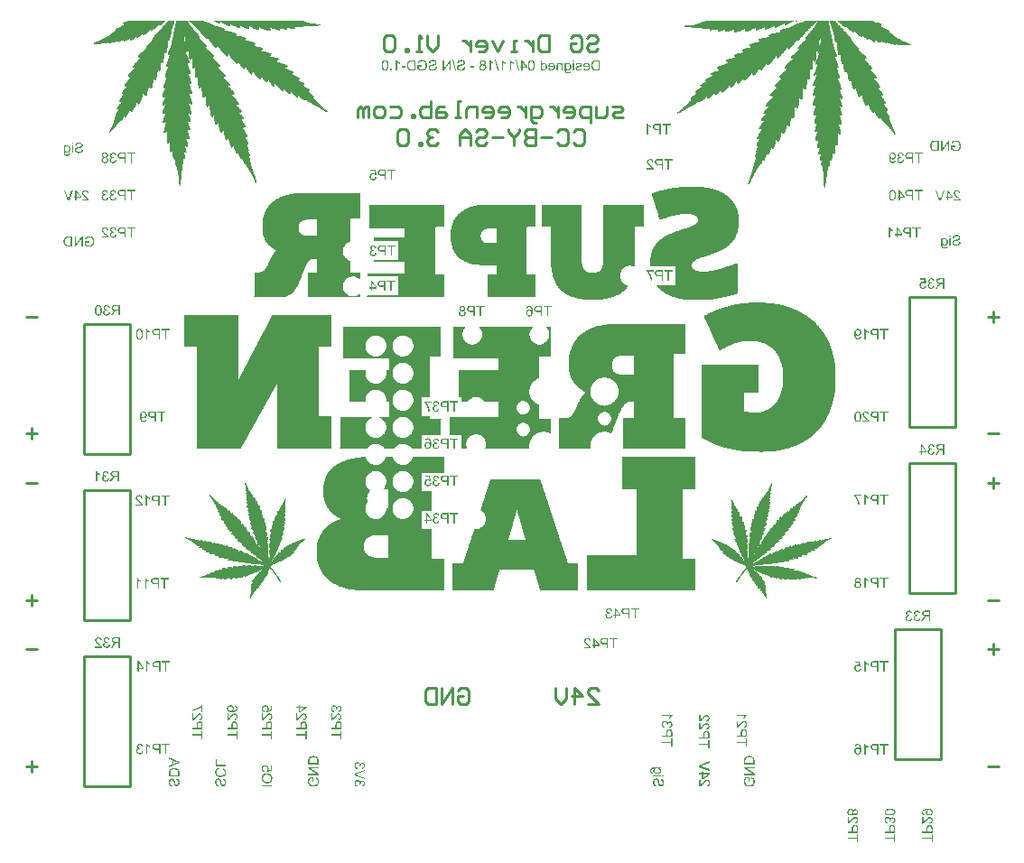
<source format=gbo>
%FSLAX25Y25*%
%MOIN*%
G70*
G01*
G75*
G04 Layer_Color=32896*
%ADD10C,0.01772*%
%ADD11C,0.01969*%
%ADD12R,0.06693X0.09843*%
%ADD13R,0.09843X0.06693*%
%ADD14R,0.03158X0.03827*%
%ADD15R,0.03827X0.03158*%
%ADD16R,0.08661X0.04724*%
%ADD17R,0.08661X0.13780*%
%ADD18R,0.06693X0.07874*%
%ADD19R,0.05315X0.01772*%
%ADD20R,0.06693X0.14567*%
%ADD21R,0.03150X0.01181*%
%ADD22R,0.01181X0.03150*%
%ADD23R,0.06693X0.06693*%
%ADD24C,0.03150*%
%ADD25R,0.03543X0.05906*%
%ADD26R,0.05906X0.03543*%
%ADD27R,0.19685X0.19685*%
%ADD28R,0.15354X0.24410*%
%ADD29R,0.12992X0.17323*%
%ADD30R,0.01575X0.03150*%
%ADD31R,0.03937X0.03543*%
%ADD32R,0.07087X0.15354*%
%ADD33R,0.05118X0.21654*%
%ADD34R,0.15354X0.07087*%
%ADD35R,0.21654X0.05118*%
%ADD36R,0.02362X0.01969*%
%ADD37R,0.01969X0.02362*%
%ADD38R,0.03543X0.02362*%
%ADD39R,0.02362X0.03543*%
%ADD40R,0.02756X0.05118*%
%ADD41R,0.05118X0.02756*%
%ADD42R,0.06890X0.04724*%
%ADD43R,0.04724X0.06890*%
%ADD44R,0.06299X0.22441*%
%ADD45R,0.22441X0.06299*%
%ADD46C,0.03937*%
%ADD47C,0.00787*%
%ADD48C,0.01181*%
%ADD49C,0.01575*%
%ADD50C,0.02362*%
%ADD51C,0.05906*%
%ADD52C,0.01378*%
%ADD53C,0.02953*%
%ADD54C,0.03150*%
%ADD55C,0.00591*%
%ADD56R,0.10433X0.04331*%
%ADD57R,0.09449X0.04331*%
%ADD58R,0.06200X0.08500*%
%ADD59R,0.08500X0.06200*%
%ADD60R,0.06200X0.17300*%
%ADD61R,0.04331X0.09449*%
%ADD62R,0.25000X0.04331*%
%ADD63R,0.09055X0.04331*%
%ADD64R,0.11417X0.09449*%
%ADD65R,0.07087X0.04331*%
%ADD66R,0.04232X0.02854*%
%ADD67C,0.23622*%
%ADD68C,0.05906*%
%ADD69C,0.09055*%
%ADD70C,0.03543*%
%ADD71C,0.07874*%
%ADD72C,0.06299*%
%ADD73C,0.02362*%
%ADD74C,0.02598*%
%ADD75C,0.04000*%
%ADD76C,0.17716*%
%ADD77C,0.03740*%
%ADD78C,0.11614*%
%ADD79C,0.10236*%
%ADD80C,0.02756*%
%ADD81C,0.07874*%
%ADD82R,0.05906X0.04232*%
%ADD83R,0.05915X0.03248*%
%ADD84R,0.11811X0.19685*%
%ADD85R,0.19685X0.11811*%
%ADD86R,0.11811X0.11811*%
%ADD87R,0.09055X0.08764*%
%ADD88R,0.09055X0.04331*%
%ADD89R,0.08563X0.04331*%
%ADD90R,0.19488X0.10925*%
%ADD91R,0.03051X0.09449*%
%ADD92C,0.00984*%
%ADD93C,0.00100*%
%ADD94C,0.01000*%
%ADD95R,0.06299X0.06299*%
%ADD96R,0.15748X0.15748*%
%ADD97R,0.07087X0.10236*%
%ADD98R,0.10236X0.07087*%
%ADD99R,0.03551X0.04221*%
%ADD100R,0.04221X0.03551*%
%ADD101R,0.09055X0.05118*%
%ADD102R,0.09055X0.14173*%
%ADD103R,0.07087X0.08268*%
%ADD104R,0.05709X0.02165*%
%ADD105R,0.07087X0.14961*%
%ADD106R,0.03347X0.01378*%
%ADD107R,0.01378X0.03347*%
%ADD108R,0.06890X0.06890*%
%ADD109R,0.03937X0.06299*%
%ADD110R,0.06299X0.03937*%
%ADD111R,0.20079X0.20079*%
%ADD112R,0.15748X0.24803*%
%ADD113R,0.13386X0.17716*%
%ADD114R,0.01969X0.03543*%
%ADD115R,0.04331X0.03937*%
%ADD116R,0.07480X0.15748*%
%ADD117R,0.05512X0.22047*%
%ADD118R,0.15748X0.07480*%
%ADD119R,0.22047X0.05512*%
%ADD120R,0.03150X0.02756*%
%ADD121R,0.02756X0.03150*%
%ADD122R,0.04331X0.03150*%
%ADD123R,0.03150X0.04331*%
%ADD124R,0.03150X0.05512*%
%ADD125R,0.05512X0.03150*%
%ADD126R,0.07284X0.05118*%
%ADD127R,0.05118X0.07284*%
%ADD128R,0.06693X0.22835*%
%ADD129R,0.22835X0.06693*%
%ADD130C,0.24016*%
%ADD131C,0.09449*%
%ADD132C,0.03937*%
%ADD133C,0.08268*%
%ADD134C,0.06693*%
%ADD135R,0.12205X0.20079*%
%ADD136R,0.20079X0.12205*%
%ADD137R,0.12205X0.12205*%
G36*
X151589Y93628D02*
X150324D01*
Y90242D01*
X149813D01*
Y93628D01*
X148548D01*
Y94083D01*
X151589D01*
Y93628D01*
D02*
G37*
G36*
X148020Y90242D02*
X147510D01*
Y91802D01*
X146527D01*
X146383Y91808D01*
X146244Y91819D01*
X146122Y91835D01*
X146011Y91858D01*
X145906Y91880D01*
X145817Y91908D01*
X145734Y91941D01*
X145662Y91974D01*
X145600Y92002D01*
X145545Y92035D01*
X145501Y92063D01*
X145467Y92091D01*
X145440Y92107D01*
X145423Y92124D01*
X145412Y92135D01*
X145406Y92141D01*
X145351Y92207D01*
X145301Y92274D01*
X145262Y92340D01*
X145223Y92413D01*
X145190Y92485D01*
X145168Y92551D01*
X145129Y92679D01*
X145118Y92740D01*
X145107Y92795D01*
X145101Y92845D01*
X145096Y92884D01*
X145090Y92923D01*
Y92945D01*
Y92962D01*
Y92968D01*
X145096Y93073D01*
X145107Y93173D01*
X145129Y93262D01*
X145145Y93339D01*
X145168Y93406D01*
X145190Y93456D01*
X145201Y93484D01*
X145206Y93495D01*
X145251Y93578D01*
X145306Y93650D01*
X145356Y93717D01*
X145406Y93767D01*
X145451Y93806D01*
X145484Y93839D01*
X145506Y93856D01*
X145517Y93861D01*
X145589Y93906D01*
X145673Y93944D01*
X145750Y93978D01*
X145823Y94005D01*
X145889Y94022D01*
X145939Y94033D01*
X145978Y94044D01*
X145989D01*
X146072Y94055D01*
X146167Y94067D01*
X146266Y94072D01*
X146361Y94078D01*
X146444Y94083D01*
X148020D01*
Y90242D01*
D02*
G37*
G36*
X151589Y107428D02*
X150324D01*
Y104042D01*
X149813D01*
Y107428D01*
X148548D01*
Y107883D01*
X151589D01*
Y107428D01*
D02*
G37*
G36*
X148020Y104042D02*
X147510D01*
Y105602D01*
X146527D01*
X146383Y105608D01*
X146244Y105619D01*
X146122Y105635D01*
X146011Y105658D01*
X145906Y105680D01*
X145817Y105708D01*
X145734Y105741D01*
X145662Y105774D01*
X145600Y105802D01*
X145545Y105835D01*
X145501Y105863D01*
X145467Y105891D01*
X145440Y105907D01*
X145423Y105924D01*
X145412Y105935D01*
X145406Y105941D01*
X145351Y106007D01*
X145301Y106074D01*
X145262Y106140D01*
X145223Y106213D01*
X145190Y106285D01*
X145168Y106351D01*
X145129Y106479D01*
X145118Y106540D01*
X145107Y106596D01*
X145101Y106646D01*
X145096Y106684D01*
X145090Y106723D01*
Y106745D01*
Y106762D01*
Y106768D01*
X145096Y106873D01*
X145107Y106973D01*
X145129Y107062D01*
X145145Y107139D01*
X145168Y107206D01*
X145190Y107256D01*
X145201Y107284D01*
X145206Y107295D01*
X145251Y107378D01*
X145306Y107450D01*
X145356Y107517D01*
X145406Y107567D01*
X145451Y107606D01*
X145484Y107639D01*
X145506Y107656D01*
X145517Y107661D01*
X145589Y107705D01*
X145673Y107744D01*
X145750Y107778D01*
X145823Y107805D01*
X145889Y107822D01*
X145939Y107833D01*
X145978Y107844D01*
X145989D01*
X146072Y107855D01*
X146167Y107867D01*
X146266Y107872D01*
X146361Y107878D01*
X146444Y107883D01*
X148020D01*
Y104042D01*
D02*
G37*
G36*
X144796Y91597D02*
Y91164D01*
X143125D01*
Y90242D01*
X142654D01*
Y91164D01*
X142132D01*
Y91597D01*
X142654D01*
Y94083D01*
X143036D01*
X144796Y91597D01*
D02*
G37*
G36*
X150789Y79828D02*
X149524D01*
Y76442D01*
X149013D01*
Y79828D01*
X147748D01*
Y80283D01*
X150789D01*
Y79828D01*
D02*
G37*
G36*
X147220Y76442D02*
X146710D01*
Y78002D01*
X145727D01*
X145583Y78008D01*
X145444Y78019D01*
X145322Y78035D01*
X145211Y78058D01*
X145106Y78080D01*
X145017Y78108D01*
X144934Y78141D01*
X144862Y78174D01*
X144800Y78202D01*
X144745Y78235D01*
X144701Y78263D01*
X144667Y78291D01*
X144640Y78307D01*
X144623Y78324D01*
X144612Y78335D01*
X144606Y78341D01*
X144551Y78407D01*
X144501Y78474D01*
X144462Y78540D01*
X144423Y78613D01*
X144390Y78685D01*
X144368Y78751D01*
X144329Y78879D01*
X144318Y78940D01*
X144307Y78996D01*
X144301Y79045D01*
X144296Y79084D01*
X144290Y79123D01*
Y79145D01*
Y79162D01*
Y79168D01*
X144296Y79273D01*
X144307Y79373D01*
X144329Y79462D01*
X144345Y79539D01*
X144368Y79606D01*
X144390Y79656D01*
X144401Y79684D01*
X144406Y79695D01*
X144451Y79778D01*
X144506Y79850D01*
X144556Y79917D01*
X144606Y79967D01*
X144651Y80006D01*
X144684Y80039D01*
X144706Y80056D01*
X144717Y80061D01*
X144789Y80106D01*
X144873Y80144D01*
X144950Y80178D01*
X145022Y80205D01*
X145089Y80222D01*
X145139Y80233D01*
X145178Y80244D01*
X145189D01*
X145272Y80255D01*
X145367Y80266D01*
X145466Y80272D01*
X145561Y80278D01*
X145644Y80283D01*
X147220D01*
Y76442D01*
D02*
G37*
G36*
X140544Y94089D02*
X140683Y94067D01*
X140800Y94028D01*
X140900Y93989D01*
X140983Y93944D01*
X141016Y93928D01*
X141044Y93906D01*
X141066Y93894D01*
X141083Y93883D01*
X141088Y93872D01*
X141094D01*
X141194Y93783D01*
X141277Y93678D01*
X141349Y93572D01*
X141405Y93473D01*
X141449Y93378D01*
X141471Y93339D01*
X141482Y93301D01*
X141493Y93273D01*
X141505Y93251D01*
X141510Y93239D01*
Y93234D01*
X141532Y93151D01*
X141555Y93068D01*
X141588Y92884D01*
X141616Y92701D01*
X141632Y92529D01*
X141638Y92446D01*
X141643Y92374D01*
Y92307D01*
X141649Y92246D01*
Y92202D01*
Y92163D01*
Y92141D01*
Y92135D01*
X141643Y91941D01*
X141632Y91758D01*
X141616Y91591D01*
X141588Y91436D01*
X141560Y91291D01*
X141527Y91164D01*
X141493Y91047D01*
X141460Y90947D01*
X141427Y90859D01*
X141388Y90781D01*
X141360Y90714D01*
X141333Y90664D01*
X141305Y90620D01*
X141288Y90592D01*
X141277Y90575D01*
X141271Y90570D01*
X141210Y90503D01*
X141144Y90442D01*
X141072Y90387D01*
X141000Y90342D01*
X140927Y90304D01*
X140855Y90270D01*
X140783Y90248D01*
X140717Y90226D01*
X140650Y90209D01*
X140589Y90198D01*
X140533Y90187D01*
X140489Y90181D01*
X140450Y90176D01*
X140395D01*
X140245Y90187D01*
X140106Y90209D01*
X139989Y90248D01*
X139890Y90287D01*
X139806Y90326D01*
X139779Y90348D01*
X139751Y90365D01*
X139729Y90376D01*
X139712Y90387D01*
X139706Y90398D01*
X139701D01*
X139601Y90492D01*
X139518Y90592D01*
X139446Y90703D01*
X139390Y90803D01*
X139346Y90897D01*
X139323Y90936D01*
X139312Y90975D01*
X139301Y91003D01*
X139290Y91025D01*
X139285Y91036D01*
Y91042D01*
X139257Y91125D01*
X139235Y91208D01*
X139201Y91386D01*
X139174Y91569D01*
X139157Y91747D01*
X139151Y91824D01*
X139146Y91896D01*
Y91963D01*
X139140Y92024D01*
Y92068D01*
Y92107D01*
Y92129D01*
Y92135D01*
Y92241D01*
X139146Y92340D01*
Y92429D01*
X139151Y92518D01*
X139163Y92596D01*
X139168Y92673D01*
X139174Y92740D01*
X139185Y92801D01*
X139190Y92857D01*
X139201Y92906D01*
X139207Y92945D01*
X139213Y92979D01*
X139218Y93006D01*
X139224Y93023D01*
X139229Y93034D01*
Y93040D01*
X139262Y93162D01*
X139301Y93273D01*
X139346Y93367D01*
X139379Y93450D01*
X139418Y93523D01*
X139440Y93572D01*
X139462Y93600D01*
X139468Y93611D01*
X139529Y93695D01*
X139590Y93767D01*
X139656Y93828D01*
X139717Y93883D01*
X139773Y93922D01*
X139817Y93950D01*
X139845Y93967D01*
X139851Y93972D01*
X139856D01*
X139945Y94016D01*
X140039Y94044D01*
X140128Y94067D01*
X140211Y94083D01*
X140284Y94094D01*
X140345Y94100D01*
X140395D01*
X140544Y94089D01*
D02*
G37*
G36*
X139434Y80205D02*
X139495Y80117D01*
X139567Y80028D01*
X139634Y79950D01*
X139700Y79883D01*
X139750Y79828D01*
X139772Y79811D01*
X139789Y79795D01*
X139794Y79789D01*
X139800Y79784D01*
X139917Y79689D01*
X140033Y79601D01*
X140144Y79523D01*
X140255Y79462D01*
X140349Y79406D01*
X140388Y79384D01*
X140422Y79367D01*
X140449Y79351D01*
X140471Y79345D01*
X140483Y79334D01*
X140488D01*
Y78879D01*
X140405Y78912D01*
X140322Y78951D01*
X140238Y78990D01*
X140161Y79029D01*
X140094Y79062D01*
X140039Y79090D01*
X140005Y79112D01*
X140000Y79118D01*
X139994D01*
X139894Y79179D01*
X139805Y79240D01*
X139728Y79295D01*
X139667Y79345D01*
X139611Y79384D01*
X139578Y79417D01*
X139550Y79440D01*
X139545Y79445D01*
Y76442D01*
X139073D01*
Y80300D01*
X139378D01*
X139434Y80205D01*
D02*
G37*
G36*
X54920Y114643D02*
X54410D01*
Y116202D01*
X53427D01*
X53283Y116208D01*
X53144Y116219D01*
X53022Y116235D01*
X52911Y116258D01*
X52806Y116280D01*
X52717Y116307D01*
X52634Y116341D01*
X52562Y116374D01*
X52500Y116402D01*
X52445Y116435D01*
X52401Y116463D01*
X52367Y116491D01*
X52340Y116507D01*
X52323Y116524D01*
X52312Y116535D01*
X52306Y116541D01*
X52251Y116607D01*
X52201Y116674D01*
X52162Y116740D01*
X52123Y116813D01*
X52090Y116885D01*
X52068Y116951D01*
X52029Y117079D01*
X52018Y117140D01*
X52007Y117195D01*
X52001Y117245D01*
X51995Y117284D01*
X51990Y117323D01*
Y117345D01*
Y117362D01*
Y117368D01*
X51995Y117473D01*
X52007Y117573D01*
X52029Y117662D01*
X52045Y117739D01*
X52068Y117806D01*
X52090Y117856D01*
X52101Y117884D01*
X52106Y117895D01*
X52151Y117978D01*
X52206Y118050D01*
X52256Y118117D01*
X52306Y118167D01*
X52351Y118206D01*
X52384Y118239D01*
X52406Y118256D01*
X52417Y118261D01*
X52489Y118306D01*
X52573Y118344D01*
X52650Y118378D01*
X52723Y118405D01*
X52789Y118422D01*
X52839Y118433D01*
X52878Y118444D01*
X52889D01*
X52972Y118455D01*
X53067Y118466D01*
X53167Y118472D01*
X53261Y118478D01*
X53344Y118483D01*
X54920D01*
Y114643D01*
D02*
G37*
G36*
X-147109Y107889D02*
X-146959Y107861D01*
X-146831Y107817D01*
X-146720Y107772D01*
X-146670Y107744D01*
X-146631Y107722D01*
X-146592Y107700D01*
X-146565Y107678D01*
X-146543Y107661D01*
X-146526Y107650D01*
X-146515Y107644D01*
X-146509Y107639D01*
X-146404Y107534D01*
X-146320Y107417D01*
X-146254Y107295D01*
X-146198Y107173D01*
X-146165Y107067D01*
X-146148Y107023D01*
X-146137Y106984D01*
X-146132Y106951D01*
X-146126Y106929D01*
X-146121Y106912D01*
Y106906D01*
X-146592Y106823D01*
X-146615Y106945D01*
X-146648Y107051D01*
X-146687Y107139D01*
X-146726Y107212D01*
X-146765Y107267D01*
X-146798Y107306D01*
X-146820Y107334D01*
X-146826Y107339D01*
X-146898Y107395D01*
X-146975Y107439D01*
X-147047Y107467D01*
X-147120Y107489D01*
X-147186Y107500D01*
X-147236Y107511D01*
X-147281D01*
X-147380Y107506D01*
X-147469Y107483D01*
X-147547Y107456D01*
X-147614Y107428D01*
X-147664Y107395D01*
X-147702Y107367D01*
X-147730Y107345D01*
X-147736Y107339D01*
X-147797Y107273D01*
X-147841Y107201D01*
X-147869Y107128D01*
X-147891Y107062D01*
X-147902Y107001D01*
X-147913Y106956D01*
Y106923D01*
Y106917D01*
Y106912D01*
Y106851D01*
X-147902Y106795D01*
X-147874Y106701D01*
X-147836Y106618D01*
X-147791Y106546D01*
X-147747Y106496D01*
X-147708Y106457D01*
X-147680Y106435D01*
X-147675Y106429D01*
X-147669D01*
X-147575Y106379D01*
X-147486Y106340D01*
X-147392Y106313D01*
X-147308Y106296D01*
X-147236Y106285D01*
X-147175Y106274D01*
X-147103D01*
X-147081Y106279D01*
X-147053D01*
X-146998Y105863D01*
X-147070Y105880D01*
X-147136Y105891D01*
X-147192Y105902D01*
X-147242Y105907D01*
X-147281Y105913D01*
X-147331D01*
X-147447Y105902D01*
X-147553Y105880D01*
X-147647Y105846D01*
X-147725Y105807D01*
X-147786Y105769D01*
X-147830Y105735D01*
X-147858Y105713D01*
X-147869Y105702D01*
X-147941Y105619D01*
X-147997Y105530D01*
X-148035Y105441D01*
X-148058Y105352D01*
X-148074Y105280D01*
X-148080Y105219D01*
X-148085Y105197D01*
Y105180D01*
Y105169D01*
Y105164D01*
X-148074Y105042D01*
X-148047Y104930D01*
X-148013Y104836D01*
X-147969Y104753D01*
X-147924Y104686D01*
X-147891Y104636D01*
X-147863Y104603D01*
X-147852Y104592D01*
X-147764Y104514D01*
X-147669Y104459D01*
X-147575Y104420D01*
X-147486Y104392D01*
X-147408Y104376D01*
X-147347Y104370D01*
X-147325Y104364D01*
X-147292D01*
X-147192Y104370D01*
X-147098Y104392D01*
X-147014Y104420D01*
X-146948Y104453D01*
X-146892Y104481D01*
X-146848Y104509D01*
X-146826Y104531D01*
X-146814Y104536D01*
X-146748Y104614D01*
X-146692Y104703D01*
X-146642Y104797D01*
X-146604Y104897D01*
X-146576Y104981D01*
X-146565Y105019D01*
X-146559Y105053D01*
X-146554Y105080D01*
X-146548Y105103D01*
X-146543Y105114D01*
Y105119D01*
X-146071Y105058D01*
X-146082Y104969D01*
X-146098Y104886D01*
X-146148Y104731D01*
X-146210Y104597D01*
X-146243Y104542D01*
X-146276Y104487D01*
X-146309Y104437D01*
X-146343Y104398D01*
X-146370Y104359D01*
X-146398Y104331D01*
X-146415Y104309D01*
X-146432Y104292D01*
X-146443Y104281D01*
X-146448Y104276D01*
X-146515Y104226D01*
X-146581Y104176D01*
X-146648Y104137D01*
X-146720Y104104D01*
X-146859Y104048D01*
X-146992Y104015D01*
X-147053Y104004D01*
X-147109Y103993D01*
X-147159Y103987D01*
X-147203Y103981D01*
X-147236Y103976D01*
X-147286D01*
X-147392Y103981D01*
X-147486Y103993D01*
X-147580Y104009D01*
X-147669Y104031D01*
X-147752Y104059D01*
X-147825Y104087D01*
X-147897Y104120D01*
X-147958Y104154D01*
X-148019Y104181D01*
X-148069Y104215D01*
X-148113Y104242D01*
X-148146Y104270D01*
X-148174Y104292D01*
X-148196Y104309D01*
X-148207Y104320D01*
X-148213Y104326D01*
X-148280Y104392D01*
X-148335Y104464D01*
X-148385Y104536D01*
X-148430Y104609D01*
X-148463Y104675D01*
X-148496Y104747D01*
X-148540Y104881D01*
X-148552Y104942D01*
X-148563Y104997D01*
X-148574Y105047D01*
X-148579Y105092D01*
X-148585Y105125D01*
Y105152D01*
Y105169D01*
Y105175D01*
X-148579Y105308D01*
X-148557Y105430D01*
X-148524Y105535D01*
X-148491Y105624D01*
X-148457Y105696D01*
X-148424Y105752D01*
X-148402Y105785D01*
X-148396Y105796D01*
X-148319Y105880D01*
X-148235Y105952D01*
X-148146Y106007D01*
X-148058Y106052D01*
X-147980Y106085D01*
X-147919Y106107D01*
X-147897Y106113D01*
X-147880Y106118D01*
X-147869Y106124D01*
X-147863D01*
X-147958Y106174D01*
X-148035Y106224D01*
X-148102Y106279D01*
X-148158Y106329D01*
X-148202Y106374D01*
X-148235Y106412D01*
X-148252Y106435D01*
X-148257Y106446D01*
X-148302Y106523D01*
X-148335Y106601D01*
X-148363Y106679D01*
X-148380Y106751D01*
X-148391Y106812D01*
X-148396Y106856D01*
Y106890D01*
Y106901D01*
X-148391Y106995D01*
X-148374Y107089D01*
X-148352Y107173D01*
X-148324Y107245D01*
X-148296Y107306D01*
X-148274Y107356D01*
X-148257Y107384D01*
X-148252Y107395D01*
X-148196Y107478D01*
X-148130Y107550D01*
X-148063Y107611D01*
X-147997Y107667D01*
X-147941Y107705D01*
X-147891Y107739D01*
X-147858Y107755D01*
X-147852Y107761D01*
X-147847D01*
X-147747Y107805D01*
X-147647Y107839D01*
X-147547Y107867D01*
X-147458Y107883D01*
X-147386Y107894D01*
X-147325Y107900D01*
X-147186D01*
X-147109Y107889D01*
D02*
G37*
G36*
X50120Y118405D02*
X50181Y118317D01*
X50253Y118228D01*
X50319Y118150D01*
X50386Y118084D01*
X50436Y118028D01*
X50458Y118011D01*
X50475Y117995D01*
X50480Y117989D01*
X50486Y117984D01*
X50602Y117889D01*
X50719Y117800D01*
X50830Y117723D01*
X50941Y117662D01*
X51035Y117606D01*
X51074Y117584D01*
X51108Y117567D01*
X51135Y117551D01*
X51157Y117545D01*
X51169Y117534D01*
X51174D01*
Y117079D01*
X51091Y117112D01*
X51008Y117151D01*
X50924Y117190D01*
X50847Y117229D01*
X50780Y117262D01*
X50725Y117290D01*
X50691Y117312D01*
X50686Y117318D01*
X50680D01*
X50580Y117379D01*
X50491Y117440D01*
X50414Y117495D01*
X50353Y117545D01*
X50297Y117584D01*
X50264Y117617D01*
X50236Y117640D01*
X50231Y117645D01*
Y114643D01*
X49759D01*
Y118500D01*
X50064D01*
X50120Y118405D01*
D02*
G37*
G36*
X58489Y118028D02*
X57224D01*
Y114643D01*
X56713D01*
Y118028D01*
X55448D01*
Y118483D01*
X58489D01*
Y118028D01*
D02*
G37*
G36*
X-139111Y107428D02*
X-140376D01*
Y104042D01*
X-140887D01*
Y107428D01*
X-142152D01*
Y107883D01*
X-139111D01*
Y107428D01*
D02*
G37*
G36*
X143591Y107889D02*
X143741Y107861D01*
X143869Y107817D01*
X143980Y107772D01*
X144030Y107744D01*
X144069Y107722D01*
X144108Y107700D01*
X144135Y107678D01*
X144158Y107661D01*
X144174Y107650D01*
X144185Y107644D01*
X144191Y107639D01*
X144296Y107534D01*
X144379Y107417D01*
X144446Y107295D01*
X144502Y107173D01*
X144535Y107067D01*
X144552Y107023D01*
X144563Y106984D01*
X144568Y106951D01*
X144574Y106929D01*
X144579Y106912D01*
Y106906D01*
X144108Y106823D01*
X144085Y106945D01*
X144052Y107051D01*
X144013Y107139D01*
X143974Y107212D01*
X143936Y107267D01*
X143902Y107306D01*
X143880Y107334D01*
X143875Y107339D01*
X143802Y107395D01*
X143725Y107439D01*
X143652Y107467D01*
X143580Y107489D01*
X143514Y107500D01*
X143464Y107511D01*
X143419D01*
X143319Y107506D01*
X143231Y107483D01*
X143153Y107456D01*
X143086Y107428D01*
X143036Y107395D01*
X142998Y107367D01*
X142970Y107345D01*
X142964Y107339D01*
X142903Y107273D01*
X142859Y107201D01*
X142831Y107128D01*
X142809Y107062D01*
X142798Y107001D01*
X142787Y106956D01*
Y106923D01*
Y106917D01*
Y106912D01*
Y106851D01*
X142798Y106795D01*
X142825Y106701D01*
X142864Y106618D01*
X142909Y106546D01*
X142953Y106496D01*
X142992Y106457D01*
X143020Y106435D01*
X143025Y106429D01*
X143031D01*
X143125Y106379D01*
X143214Y106340D01*
X143308Y106313D01*
X143392Y106296D01*
X143464Y106285D01*
X143525Y106274D01*
X143597D01*
X143619Y106279D01*
X143647D01*
X143702Y105863D01*
X143630Y105880D01*
X143564Y105891D01*
X143508Y105902D01*
X143458Y105907D01*
X143419Y105913D01*
X143369D01*
X143253Y105902D01*
X143147Y105880D01*
X143053Y105846D01*
X142975Y105807D01*
X142914Y105769D01*
X142870Y105735D01*
X142842Y105713D01*
X142831Y105702D01*
X142759Y105619D01*
X142703Y105530D01*
X142665Y105441D01*
X142642Y105352D01*
X142626Y105280D01*
X142620Y105219D01*
X142615Y105197D01*
Y105180D01*
Y105169D01*
Y105164D01*
X142626Y105042D01*
X142654Y104930D01*
X142687Y104836D01*
X142731Y104753D01*
X142776Y104686D01*
X142809Y104636D01*
X142837Y104603D01*
X142848Y104592D01*
X142937Y104514D01*
X143031Y104459D01*
X143125Y104420D01*
X143214Y104392D01*
X143292Y104376D01*
X143353Y104370D01*
X143375Y104364D01*
X143408D01*
X143508Y104370D01*
X143603Y104392D01*
X143686Y104420D01*
X143752Y104453D01*
X143808Y104481D01*
X143852Y104509D01*
X143875Y104531D01*
X143886Y104536D01*
X143952Y104614D01*
X144008Y104703D01*
X144058Y104797D01*
X144097Y104897D01*
X144124Y104981D01*
X144135Y105019D01*
X144141Y105053D01*
X144146Y105080D01*
X144152Y105103D01*
X144158Y105114D01*
Y105119D01*
X144629Y105058D01*
X144618Y104969D01*
X144602Y104886D01*
X144552Y104731D01*
X144491Y104597D01*
X144457Y104542D01*
X144424Y104487D01*
X144391Y104437D01*
X144357Y104398D01*
X144330Y104359D01*
X144302Y104331D01*
X144285Y104309D01*
X144269Y104292D01*
X144257Y104281D01*
X144252Y104276D01*
X144185Y104226D01*
X144119Y104176D01*
X144052Y104137D01*
X143980Y104104D01*
X143841Y104048D01*
X143708Y104015D01*
X143647Y104004D01*
X143591Y103993D01*
X143542Y103987D01*
X143497Y103981D01*
X143464Y103976D01*
X143414D01*
X143308Y103981D01*
X143214Y103993D01*
X143120Y104009D01*
X143031Y104031D01*
X142948Y104059D01*
X142876Y104087D01*
X142803Y104120D01*
X142742Y104154D01*
X142681Y104181D01*
X142631Y104215D01*
X142587Y104242D01*
X142554Y104270D01*
X142526Y104292D01*
X142504Y104309D01*
X142492Y104320D01*
X142487Y104326D01*
X142420Y104392D01*
X142365Y104464D01*
X142315Y104536D01*
X142271Y104609D01*
X142237Y104675D01*
X142204Y104747D01*
X142159Y104881D01*
X142148Y104942D01*
X142137Y104997D01*
X142126Y105047D01*
X142121Y105092D01*
X142115Y105125D01*
Y105152D01*
Y105169D01*
Y105175D01*
X142121Y105308D01*
X142143Y105430D01*
X142176Y105535D01*
X142209Y105624D01*
X142243Y105696D01*
X142276Y105752D01*
X142298Y105785D01*
X142304Y105796D01*
X142382Y105880D01*
X142465Y105952D01*
X142554Y106007D01*
X142642Y106052D01*
X142720Y106085D01*
X142781Y106107D01*
X142803Y106113D01*
X142820Y106118D01*
X142831Y106124D01*
X142837D01*
X142742Y106174D01*
X142665Y106224D01*
X142598Y106279D01*
X142543Y106329D01*
X142498Y106374D01*
X142465Y106412D01*
X142448Y106435D01*
X142443Y106446D01*
X142398Y106523D01*
X142365Y106601D01*
X142337Y106679D01*
X142321Y106751D01*
X142309Y106812D01*
X142304Y106856D01*
Y106890D01*
Y106901D01*
X142309Y106995D01*
X142326Y107089D01*
X142348Y107173D01*
X142376Y107245D01*
X142404Y107306D01*
X142426Y107356D01*
X142443Y107384D01*
X142448Y107395D01*
X142504Y107478D01*
X142570Y107550D01*
X142637Y107611D01*
X142703Y107667D01*
X142759Y107705D01*
X142809Y107739D01*
X142842Y107755D01*
X142848Y107761D01*
X142853D01*
X142953Y107805D01*
X143053Y107839D01*
X143153Y107867D01*
X143242Y107883D01*
X143314Y107894D01*
X143375Y107900D01*
X143514D01*
X143591Y107889D01*
D02*
G37*
G36*
X140539Y107894D02*
X140628Y107883D01*
X140717Y107867D01*
X140794Y107844D01*
X140944Y107783D01*
X141011Y107755D01*
X141066Y107722D01*
X141122Y107683D01*
X141166Y107656D01*
X141210Y107622D01*
X141244Y107595D01*
X141271Y107572D01*
X141288Y107556D01*
X141299Y107545D01*
X141305Y107539D01*
X141366Y107472D01*
X141416Y107395D01*
X141466Y107323D01*
X141505Y107245D01*
X141538Y107162D01*
X141566Y107084D01*
X141604Y106940D01*
X141621Y106868D01*
X141632Y106806D01*
X141638Y106745D01*
X141643Y106695D01*
X141649Y106657D01*
Y106629D01*
Y106607D01*
Y106601D01*
X141643Y106496D01*
X141632Y106401D01*
X141621Y106307D01*
X141599Y106218D01*
X141571Y106140D01*
X141543Y106063D01*
X141516Y105996D01*
X141482Y105935D01*
X141455Y105880D01*
X141427Y105830D01*
X141399Y105791D01*
X141371Y105752D01*
X141349Y105724D01*
X141338Y105708D01*
X141327Y105696D01*
X141322Y105691D01*
X141260Y105630D01*
X141194Y105580D01*
X141127Y105530D01*
X141055Y105491D01*
X140989Y105458D01*
X140922Y105430D01*
X140794Y105391D01*
X140739Y105375D01*
X140683Y105363D01*
X140639Y105358D01*
X140594Y105352D01*
X140561Y105347D01*
X140517D01*
X140411Y105352D01*
X140311Y105369D01*
X140223Y105391D01*
X140139Y105419D01*
X140078Y105441D01*
X140028Y105463D01*
X139995Y105480D01*
X139984Y105485D01*
X139895Y105541D01*
X139817Y105602D01*
X139751Y105663D01*
X139695Y105719D01*
X139656Y105774D01*
X139623Y105813D01*
X139601Y105841D01*
X139595Y105852D01*
Y105807D01*
Y105780D01*
Y105763D01*
Y105757D01*
X139601Y105647D01*
X139606Y105541D01*
X139618Y105447D01*
X139629Y105358D01*
X139645Y105286D01*
X139656Y105230D01*
X139662Y105208D01*
Y105191D01*
X139668Y105186D01*
Y105180D01*
X139695Y105080D01*
X139723Y104992D01*
X139751Y104914D01*
X139779Y104847D01*
X139801Y104797D01*
X139823Y104759D01*
X139834Y104731D01*
X139840Y104725D01*
X139884Y104664D01*
X139928Y104614D01*
X139973Y104570D01*
X140017Y104531D01*
X140050Y104498D01*
X140084Y104475D01*
X140106Y104464D01*
X140112Y104459D01*
X140173Y104426D01*
X140239Y104403D01*
X140300Y104387D01*
X140361Y104376D01*
X140411Y104370D01*
X140450Y104364D01*
X140489D01*
X140578Y104370D01*
X140661Y104387D01*
X140733Y104409D01*
X140794Y104437D01*
X140839Y104459D01*
X140877Y104481D01*
X140900Y104498D01*
X140905Y104503D01*
X140961Y104564D01*
X141005Y104636D01*
X141044Y104714D01*
X141072Y104792D01*
X141094Y104858D01*
X141111Y104919D01*
X141116Y104942D01*
Y104953D01*
X141122Y104964D01*
Y104969D01*
X141577Y104930D01*
X141543Y104770D01*
X141499Y104631D01*
X141444Y104509D01*
X141388Y104409D01*
X141333Y104331D01*
X141305Y104298D01*
X141283Y104270D01*
X141266Y104253D01*
X141249Y104237D01*
X141244Y104231D01*
X141238Y104226D01*
X141183Y104181D01*
X141122Y104142D01*
X141000Y104081D01*
X140877Y104037D01*
X140761Y104009D01*
X140656Y103987D01*
X140611Y103981D01*
X140572D01*
X140544Y103976D01*
X140500D01*
X140345Y103987D01*
X140206Y104009D01*
X140078Y104048D01*
X139973Y104093D01*
X139928Y104109D01*
X139884Y104131D01*
X139851Y104154D01*
X139817Y104170D01*
X139795Y104181D01*
X139779Y104192D01*
X139768Y104203D01*
X139762D01*
X139651Y104298D01*
X139551Y104403D01*
X139473Y104514D01*
X139407Y104620D01*
X139351Y104714D01*
X139329Y104759D01*
X139312Y104792D01*
X139301Y104825D01*
X139290Y104847D01*
X139285Y104858D01*
Y104864D01*
X139257Y104947D01*
X139229Y105042D01*
X139190Y105230D01*
X139163Y105430D01*
X139146Y105619D01*
X139135Y105702D01*
X139129Y105785D01*
Y105857D01*
X139124Y105918D01*
Y105968D01*
Y106007D01*
Y106035D01*
Y106041D01*
Y106168D01*
X139129Y106290D01*
X139140Y106401D01*
X139151Y106507D01*
X139163Y106601D01*
X139174Y106690D01*
X139190Y106773D01*
X139207Y106845D01*
X139224Y106906D01*
X139235Y106962D01*
X139251Y107012D01*
X139262Y107051D01*
X139274Y107078D01*
X139285Y107101D01*
X139290Y107112D01*
Y107117D01*
X139357Y107250D01*
X139429Y107367D01*
X139512Y107467D01*
X139584Y107550D01*
X139656Y107611D01*
X139712Y107656D01*
X139734Y107672D01*
X139751Y107683D01*
X139756Y107694D01*
X139762D01*
X139878Y107761D01*
X139995Y107811D01*
X140112Y107850D01*
X140217Y107872D01*
X140311Y107889D01*
X140350Y107894D01*
X140378D01*
X140406Y107900D01*
X140445D01*
X140539Y107894D01*
D02*
G37*
G36*
X-142680Y104042D02*
X-143190D01*
Y105602D01*
X-144173D01*
X-144317Y105608D01*
X-144456Y105619D01*
X-144578Y105635D01*
X-144689Y105658D01*
X-144794Y105680D01*
X-144883Y105708D01*
X-144966Y105741D01*
X-145038Y105774D01*
X-145099Y105802D01*
X-145155Y105835D01*
X-145199Y105863D01*
X-145233Y105891D01*
X-145260Y105907D01*
X-145277Y105924D01*
X-145288Y105935D01*
X-145294Y105941D01*
X-145349Y106007D01*
X-145399Y106074D01*
X-145438Y106140D01*
X-145477Y106213D01*
X-145510Y106285D01*
X-145532Y106351D01*
X-145571Y106479D01*
X-145582Y106540D01*
X-145593Y106596D01*
X-145599Y106646D01*
X-145605Y106684D01*
X-145610Y106723D01*
Y106745D01*
Y106762D01*
Y106768D01*
X-145605Y106873D01*
X-145593Y106973D01*
X-145571Y107062D01*
X-145555Y107139D01*
X-145532Y107206D01*
X-145510Y107256D01*
X-145499Y107284D01*
X-145493Y107295D01*
X-145449Y107378D01*
X-145394Y107450D01*
X-145344Y107517D01*
X-145294Y107567D01*
X-145249Y107606D01*
X-145216Y107639D01*
X-145194Y107656D01*
X-145183Y107661D01*
X-145111Y107705D01*
X-145027Y107744D01*
X-144950Y107778D01*
X-144878Y107805D01*
X-144811Y107822D01*
X-144761Y107833D01*
X-144722Y107844D01*
X-144711D01*
X-144628Y107855D01*
X-144533Y107867D01*
X-144433Y107872D01*
X-144339Y107878D01*
X-144256Y107883D01*
X-142680D01*
Y104042D01*
D02*
G37*
G36*
X-150211Y107894D02*
X-150122Y107889D01*
X-149967Y107855D01*
X-149895Y107833D01*
X-149828Y107811D01*
X-149767Y107783D01*
X-149712Y107755D01*
X-149667Y107728D01*
X-149623Y107700D01*
X-149584Y107678D01*
X-149556Y107656D01*
X-149534Y107639D01*
X-149517Y107622D01*
X-149506Y107617D01*
X-149501Y107611D01*
X-149451Y107556D01*
X-149401Y107500D01*
X-149362Y107439D01*
X-149329Y107378D01*
X-149273Y107262D01*
X-149240Y107150D01*
X-149218Y107056D01*
X-149212Y107012D01*
X-149206Y106978D01*
X-149201Y106945D01*
Y106923D01*
Y106912D01*
Y106906D01*
X-149206Y106806D01*
X-149223Y106712D01*
X-149245Y106629D01*
X-149273Y106557D01*
X-149295Y106501D01*
X-149318Y106457D01*
X-149334Y106435D01*
X-149340Y106423D01*
X-149401Y106357D01*
X-149467Y106296D01*
X-149539Y106240D01*
X-149612Y106196D01*
X-149678Y106163D01*
X-149728Y106140D01*
X-149750Y106129D01*
X-149767Y106124D01*
X-149773Y106118D01*
X-149778D01*
X-149651Y106079D01*
X-149545Y106029D01*
X-149451Y105968D01*
X-149373Y105913D01*
X-149312Y105857D01*
X-149267Y105813D01*
X-149245Y105785D01*
X-149234Y105780D01*
Y105774D01*
X-149173Y105674D01*
X-149123Y105569D01*
X-149090Y105469D01*
X-149068Y105369D01*
X-149057Y105280D01*
X-149051Y105241D01*
Y105208D01*
X-149046Y105186D01*
Y105164D01*
Y105152D01*
Y105147D01*
X-149051Y105058D01*
X-149062Y104969D01*
X-149079Y104886D01*
X-149101Y104803D01*
X-149156Y104664D01*
X-149184Y104597D01*
X-149218Y104542D01*
X-149251Y104487D01*
X-149279Y104442D01*
X-149312Y104403D01*
X-149334Y104370D01*
X-149356Y104342D01*
X-149373Y104326D01*
X-149384Y104314D01*
X-149390Y104309D01*
X-149456Y104248D01*
X-149528Y104198D01*
X-149606Y104154D01*
X-149684Y104115D01*
X-149756Y104087D01*
X-149834Y104059D01*
X-149984Y104020D01*
X-150050Y104004D01*
X-150111Y103993D01*
X-150167Y103987D01*
X-150217Y103981D01*
X-150255Y103976D01*
X-150311D01*
X-150416Y103981D01*
X-150511Y103993D01*
X-150605Y104009D01*
X-150694Y104026D01*
X-150772Y104054D01*
X-150849Y104081D01*
X-150921Y104109D01*
X-150982Y104142D01*
X-151038Y104176D01*
X-151088Y104203D01*
X-151127Y104231D01*
X-151166Y104259D01*
X-151193Y104276D01*
X-151210Y104292D01*
X-151221Y104303D01*
X-151227Y104309D01*
X-151288Y104376D01*
X-151343Y104442D01*
X-151388Y104509D01*
X-151426Y104581D01*
X-151465Y104648D01*
X-151493Y104720D01*
X-151532Y104847D01*
X-151549Y104908D01*
X-151560Y104964D01*
X-151565Y105014D01*
X-151571Y105053D01*
X-151576Y105086D01*
Y105114D01*
Y105130D01*
Y105136D01*
X-151571Y105263D01*
X-151549Y105380D01*
X-151515Y105485D01*
X-151482Y105574D01*
X-151449Y105647D01*
X-151415Y105702D01*
X-151393Y105735D01*
X-151388Y105741D01*
Y105746D01*
X-151310Y105835D01*
X-151227Y105913D01*
X-151138Y105974D01*
X-151055Y106029D01*
X-150977Y106068D01*
X-150910Y106096D01*
X-150888Y106107D01*
X-150872Y106113D01*
X-150860Y106118D01*
X-150855D01*
X-150955Y106163D01*
X-151038Y106213D01*
X-151110Y106263D01*
X-151171Y106313D01*
X-151216Y106357D01*
X-151249Y106390D01*
X-151271Y106412D01*
X-151277Y106423D01*
X-151327Y106501D01*
X-151360Y106579D01*
X-151388Y106657D01*
X-151404Y106734D01*
X-151415Y106795D01*
X-151421Y106845D01*
Y106879D01*
Y106884D01*
Y106890D01*
X-151415Y106967D01*
X-151410Y107039D01*
X-151371Y107178D01*
X-151321Y107300D01*
X-151266Y107406D01*
X-151210Y107489D01*
X-151182Y107522D01*
X-151160Y107556D01*
X-151138Y107578D01*
X-151121Y107595D01*
X-151116Y107600D01*
X-151110Y107606D01*
X-151049Y107656D01*
X-150988Y107705D01*
X-150921Y107744D01*
X-150855Y107778D01*
X-150722Y107828D01*
X-150588Y107861D01*
X-150533Y107878D01*
X-150477Y107883D01*
X-150427Y107889D01*
X-150383Y107894D01*
X-150350Y107900D01*
X-150300D01*
X-150211Y107894D01*
D02*
G37*
G36*
X143996Y77797D02*
Y77364D01*
X142325D01*
Y76442D01*
X141853D01*
Y77364D01*
X141332D01*
Y77797D01*
X141853D01*
Y80283D01*
X142236D01*
X143996Y77797D01*
D02*
G37*
G36*
X-88570Y-108658D02*
X-89025D01*
Y-107392D01*
X-92411D01*
Y-106881D01*
X-89025D01*
Y-105616D01*
X-88570D01*
Y-108658D01*
D02*
G37*
G36*
X-78357Y-96736D02*
X-75870D01*
Y-97119D01*
X-78357Y-98878D01*
X-78790D01*
Y-97208D01*
X-79711D01*
Y-96736D01*
X-78790D01*
Y-96214D01*
X-78357D01*
Y-96736D01*
D02*
G37*
G36*
X-91956Y-101115D02*
X-91862Y-101048D01*
X-91823Y-101015D01*
X-91784Y-100987D01*
X-91751Y-100960D01*
X-91728Y-100937D01*
X-91712Y-100921D01*
X-91706Y-100915D01*
X-91678Y-100888D01*
X-91651Y-100854D01*
X-91579Y-100777D01*
X-91495Y-100688D01*
X-91412Y-100593D01*
X-91340Y-100505D01*
X-91307Y-100466D01*
X-91273Y-100432D01*
X-91251Y-100405D01*
X-91234Y-100382D01*
X-91223Y-100371D01*
X-91218Y-100366D01*
X-91140Y-100277D01*
X-91068Y-100188D01*
X-90996Y-100110D01*
X-90935Y-100038D01*
X-90874Y-99972D01*
X-90818Y-99916D01*
X-90768Y-99861D01*
X-90724Y-99816D01*
X-90679Y-99772D01*
X-90646Y-99739D01*
X-90618Y-99711D01*
X-90591Y-99683D01*
X-90557Y-99655D01*
X-90546Y-99644D01*
X-90452Y-99567D01*
X-90369Y-99500D01*
X-90285Y-99445D01*
X-90219Y-99400D01*
X-90158Y-99367D01*
X-90113Y-99345D01*
X-90086Y-99334D01*
X-90074Y-99328D01*
X-89991Y-99295D01*
X-89908Y-99272D01*
X-89830Y-99250D01*
X-89764Y-99239D01*
X-89703Y-99234D01*
X-89658Y-99228D01*
X-89619D01*
X-89536Y-99234D01*
X-89458Y-99245D01*
X-89381Y-99256D01*
X-89314Y-99278D01*
X-89181Y-99334D01*
X-89075Y-99389D01*
X-89025Y-99422D01*
X-88987Y-99450D01*
X-88948Y-99478D01*
X-88920Y-99506D01*
X-88898Y-99528D01*
X-88876Y-99539D01*
X-88870Y-99550D01*
X-88865Y-99555D01*
X-88809Y-99616D01*
X-88759Y-99683D01*
X-88720Y-99755D01*
X-88687Y-99827D01*
X-88631Y-99972D01*
X-88593Y-100116D01*
X-88582Y-100177D01*
X-88570Y-100238D01*
X-88565Y-100294D01*
X-88559Y-100338D01*
X-88554Y-100377D01*
Y-100410D01*
Y-100427D01*
Y-100432D01*
X-88559Y-100532D01*
X-88565Y-100627D01*
X-88582Y-100715D01*
X-88598Y-100799D01*
X-88620Y-100876D01*
X-88643Y-100949D01*
X-88670Y-101015D01*
X-88698Y-101076D01*
X-88726Y-101132D01*
X-88754Y-101176D01*
X-88776Y-101215D01*
X-88798Y-101248D01*
X-88815Y-101276D01*
X-88831Y-101293D01*
X-88837Y-101304D01*
X-88842Y-101309D01*
X-88898Y-101365D01*
X-88959Y-101415D01*
X-89025Y-101465D01*
X-89092Y-101504D01*
X-89225Y-101570D01*
X-89359Y-101614D01*
X-89420Y-101631D01*
X-89481Y-101648D01*
X-89531Y-101659D01*
X-89575Y-101670D01*
X-89614Y-101676D01*
X-89642D01*
X-89658Y-101681D01*
X-89664D01*
X-89714Y-101198D01*
X-89586Y-101187D01*
X-89475Y-101165D01*
X-89375Y-101132D01*
X-89297Y-101093D01*
X-89231Y-101059D01*
X-89187Y-101026D01*
X-89159Y-101004D01*
X-89148Y-100993D01*
X-89081Y-100910D01*
X-89031Y-100821D01*
X-88992Y-100726D01*
X-88970Y-100643D01*
X-88953Y-100566D01*
X-88948Y-100499D01*
X-88942Y-100477D01*
Y-100460D01*
Y-100449D01*
Y-100443D01*
X-88948Y-100327D01*
X-88970Y-100222D01*
X-89003Y-100133D01*
X-89037Y-100055D01*
X-89075Y-99994D01*
X-89103Y-99955D01*
X-89125Y-99927D01*
X-89136Y-99916D01*
X-89214Y-99850D01*
X-89292Y-99800D01*
X-89370Y-99761D01*
X-89447Y-99739D01*
X-89508Y-99722D01*
X-89564Y-99716D01*
X-89597Y-99711D01*
X-89608D01*
X-89708Y-99722D01*
X-89814Y-99744D01*
X-89908Y-99783D01*
X-89997Y-99822D01*
X-90069Y-99866D01*
X-90130Y-99905D01*
X-90152Y-99916D01*
X-90169Y-99927D01*
X-90174Y-99938D01*
X-90180D01*
X-90241Y-99983D01*
X-90302Y-100038D01*
X-90369Y-100099D01*
X-90435Y-100166D01*
X-90568Y-100305D01*
X-90702Y-100443D01*
X-90763Y-100516D01*
X-90818Y-100577D01*
X-90868Y-100638D01*
X-90912Y-100688D01*
X-90946Y-100726D01*
X-90974Y-100760D01*
X-90990Y-100782D01*
X-90996Y-100788D01*
X-91112Y-100926D01*
X-91223Y-101054D01*
X-91323Y-101159D01*
X-91407Y-101243D01*
X-91479Y-101315D01*
X-91529Y-101365D01*
X-91562Y-101392D01*
X-91567Y-101404D01*
X-91573D01*
X-91667Y-101481D01*
X-91756Y-101542D01*
X-91845Y-101598D01*
X-91923Y-101642D01*
X-91989Y-101676D01*
X-92039Y-101698D01*
X-92072Y-101709D01*
X-92078Y-101714D01*
X-92084D01*
X-92145Y-101737D01*
X-92200Y-101748D01*
X-92256Y-101759D01*
X-92306Y-101764D01*
X-92350Y-101770D01*
X-92411D01*
Y-99222D01*
X-91956D01*
Y-101115D01*
D02*
G37*
G36*
X-89581Y-102164D02*
X-89481Y-102175D01*
X-89392Y-102197D01*
X-89314Y-102214D01*
X-89248Y-102236D01*
X-89198Y-102258D01*
X-89170Y-102269D01*
X-89159Y-102275D01*
X-89075Y-102319D01*
X-89003Y-102375D01*
X-88937Y-102425D01*
X-88887Y-102475D01*
X-88848Y-102519D01*
X-88815Y-102552D01*
X-88798Y-102575D01*
X-88792Y-102586D01*
X-88748Y-102658D01*
X-88709Y-102741D01*
X-88676Y-102819D01*
X-88648Y-102891D01*
X-88631Y-102958D01*
X-88620Y-103008D01*
X-88609Y-103046D01*
Y-103052D01*
Y-103058D01*
X-88598Y-103141D01*
X-88587Y-103235D01*
X-88582Y-103335D01*
X-88576Y-103429D01*
X-88570Y-103513D01*
Y-103551D01*
Y-103585D01*
Y-103607D01*
Y-103629D01*
Y-103640D01*
Y-103646D01*
Y-105089D01*
X-92411D01*
Y-104578D01*
X-90851D01*
Y-103596D01*
X-90846Y-103452D01*
X-90835Y-103313D01*
X-90818Y-103191D01*
X-90796Y-103080D01*
X-90774Y-102974D01*
X-90746Y-102885D01*
X-90713Y-102802D01*
X-90679Y-102730D01*
X-90652Y-102669D01*
X-90618Y-102613D01*
X-90591Y-102569D01*
X-90563Y-102536D01*
X-90546Y-102508D01*
X-90530Y-102491D01*
X-90518Y-102480D01*
X-90513Y-102475D01*
X-90446Y-102419D01*
X-90380Y-102369D01*
X-90313Y-102331D01*
X-90241Y-102292D01*
X-90169Y-102258D01*
X-90102Y-102236D01*
X-89975Y-102197D01*
X-89913Y-102186D01*
X-89858Y-102175D01*
X-89808Y-102170D01*
X-89769Y-102164D01*
X-89730Y-102158D01*
X-89686D01*
X-89581Y-102164D01*
D02*
G37*
G36*
X-79256Y-101115D02*
X-79162Y-101048D01*
X-79123Y-101015D01*
X-79084Y-100987D01*
X-79051Y-100960D01*
X-79028Y-100937D01*
X-79012Y-100921D01*
X-79006Y-100915D01*
X-78978Y-100888D01*
X-78951Y-100854D01*
X-78878Y-100777D01*
X-78795Y-100688D01*
X-78712Y-100593D01*
X-78640Y-100505D01*
X-78607Y-100466D01*
X-78573Y-100432D01*
X-78551Y-100405D01*
X-78534Y-100382D01*
X-78523Y-100371D01*
X-78518Y-100366D01*
X-78440Y-100277D01*
X-78368Y-100188D01*
X-78296Y-100110D01*
X-78235Y-100038D01*
X-78174Y-99972D01*
X-78118Y-99916D01*
X-78068Y-99861D01*
X-78024Y-99816D01*
X-77979Y-99772D01*
X-77946Y-99739D01*
X-77918Y-99711D01*
X-77891Y-99683D01*
X-77857Y-99655D01*
X-77846Y-99644D01*
X-77752Y-99567D01*
X-77669Y-99500D01*
X-77585Y-99445D01*
X-77519Y-99400D01*
X-77458Y-99367D01*
X-77413Y-99345D01*
X-77386Y-99334D01*
X-77375Y-99328D01*
X-77291Y-99295D01*
X-77208Y-99272D01*
X-77130Y-99250D01*
X-77064Y-99239D01*
X-77003Y-99234D01*
X-76958Y-99228D01*
X-76919D01*
X-76836Y-99234D01*
X-76758Y-99245D01*
X-76681Y-99256D01*
X-76614Y-99278D01*
X-76481Y-99334D01*
X-76376Y-99389D01*
X-76326Y-99422D01*
X-76287Y-99450D01*
X-76248Y-99478D01*
X-76220Y-99506D01*
X-76198Y-99528D01*
X-76176Y-99539D01*
X-76170Y-99550D01*
X-76165Y-99555D01*
X-76109Y-99616D01*
X-76059Y-99683D01*
X-76020Y-99755D01*
X-75987Y-99827D01*
X-75932Y-99972D01*
X-75893Y-100116D01*
X-75881Y-100177D01*
X-75870Y-100238D01*
X-75865Y-100294D01*
X-75859Y-100338D01*
X-75854Y-100377D01*
Y-100410D01*
Y-100427D01*
Y-100432D01*
X-75859Y-100532D01*
X-75865Y-100627D01*
X-75881Y-100715D01*
X-75898Y-100799D01*
X-75920Y-100876D01*
X-75943Y-100949D01*
X-75970Y-101015D01*
X-75998Y-101076D01*
X-76026Y-101132D01*
X-76054Y-101176D01*
X-76076Y-101215D01*
X-76098Y-101248D01*
X-76115Y-101276D01*
X-76131Y-101293D01*
X-76137Y-101304D01*
X-76142Y-101309D01*
X-76198Y-101365D01*
X-76259Y-101415D01*
X-76326Y-101465D01*
X-76392Y-101504D01*
X-76525Y-101570D01*
X-76658Y-101614D01*
X-76720Y-101631D01*
X-76781Y-101648D01*
X-76831Y-101659D01*
X-76875Y-101670D01*
X-76914Y-101676D01*
X-76942D01*
X-76958Y-101681D01*
X-76964D01*
X-77014Y-101198D01*
X-76886Y-101187D01*
X-76775Y-101165D01*
X-76675Y-101132D01*
X-76597Y-101093D01*
X-76531Y-101059D01*
X-76486Y-101026D01*
X-76459Y-101004D01*
X-76448Y-100993D01*
X-76381Y-100910D01*
X-76331Y-100821D01*
X-76292Y-100726D01*
X-76270Y-100643D01*
X-76253Y-100566D01*
X-76248Y-100499D01*
X-76242Y-100477D01*
Y-100460D01*
Y-100449D01*
Y-100443D01*
X-76248Y-100327D01*
X-76270Y-100222D01*
X-76303Y-100133D01*
X-76337Y-100055D01*
X-76376Y-99994D01*
X-76403Y-99955D01*
X-76425Y-99927D01*
X-76437Y-99916D01*
X-76514Y-99850D01*
X-76592Y-99800D01*
X-76670Y-99761D01*
X-76747Y-99739D01*
X-76808Y-99722D01*
X-76864Y-99716D01*
X-76897Y-99711D01*
X-76908D01*
X-77008Y-99722D01*
X-77114Y-99744D01*
X-77208Y-99783D01*
X-77297Y-99822D01*
X-77369Y-99866D01*
X-77430Y-99905D01*
X-77452Y-99916D01*
X-77469Y-99927D01*
X-77474Y-99938D01*
X-77480D01*
X-77541Y-99983D01*
X-77602Y-100038D01*
X-77669Y-100099D01*
X-77735Y-100166D01*
X-77868Y-100305D01*
X-78002Y-100443D01*
X-78063Y-100516D01*
X-78118Y-100577D01*
X-78168Y-100638D01*
X-78212Y-100688D01*
X-78246Y-100726D01*
X-78274Y-100760D01*
X-78290Y-100782D01*
X-78296Y-100788D01*
X-78412Y-100926D01*
X-78523Y-101054D01*
X-78623Y-101159D01*
X-78707Y-101243D01*
X-78779Y-101315D01*
X-78829Y-101365D01*
X-78862Y-101392D01*
X-78867Y-101404D01*
X-78873D01*
X-78967Y-101481D01*
X-79056Y-101542D01*
X-79145Y-101598D01*
X-79223Y-101642D01*
X-79289Y-101676D01*
X-79339Y-101698D01*
X-79373Y-101709D01*
X-79378Y-101714D01*
X-79384D01*
X-79445Y-101737D01*
X-79500Y-101748D01*
X-79556Y-101759D01*
X-79606Y-101764D01*
X-79650Y-101770D01*
X-79711D01*
Y-99222D01*
X-79256D01*
Y-101115D01*
D02*
G37*
G36*
X-65546Y-96203D02*
X-65424Y-96226D01*
X-65318Y-96259D01*
X-65229Y-96292D01*
X-65157Y-96325D01*
X-65102Y-96359D01*
X-65068Y-96381D01*
X-65057Y-96386D01*
X-64974Y-96464D01*
X-64902Y-96547D01*
X-64846Y-96636D01*
X-64802Y-96725D01*
X-64769Y-96803D01*
X-64746Y-96864D01*
X-64741Y-96886D01*
X-64735Y-96903D01*
X-64730Y-96914D01*
Y-96919D01*
X-64680Y-96825D01*
X-64630Y-96747D01*
X-64574Y-96681D01*
X-64524Y-96625D01*
X-64480Y-96581D01*
X-64441Y-96547D01*
X-64419Y-96531D01*
X-64408Y-96525D01*
X-64330Y-96481D01*
X-64253Y-96447D01*
X-64175Y-96420D01*
X-64103Y-96403D01*
X-64042Y-96392D01*
X-63997Y-96386D01*
X-63953D01*
X-63858Y-96392D01*
X-63764Y-96409D01*
X-63681Y-96431D01*
X-63609Y-96459D01*
X-63548Y-96486D01*
X-63498Y-96509D01*
X-63470Y-96525D01*
X-63459Y-96531D01*
X-63376Y-96586D01*
X-63303Y-96653D01*
X-63242Y-96719D01*
X-63187Y-96786D01*
X-63148Y-96842D01*
X-63115Y-96891D01*
X-63098Y-96925D01*
X-63092Y-96930D01*
Y-96936D01*
X-63048Y-97036D01*
X-63015Y-97136D01*
X-62987Y-97236D01*
X-62970Y-97324D01*
X-62959Y-97396D01*
X-62954Y-97458D01*
Y-97480D01*
Y-97496D01*
Y-97508D01*
Y-97513D01*
Y-97596D01*
X-62965Y-97674D01*
X-62993Y-97824D01*
X-63037Y-97952D01*
X-63081Y-98062D01*
X-63109Y-98112D01*
X-63131Y-98151D01*
X-63154Y-98190D01*
X-63176Y-98218D01*
X-63192Y-98240D01*
X-63204Y-98257D01*
X-63209Y-98268D01*
X-63215Y-98273D01*
X-63320Y-98379D01*
X-63437Y-98462D01*
X-63559Y-98529D01*
X-63681Y-98584D01*
X-63786Y-98618D01*
X-63831Y-98634D01*
X-63870Y-98645D01*
X-63903Y-98651D01*
X-63925Y-98656D01*
X-63942Y-98662D01*
X-63947D01*
X-64030Y-98190D01*
X-63908Y-98168D01*
X-63803Y-98135D01*
X-63714Y-98096D01*
X-63642Y-98057D01*
X-63586Y-98018D01*
X-63548Y-97985D01*
X-63520Y-97963D01*
X-63514Y-97957D01*
X-63459Y-97885D01*
X-63414Y-97807D01*
X-63387Y-97735D01*
X-63364Y-97663D01*
X-63353Y-97596D01*
X-63342Y-97546D01*
Y-97513D01*
Y-97508D01*
Y-97502D01*
X-63348Y-97402D01*
X-63370Y-97313D01*
X-63398Y-97236D01*
X-63425Y-97169D01*
X-63459Y-97119D01*
X-63487Y-97080D01*
X-63509Y-97052D01*
X-63514Y-97047D01*
X-63581Y-96986D01*
X-63653Y-96941D01*
X-63725Y-96914D01*
X-63792Y-96891D01*
X-63853Y-96880D01*
X-63897Y-96869D01*
X-64003D01*
X-64058Y-96880D01*
X-64153Y-96908D01*
X-64236Y-96947D01*
X-64308Y-96991D01*
X-64358Y-97036D01*
X-64397Y-97075D01*
X-64419Y-97102D01*
X-64425Y-97108D01*
Y-97114D01*
X-64474Y-97208D01*
X-64513Y-97297D01*
X-64541Y-97391D01*
X-64558Y-97474D01*
X-64569Y-97546D01*
X-64580Y-97607D01*
Y-97630D01*
Y-97646D01*
Y-97652D01*
Y-97657D01*
Y-97680D01*
X-64574Y-97702D01*
Y-97724D01*
Y-97729D01*
X-64991Y-97785D01*
X-64974Y-97713D01*
X-64963Y-97646D01*
X-64952Y-97591D01*
X-64946Y-97541D01*
X-64941Y-97502D01*
Y-97474D01*
Y-97458D01*
Y-97452D01*
X-64952Y-97335D01*
X-64974Y-97230D01*
X-65007Y-97136D01*
X-65046Y-97058D01*
X-65085Y-96997D01*
X-65118Y-96952D01*
X-65140Y-96925D01*
X-65152Y-96914D01*
X-65235Y-96842D01*
X-65324Y-96786D01*
X-65412Y-96747D01*
X-65501Y-96725D01*
X-65573Y-96708D01*
X-65634Y-96703D01*
X-65657Y-96697D01*
X-65690D01*
X-65812Y-96708D01*
X-65923Y-96736D01*
X-66017Y-96769D01*
X-66101Y-96814D01*
X-66167Y-96858D01*
X-66217Y-96891D01*
X-66250Y-96919D01*
X-66262Y-96930D01*
X-66339Y-97019D01*
X-66395Y-97114D01*
X-66434Y-97208D01*
X-66461Y-97297D01*
X-66478Y-97374D01*
X-66484Y-97435D01*
X-66489Y-97458D01*
Y-97474D01*
Y-97485D01*
Y-97491D01*
X-66484Y-97591D01*
X-66461Y-97685D01*
X-66434Y-97768D01*
X-66400Y-97835D01*
X-66373Y-97891D01*
X-66345Y-97935D01*
X-66323Y-97957D01*
X-66317Y-97968D01*
X-66239Y-98035D01*
X-66151Y-98090D01*
X-66056Y-98140D01*
X-65956Y-98179D01*
X-65873Y-98207D01*
X-65834Y-98218D01*
X-65801Y-98224D01*
X-65773Y-98229D01*
X-65751Y-98235D01*
X-65740Y-98240D01*
X-65734D01*
X-65795Y-98712D01*
X-65884Y-98701D01*
X-65967Y-98684D01*
X-66123Y-98634D01*
X-66256Y-98573D01*
X-66312Y-98540D01*
X-66367Y-98506D01*
X-66417Y-98473D01*
X-66456Y-98440D01*
X-66495Y-98412D01*
X-66522Y-98384D01*
X-66545Y-98368D01*
X-66561Y-98351D01*
X-66572Y-98340D01*
X-66578Y-98334D01*
X-66628Y-98268D01*
X-66678Y-98201D01*
X-66717Y-98135D01*
X-66750Y-98062D01*
X-66805Y-97924D01*
X-66839Y-97791D01*
X-66850Y-97729D01*
X-66861Y-97674D01*
X-66866Y-97624D01*
X-66872Y-97580D01*
X-66878Y-97546D01*
Y-97519D01*
Y-97502D01*
Y-97496D01*
X-66872Y-97391D01*
X-66861Y-97297D01*
X-66844Y-97202D01*
X-66822Y-97114D01*
X-66794Y-97030D01*
X-66767Y-96958D01*
X-66733Y-96886D01*
X-66700Y-96825D01*
X-66672Y-96764D01*
X-66639Y-96714D01*
X-66611Y-96670D01*
X-66584Y-96636D01*
X-66561Y-96608D01*
X-66545Y-96586D01*
X-66533Y-96575D01*
X-66528Y-96570D01*
X-66461Y-96503D01*
X-66389Y-96447D01*
X-66317Y-96398D01*
X-66245Y-96353D01*
X-66178Y-96320D01*
X-66106Y-96286D01*
X-65973Y-96242D01*
X-65912Y-96231D01*
X-65856Y-96220D01*
X-65807Y-96209D01*
X-65762Y-96203D01*
X-65729Y-96198D01*
X-65679D01*
X-65546Y-96203D01*
D02*
G37*
G36*
X-66356Y-101115D02*
X-66262Y-101048D01*
X-66223Y-101015D01*
X-66184Y-100987D01*
X-66151Y-100960D01*
X-66128Y-100937D01*
X-66112Y-100921D01*
X-66106Y-100915D01*
X-66078Y-100888D01*
X-66051Y-100854D01*
X-65978Y-100777D01*
X-65895Y-100688D01*
X-65812Y-100593D01*
X-65740Y-100505D01*
X-65707Y-100466D01*
X-65673Y-100432D01*
X-65651Y-100405D01*
X-65634Y-100382D01*
X-65623Y-100371D01*
X-65618Y-100366D01*
X-65540Y-100277D01*
X-65468Y-100188D01*
X-65396Y-100110D01*
X-65335Y-100038D01*
X-65274Y-99972D01*
X-65218Y-99916D01*
X-65168Y-99861D01*
X-65124Y-99816D01*
X-65079Y-99772D01*
X-65046Y-99739D01*
X-65018Y-99711D01*
X-64991Y-99683D01*
X-64957Y-99655D01*
X-64946Y-99644D01*
X-64852Y-99567D01*
X-64769Y-99500D01*
X-64685Y-99445D01*
X-64619Y-99400D01*
X-64558Y-99367D01*
X-64513Y-99345D01*
X-64486Y-99334D01*
X-64474Y-99328D01*
X-64391Y-99295D01*
X-64308Y-99272D01*
X-64230Y-99250D01*
X-64164Y-99239D01*
X-64103Y-99234D01*
X-64058Y-99228D01*
X-64019D01*
X-63936Y-99234D01*
X-63858Y-99245D01*
X-63781Y-99256D01*
X-63714Y-99278D01*
X-63581Y-99334D01*
X-63476Y-99389D01*
X-63425Y-99422D01*
X-63387Y-99450D01*
X-63348Y-99478D01*
X-63320Y-99506D01*
X-63298Y-99528D01*
X-63276Y-99539D01*
X-63270Y-99550D01*
X-63265Y-99555D01*
X-63209Y-99616D01*
X-63159Y-99683D01*
X-63120Y-99755D01*
X-63087Y-99827D01*
X-63032Y-99972D01*
X-62993Y-100116D01*
X-62981Y-100177D01*
X-62970Y-100238D01*
X-62965Y-100294D01*
X-62959Y-100338D01*
X-62954Y-100377D01*
Y-100410D01*
Y-100427D01*
Y-100432D01*
X-62959Y-100532D01*
X-62965Y-100627D01*
X-62981Y-100715D01*
X-62998Y-100799D01*
X-63020Y-100876D01*
X-63043Y-100949D01*
X-63070Y-101015D01*
X-63098Y-101076D01*
X-63126Y-101132D01*
X-63154Y-101176D01*
X-63176Y-101215D01*
X-63198Y-101248D01*
X-63215Y-101276D01*
X-63231Y-101293D01*
X-63237Y-101304D01*
X-63242Y-101309D01*
X-63298Y-101365D01*
X-63359Y-101415D01*
X-63425Y-101465D01*
X-63492Y-101504D01*
X-63625Y-101570D01*
X-63758Y-101614D01*
X-63820Y-101631D01*
X-63881Y-101648D01*
X-63931Y-101659D01*
X-63975Y-101670D01*
X-64014Y-101676D01*
X-64042D01*
X-64058Y-101681D01*
X-64064D01*
X-64114Y-101198D01*
X-63986Y-101187D01*
X-63875Y-101165D01*
X-63775Y-101132D01*
X-63697Y-101093D01*
X-63631Y-101059D01*
X-63586Y-101026D01*
X-63559Y-101004D01*
X-63548Y-100993D01*
X-63481Y-100910D01*
X-63431Y-100821D01*
X-63392Y-100726D01*
X-63370Y-100643D01*
X-63353Y-100566D01*
X-63348Y-100499D01*
X-63342Y-100477D01*
Y-100460D01*
Y-100449D01*
Y-100443D01*
X-63348Y-100327D01*
X-63370Y-100222D01*
X-63403Y-100133D01*
X-63437Y-100055D01*
X-63476Y-99994D01*
X-63503Y-99955D01*
X-63525Y-99927D01*
X-63537Y-99916D01*
X-63614Y-99850D01*
X-63692Y-99800D01*
X-63770Y-99761D01*
X-63847Y-99739D01*
X-63908Y-99722D01*
X-63964Y-99716D01*
X-63997Y-99711D01*
X-64008D01*
X-64108Y-99722D01*
X-64214Y-99744D01*
X-64308Y-99783D01*
X-64397Y-99822D01*
X-64469Y-99866D01*
X-64530Y-99905D01*
X-64552Y-99916D01*
X-64569Y-99927D01*
X-64574Y-99938D01*
X-64580D01*
X-64641Y-99983D01*
X-64702Y-100038D01*
X-64769Y-100099D01*
X-64835Y-100166D01*
X-64968Y-100305D01*
X-65102Y-100443D01*
X-65163Y-100516D01*
X-65218Y-100577D01*
X-65268Y-100638D01*
X-65312Y-100688D01*
X-65346Y-100726D01*
X-65374Y-100760D01*
X-65390Y-100782D01*
X-65396Y-100788D01*
X-65512Y-100926D01*
X-65623Y-101054D01*
X-65723Y-101159D01*
X-65807Y-101243D01*
X-65879Y-101315D01*
X-65929Y-101365D01*
X-65962Y-101392D01*
X-65967Y-101404D01*
X-65973D01*
X-66067Y-101481D01*
X-66156Y-101542D01*
X-66245Y-101598D01*
X-66323Y-101642D01*
X-66389Y-101676D01*
X-66439Y-101698D01*
X-66473Y-101709D01*
X-66478Y-101714D01*
X-66484D01*
X-66545Y-101737D01*
X-66600Y-101748D01*
X-66656Y-101759D01*
X-66706Y-101764D01*
X-66750Y-101770D01*
X-66811D01*
Y-99222D01*
X-66356D01*
Y-101115D01*
D02*
G37*
G36*
X-76881Y-102164D02*
X-76781Y-102175D01*
X-76692Y-102197D01*
X-76614Y-102214D01*
X-76547Y-102236D01*
X-76498Y-102258D01*
X-76470Y-102269D01*
X-76459Y-102275D01*
X-76376Y-102319D01*
X-76303Y-102375D01*
X-76237Y-102425D01*
X-76187Y-102475D01*
X-76148Y-102519D01*
X-76115Y-102552D01*
X-76098Y-102575D01*
X-76092Y-102586D01*
X-76048Y-102658D01*
X-76009Y-102741D01*
X-75976Y-102819D01*
X-75948Y-102891D01*
X-75932Y-102958D01*
X-75920Y-103008D01*
X-75909Y-103046D01*
Y-103052D01*
Y-103058D01*
X-75898Y-103141D01*
X-75887Y-103235D01*
X-75881Y-103335D01*
X-75876Y-103429D01*
X-75870Y-103513D01*
Y-103551D01*
Y-103585D01*
Y-103607D01*
Y-103629D01*
Y-103640D01*
Y-103646D01*
Y-105089D01*
X-79711D01*
Y-104578D01*
X-78152D01*
Y-103596D01*
X-78146Y-103452D01*
X-78135Y-103313D01*
X-78118Y-103191D01*
X-78096Y-103080D01*
X-78074Y-102974D01*
X-78046Y-102885D01*
X-78013Y-102802D01*
X-77979Y-102730D01*
X-77952Y-102669D01*
X-77918Y-102613D01*
X-77891Y-102569D01*
X-77863Y-102536D01*
X-77846Y-102508D01*
X-77830Y-102491D01*
X-77819Y-102480D01*
X-77813Y-102475D01*
X-77746Y-102419D01*
X-77680Y-102369D01*
X-77613Y-102331D01*
X-77541Y-102292D01*
X-77469Y-102258D01*
X-77402Y-102236D01*
X-77275Y-102197D01*
X-77214Y-102186D01*
X-77158Y-102175D01*
X-77108Y-102170D01*
X-77069Y-102164D01*
X-77030Y-102158D01*
X-76986D01*
X-76881Y-102164D01*
D02*
G37*
G36*
X-75870Y-108658D02*
X-76326D01*
Y-107392D01*
X-79711D01*
Y-106881D01*
X-76326D01*
Y-105616D01*
X-75870D01*
Y-108658D01*
D02*
G37*
G36*
X-115280Y-102164D02*
X-115181Y-102175D01*
X-115092Y-102197D01*
X-115014Y-102214D01*
X-114947Y-102236D01*
X-114898Y-102258D01*
X-114870Y-102269D01*
X-114859Y-102275D01*
X-114776Y-102319D01*
X-114703Y-102375D01*
X-114637Y-102425D01*
X-114587Y-102475D01*
X-114548Y-102519D01*
X-114515Y-102552D01*
X-114498Y-102575D01*
X-114492Y-102586D01*
X-114448Y-102658D01*
X-114409Y-102741D01*
X-114376Y-102819D01*
X-114348Y-102891D01*
X-114331Y-102958D01*
X-114320Y-103008D01*
X-114309Y-103046D01*
Y-103052D01*
Y-103058D01*
X-114298Y-103141D01*
X-114287Y-103235D01*
X-114281Y-103335D01*
X-114276Y-103429D01*
X-114270Y-103513D01*
Y-103551D01*
Y-103585D01*
Y-103607D01*
Y-103629D01*
Y-103640D01*
Y-103646D01*
Y-105089D01*
X-118111D01*
Y-104578D01*
X-116551D01*
Y-103596D01*
X-116546Y-103452D01*
X-116535Y-103313D01*
X-116518Y-103191D01*
X-116496Y-103080D01*
X-116474Y-102974D01*
X-116446Y-102885D01*
X-116413Y-102802D01*
X-116379Y-102730D01*
X-116352Y-102669D01*
X-116318Y-102613D01*
X-116291Y-102569D01*
X-116263Y-102536D01*
X-116246Y-102508D01*
X-116230Y-102491D01*
X-116218Y-102480D01*
X-116213Y-102475D01*
X-116146Y-102419D01*
X-116080Y-102369D01*
X-116013Y-102331D01*
X-115941Y-102292D01*
X-115869Y-102258D01*
X-115802Y-102236D01*
X-115675Y-102197D01*
X-115613Y-102186D01*
X-115558Y-102175D01*
X-115508Y-102170D01*
X-115469Y-102164D01*
X-115430Y-102158D01*
X-115386D01*
X-115280Y-102164D01*
D02*
G37*
G36*
X-114270Y-108658D02*
X-114725D01*
Y-107392D01*
X-118111D01*
Y-106881D01*
X-114725D01*
Y-105616D01*
X-114270D01*
Y-108658D01*
D02*
G37*
G36*
X-114320Y-98684D02*
X-114776D01*
Y-96803D01*
X-114936Y-96936D01*
X-115109Y-97063D01*
X-115275Y-97175D01*
X-115436Y-97280D01*
X-115508Y-97324D01*
X-115575Y-97363D01*
X-115636Y-97402D01*
X-115686Y-97430D01*
X-115730Y-97452D01*
X-115758Y-97469D01*
X-115780Y-97480D01*
X-115786Y-97485D01*
X-116008Y-97596D01*
X-116230Y-97696D01*
X-116440Y-97780D01*
X-116535Y-97813D01*
X-116629Y-97846D01*
X-116712Y-97879D01*
X-116790Y-97902D01*
X-116857Y-97924D01*
X-116912Y-97940D01*
X-116962Y-97957D01*
X-116996Y-97968D01*
X-117018Y-97974D01*
X-117023D01*
X-117251Y-98029D01*
X-117362Y-98051D01*
X-117462Y-98068D01*
X-117556Y-98085D01*
X-117650Y-98101D01*
X-117728Y-98112D01*
X-117806Y-98124D01*
X-117872Y-98129D01*
X-117933Y-98135D01*
X-117989Y-98140D01*
X-118033D01*
X-118067Y-98146D01*
X-118111D01*
Y-97663D01*
X-117900Y-97646D01*
X-117706Y-97619D01*
X-117528Y-97591D01*
X-117445Y-97574D01*
X-117367Y-97557D01*
X-117301Y-97546D01*
X-117240Y-97530D01*
X-117184Y-97519D01*
X-117140Y-97508D01*
X-117106Y-97496D01*
X-117079Y-97491D01*
X-117062Y-97485D01*
X-117057D01*
X-116801Y-97402D01*
X-116563Y-97313D01*
X-116446Y-97269D01*
X-116335Y-97224D01*
X-116235Y-97175D01*
X-116135Y-97130D01*
X-116046Y-97091D01*
X-115969Y-97052D01*
X-115902Y-97019D01*
X-115841Y-96991D01*
X-115791Y-96964D01*
X-115758Y-96947D01*
X-115736Y-96936D01*
X-115730Y-96930D01*
X-115613Y-96864D01*
X-115497Y-96797D01*
X-115392Y-96731D01*
X-115292Y-96664D01*
X-115203Y-96603D01*
X-115114Y-96542D01*
X-115036Y-96481D01*
X-114970Y-96431D01*
X-114903Y-96381D01*
X-114848Y-96337D01*
X-114803Y-96292D01*
X-114764Y-96259D01*
X-114731Y-96237D01*
X-114709Y-96214D01*
X-114698Y-96203D01*
X-114692Y-96198D01*
X-114320D01*
Y-98684D01*
D02*
G37*
G36*
X-117656Y-101115D02*
X-117562Y-101048D01*
X-117523Y-101015D01*
X-117484Y-100987D01*
X-117451Y-100960D01*
X-117428Y-100937D01*
X-117412Y-100921D01*
X-117406Y-100915D01*
X-117378Y-100888D01*
X-117351Y-100854D01*
X-117279Y-100777D01*
X-117195Y-100688D01*
X-117112Y-100593D01*
X-117040Y-100505D01*
X-117007Y-100466D01*
X-116973Y-100432D01*
X-116951Y-100405D01*
X-116934Y-100382D01*
X-116923Y-100371D01*
X-116918Y-100366D01*
X-116840Y-100277D01*
X-116768Y-100188D01*
X-116696Y-100110D01*
X-116635Y-100038D01*
X-116574Y-99972D01*
X-116518Y-99916D01*
X-116468Y-99861D01*
X-116424Y-99816D01*
X-116379Y-99772D01*
X-116346Y-99739D01*
X-116318Y-99711D01*
X-116291Y-99683D01*
X-116257Y-99655D01*
X-116246Y-99644D01*
X-116152Y-99567D01*
X-116069Y-99500D01*
X-115985Y-99445D01*
X-115919Y-99400D01*
X-115858Y-99367D01*
X-115813Y-99345D01*
X-115786Y-99334D01*
X-115775Y-99328D01*
X-115691Y-99295D01*
X-115608Y-99272D01*
X-115530Y-99250D01*
X-115464Y-99239D01*
X-115403Y-99234D01*
X-115358Y-99228D01*
X-115319D01*
X-115236Y-99234D01*
X-115158Y-99245D01*
X-115081Y-99256D01*
X-115014Y-99278D01*
X-114881Y-99334D01*
X-114776Y-99389D01*
X-114725Y-99422D01*
X-114687Y-99450D01*
X-114648Y-99478D01*
X-114620Y-99506D01*
X-114598Y-99528D01*
X-114576Y-99539D01*
X-114570Y-99550D01*
X-114565Y-99555D01*
X-114509Y-99616D01*
X-114459Y-99683D01*
X-114420Y-99755D01*
X-114387Y-99827D01*
X-114331Y-99972D01*
X-114293Y-100116D01*
X-114281Y-100177D01*
X-114270Y-100238D01*
X-114265Y-100294D01*
X-114259Y-100338D01*
X-114254Y-100377D01*
Y-100410D01*
Y-100427D01*
Y-100432D01*
X-114259Y-100532D01*
X-114265Y-100627D01*
X-114281Y-100715D01*
X-114298Y-100799D01*
X-114320Y-100876D01*
X-114343Y-100949D01*
X-114370Y-101015D01*
X-114398Y-101076D01*
X-114426Y-101132D01*
X-114454Y-101176D01*
X-114476Y-101215D01*
X-114498Y-101248D01*
X-114515Y-101276D01*
X-114531Y-101293D01*
X-114537Y-101304D01*
X-114542Y-101309D01*
X-114598Y-101365D01*
X-114659Y-101415D01*
X-114725Y-101465D01*
X-114792Y-101504D01*
X-114925Y-101570D01*
X-115059Y-101614D01*
X-115120Y-101631D01*
X-115181Y-101648D01*
X-115231Y-101659D01*
X-115275Y-101670D01*
X-115314Y-101676D01*
X-115342D01*
X-115358Y-101681D01*
X-115364D01*
X-115414Y-101198D01*
X-115286Y-101187D01*
X-115175Y-101165D01*
X-115075Y-101132D01*
X-114997Y-101093D01*
X-114931Y-101059D01*
X-114886Y-101026D01*
X-114859Y-101004D01*
X-114848Y-100993D01*
X-114781Y-100910D01*
X-114731Y-100821D01*
X-114692Y-100726D01*
X-114670Y-100643D01*
X-114653Y-100566D01*
X-114648Y-100499D01*
X-114642Y-100477D01*
Y-100460D01*
Y-100449D01*
Y-100443D01*
X-114648Y-100327D01*
X-114670Y-100222D01*
X-114703Y-100133D01*
X-114737Y-100055D01*
X-114776Y-99994D01*
X-114803Y-99955D01*
X-114825Y-99927D01*
X-114837Y-99916D01*
X-114914Y-99850D01*
X-114992Y-99800D01*
X-115070Y-99761D01*
X-115147Y-99739D01*
X-115208Y-99722D01*
X-115264Y-99716D01*
X-115297Y-99711D01*
X-115308D01*
X-115408Y-99722D01*
X-115514Y-99744D01*
X-115608Y-99783D01*
X-115697Y-99822D01*
X-115769Y-99866D01*
X-115830Y-99905D01*
X-115852Y-99916D01*
X-115869Y-99927D01*
X-115874Y-99938D01*
X-115880D01*
X-115941Y-99983D01*
X-116002Y-100038D01*
X-116069Y-100099D01*
X-116135Y-100166D01*
X-116268Y-100305D01*
X-116402Y-100443D01*
X-116463Y-100516D01*
X-116518Y-100577D01*
X-116568Y-100638D01*
X-116613Y-100688D01*
X-116646Y-100726D01*
X-116674Y-100760D01*
X-116690Y-100782D01*
X-116696Y-100788D01*
X-116812Y-100926D01*
X-116923Y-101054D01*
X-117023Y-101159D01*
X-117106Y-101243D01*
X-117179Y-101315D01*
X-117229Y-101365D01*
X-117262Y-101392D01*
X-117267Y-101404D01*
X-117273D01*
X-117367Y-101481D01*
X-117456Y-101542D01*
X-117545Y-101598D01*
X-117623Y-101642D01*
X-117689Y-101676D01*
X-117739Y-101698D01*
X-117772Y-101709D01*
X-117778Y-101714D01*
X-117784D01*
X-117845Y-101737D01*
X-117900Y-101748D01*
X-117956Y-101759D01*
X-118006Y-101764D01*
X-118050Y-101770D01*
X-118111D01*
Y-99222D01*
X-117656D01*
Y-101115D01*
D02*
G37*
G36*
X-103868Y-96203D02*
X-103774Y-96214D01*
X-103679Y-96231D01*
X-103596Y-96248D01*
X-103518Y-96275D01*
X-103441Y-96303D01*
X-103374Y-96331D01*
X-103313Y-96364D01*
X-103257Y-96398D01*
X-103208Y-96425D01*
X-103169Y-96453D01*
X-103130Y-96481D01*
X-103102Y-96497D01*
X-103085Y-96514D01*
X-103074Y-96525D01*
X-103069Y-96531D01*
X-103008Y-96592D01*
X-102952Y-96658D01*
X-102908Y-96731D01*
X-102869Y-96797D01*
X-102830Y-96864D01*
X-102802Y-96930D01*
X-102763Y-97058D01*
X-102747Y-97114D01*
X-102736Y-97169D01*
X-102730Y-97213D01*
X-102725Y-97258D01*
X-102719Y-97291D01*
Y-97313D01*
Y-97330D01*
Y-97335D01*
X-102725Y-97435D01*
X-102741Y-97530D01*
X-102758Y-97619D01*
X-102780Y-97696D01*
X-102808Y-97763D01*
X-102824Y-97813D01*
X-102841Y-97846D01*
X-102847Y-97852D01*
Y-97857D01*
X-102902Y-97946D01*
X-102963Y-98024D01*
X-103024Y-98096D01*
X-103091Y-98151D01*
X-103146Y-98201D01*
X-103191Y-98240D01*
X-103224Y-98262D01*
X-103230Y-98268D01*
X-103130D01*
X-103030Y-98262D01*
X-102941Y-98257D01*
X-102852Y-98246D01*
X-102775Y-98240D01*
X-102702Y-98229D01*
X-102636Y-98218D01*
X-102575Y-98201D01*
X-102519Y-98190D01*
X-102475Y-98179D01*
X-102436Y-98168D01*
X-102403Y-98162D01*
X-102381Y-98151D01*
X-102364Y-98146D01*
X-102353Y-98140D01*
X-102347D01*
X-102236Y-98085D01*
X-102136Y-98029D01*
X-102059Y-97968D01*
X-101992Y-97913D01*
X-101936Y-97863D01*
X-101898Y-97824D01*
X-101875Y-97796D01*
X-101870Y-97785D01*
X-101825Y-97718D01*
X-101798Y-97652D01*
X-101776Y-97585D01*
X-101759Y-97519D01*
X-101748Y-97469D01*
X-101742Y-97424D01*
Y-97396D01*
Y-97385D01*
X-101753Y-97285D01*
X-101776Y-97191D01*
X-101809Y-97114D01*
X-101842Y-97041D01*
X-101881Y-96986D01*
X-101914Y-96947D01*
X-101936Y-96925D01*
X-101948Y-96914D01*
X-101998Y-96875D01*
X-102059Y-96836D01*
X-102125Y-96803D01*
X-102192Y-96781D01*
X-102253Y-96758D01*
X-102303Y-96742D01*
X-102336Y-96736D01*
X-102342Y-96731D01*
X-102347D01*
X-102308Y-96259D01*
X-102153Y-96292D01*
X-102014Y-96342D01*
X-101892Y-96398D01*
X-101792Y-96459D01*
X-101715Y-96520D01*
X-101681Y-96542D01*
X-101654Y-96570D01*
X-101637Y-96586D01*
X-101620Y-96603D01*
X-101615Y-96608D01*
X-101609Y-96614D01*
X-101565Y-96670D01*
X-101526Y-96731D01*
X-101459Y-96853D01*
X-101415Y-96975D01*
X-101387Y-97091D01*
X-101365Y-97197D01*
X-101359Y-97241D01*
Y-97280D01*
X-101354Y-97313D01*
Y-97335D01*
Y-97352D01*
Y-97358D01*
X-101359Y-97469D01*
X-101370Y-97574D01*
X-101393Y-97674D01*
X-101420Y-97768D01*
X-101459Y-97852D01*
X-101493Y-97935D01*
X-101537Y-98007D01*
X-101576Y-98074D01*
X-101615Y-98129D01*
X-101659Y-98185D01*
X-101692Y-98229D01*
X-101726Y-98262D01*
X-101759Y-98290D01*
X-101781Y-98312D01*
X-101792Y-98323D01*
X-101798Y-98329D01*
X-101898Y-98401D01*
X-102014Y-98462D01*
X-102136Y-98518D01*
X-102264Y-98568D01*
X-102397Y-98606D01*
X-102530Y-98640D01*
X-102669Y-98668D01*
X-102797Y-98690D01*
X-102924Y-98706D01*
X-103041Y-98717D01*
X-103146Y-98729D01*
X-103235Y-98734D01*
X-103313D01*
X-103368Y-98740D01*
X-103418D01*
X-103596Y-98734D01*
X-103762Y-98723D01*
X-103918Y-98706D01*
X-104062Y-98679D01*
X-104190Y-98651D01*
X-104306Y-98623D01*
X-104412Y-98590D01*
X-104506Y-98551D01*
X-104584Y-98518D01*
X-104656Y-98484D01*
X-104711Y-98457D01*
X-104762Y-98423D01*
X-104800Y-98401D01*
X-104823Y-98384D01*
X-104839Y-98373D01*
X-104845Y-98368D01*
X-104922Y-98296D01*
X-104989Y-98218D01*
X-105044Y-98140D01*
X-105095Y-98062D01*
X-105139Y-97979D01*
X-105172Y-97902D01*
X-105200Y-97824D01*
X-105222Y-97746D01*
X-105239Y-97680D01*
X-105255Y-97613D01*
X-105266Y-97557D01*
X-105272Y-97508D01*
Y-97463D01*
X-105278Y-97435D01*
Y-97413D01*
Y-97408D01*
X-105272Y-97280D01*
X-105250Y-97163D01*
X-105228Y-97058D01*
X-105194Y-96964D01*
X-105167Y-96891D01*
X-105139Y-96836D01*
X-105133Y-96814D01*
X-105122Y-96797D01*
X-105117Y-96792D01*
Y-96786D01*
X-105050Y-96692D01*
X-104972Y-96603D01*
X-104895Y-96531D01*
X-104817Y-96470D01*
X-104745Y-96420D01*
X-104689Y-96386D01*
X-104667Y-96375D01*
X-104650Y-96364D01*
X-104645Y-96359D01*
X-104639D01*
X-104523Y-96303D01*
X-104401Y-96264D01*
X-104290Y-96237D01*
X-104184Y-96220D01*
X-104095Y-96203D01*
X-104062D01*
X-104029Y-96198D01*
X-103968D01*
X-103868Y-96203D01*
D02*
G37*
G36*
X-101370Y-108658D02*
X-101825D01*
Y-107392D01*
X-105211D01*
Y-106881D01*
X-101825D01*
Y-105616D01*
X-101370D01*
Y-108658D01*
D02*
G37*
G36*
X-91012Y-96175D02*
X-90918Y-96187D01*
X-90824Y-96203D01*
X-90741Y-96226D01*
X-90663Y-96253D01*
X-90585Y-96281D01*
X-90518Y-96314D01*
X-90457Y-96342D01*
X-90402Y-96375D01*
X-90352Y-96409D01*
X-90313Y-96436D01*
X-90274Y-96464D01*
X-90246Y-96486D01*
X-90230Y-96503D01*
X-90219Y-96514D01*
X-90213Y-96520D01*
X-90152Y-96586D01*
X-90097Y-96653D01*
X-90052Y-96725D01*
X-90013Y-96797D01*
X-89975Y-96869D01*
X-89947Y-96941D01*
X-89908Y-97075D01*
X-89891Y-97136D01*
X-89880Y-97191D01*
X-89875Y-97241D01*
X-89869Y-97285D01*
X-89864Y-97319D01*
Y-97347D01*
Y-97363D01*
Y-97369D01*
Y-97441D01*
X-89875Y-97508D01*
X-89902Y-97641D01*
X-89941Y-97763D01*
X-89986Y-97874D01*
X-90030Y-97963D01*
X-90052Y-98001D01*
X-90069Y-98035D01*
X-90086Y-98062D01*
X-90097Y-98079D01*
X-90102Y-98090D01*
X-90108Y-98096D01*
X-89070Y-97891D01*
Y-96353D01*
X-88620D01*
Y-98262D01*
X-90596Y-98634D01*
X-90657Y-98190D01*
X-90596Y-98151D01*
X-90546Y-98101D01*
X-90496Y-98057D01*
X-90457Y-98013D01*
X-90430Y-97968D01*
X-90402Y-97935D01*
X-90391Y-97913D01*
X-90385Y-97907D01*
X-90352Y-97835D01*
X-90324Y-97763D01*
X-90308Y-97696D01*
X-90291Y-97630D01*
X-90285Y-97574D01*
X-90280Y-97530D01*
Y-97502D01*
Y-97491D01*
Y-97424D01*
X-90291Y-97358D01*
X-90319Y-97241D01*
X-90358Y-97141D01*
X-90396Y-97052D01*
X-90441Y-96986D01*
X-90480Y-96936D01*
X-90507Y-96908D01*
X-90513Y-96897D01*
X-90518D01*
X-90613Y-96819D01*
X-90713Y-96764D01*
X-90818Y-96725D01*
X-90924Y-96697D01*
X-91012Y-96681D01*
X-91051Y-96675D01*
X-91085D01*
X-91112Y-96670D01*
X-91229D01*
X-91301Y-96681D01*
X-91440Y-96708D01*
X-91556Y-96747D01*
X-91651Y-96786D01*
X-91728Y-96830D01*
X-91789Y-96869D01*
X-91806Y-96886D01*
X-91823Y-96897D01*
X-91828Y-96903D01*
X-91834Y-96908D01*
X-91878Y-96952D01*
X-91917Y-96997D01*
X-91984Y-97097D01*
X-92028Y-97191D01*
X-92056Y-97285D01*
X-92078Y-97363D01*
X-92084Y-97430D01*
X-92089Y-97452D01*
Y-97469D01*
Y-97480D01*
Y-97485D01*
X-92084Y-97591D01*
X-92061Y-97685D01*
X-92034Y-97768D01*
X-92000Y-97835D01*
X-91967Y-97896D01*
X-91939Y-97940D01*
X-91917Y-97963D01*
X-91912Y-97974D01*
X-91834Y-98040D01*
X-91751Y-98096D01*
X-91656Y-98140D01*
X-91573Y-98173D01*
X-91490Y-98196D01*
X-91429Y-98212D01*
X-91401Y-98218D01*
X-91384Y-98224D01*
X-91368D01*
X-91407Y-98717D01*
X-91495Y-98706D01*
X-91579Y-98690D01*
X-91734Y-98640D01*
X-91867Y-98579D01*
X-91928Y-98545D01*
X-91978Y-98512D01*
X-92028Y-98484D01*
X-92072Y-98451D01*
X-92106Y-98423D01*
X-92133Y-98396D01*
X-92156Y-98373D01*
X-92178Y-98362D01*
X-92184Y-98351D01*
X-92189Y-98346D01*
X-92239Y-98279D01*
X-92283Y-98212D01*
X-92322Y-98140D01*
X-92356Y-98068D01*
X-92405Y-97929D01*
X-92439Y-97791D01*
X-92455Y-97729D01*
X-92461Y-97668D01*
X-92466Y-97619D01*
X-92472Y-97574D01*
X-92478Y-97535D01*
Y-97508D01*
Y-97491D01*
Y-97485D01*
X-92472Y-97369D01*
X-92455Y-97258D01*
X-92433Y-97152D01*
X-92405Y-97058D01*
X-92367Y-96969D01*
X-92328Y-96886D01*
X-92289Y-96808D01*
X-92244Y-96742D01*
X-92200Y-96681D01*
X-92161Y-96625D01*
X-92117Y-96581D01*
X-92084Y-96542D01*
X-92056Y-96514D01*
X-92034Y-96492D01*
X-92017Y-96481D01*
X-92011Y-96475D01*
X-91939Y-96420D01*
X-91862Y-96375D01*
X-91789Y-96331D01*
X-91712Y-96298D01*
X-91562Y-96242D01*
X-91418Y-96209D01*
X-91356Y-96198D01*
X-91295Y-96187D01*
X-91246Y-96181D01*
X-91201Y-96175D01*
X-91162Y-96170D01*
X-91112D01*
X-91012Y-96175D01*
D02*
G37*
G36*
X-104756Y-101115D02*
X-104662Y-101048D01*
X-104623Y-101015D01*
X-104584Y-100987D01*
X-104551Y-100960D01*
X-104528Y-100937D01*
X-104512Y-100921D01*
X-104506Y-100915D01*
X-104478Y-100888D01*
X-104451Y-100854D01*
X-104378Y-100777D01*
X-104295Y-100688D01*
X-104212Y-100593D01*
X-104140Y-100505D01*
X-104107Y-100466D01*
X-104073Y-100432D01*
X-104051Y-100405D01*
X-104034Y-100382D01*
X-104023Y-100371D01*
X-104018Y-100366D01*
X-103940Y-100277D01*
X-103868Y-100188D01*
X-103796Y-100110D01*
X-103735Y-100038D01*
X-103674Y-99972D01*
X-103618Y-99916D01*
X-103568Y-99861D01*
X-103524Y-99816D01*
X-103479Y-99772D01*
X-103446Y-99739D01*
X-103418Y-99711D01*
X-103391Y-99683D01*
X-103357Y-99655D01*
X-103346Y-99644D01*
X-103252Y-99567D01*
X-103169Y-99500D01*
X-103085Y-99445D01*
X-103019Y-99400D01*
X-102958Y-99367D01*
X-102913Y-99345D01*
X-102886Y-99334D01*
X-102875Y-99328D01*
X-102791Y-99295D01*
X-102708Y-99272D01*
X-102630Y-99250D01*
X-102564Y-99239D01*
X-102503Y-99234D01*
X-102458Y-99228D01*
X-102419D01*
X-102336Y-99234D01*
X-102258Y-99245D01*
X-102181Y-99256D01*
X-102114Y-99278D01*
X-101981Y-99334D01*
X-101875Y-99389D01*
X-101825Y-99422D01*
X-101787Y-99450D01*
X-101748Y-99478D01*
X-101720Y-99506D01*
X-101698Y-99528D01*
X-101676Y-99539D01*
X-101670Y-99550D01*
X-101665Y-99555D01*
X-101609Y-99616D01*
X-101559Y-99683D01*
X-101520Y-99755D01*
X-101487Y-99827D01*
X-101432Y-99972D01*
X-101393Y-100116D01*
X-101382Y-100177D01*
X-101370Y-100238D01*
X-101365Y-100294D01*
X-101359Y-100338D01*
X-101354Y-100377D01*
Y-100410D01*
Y-100427D01*
Y-100432D01*
X-101359Y-100532D01*
X-101365Y-100627D01*
X-101382Y-100715D01*
X-101398Y-100799D01*
X-101420Y-100876D01*
X-101443Y-100949D01*
X-101470Y-101015D01*
X-101498Y-101076D01*
X-101526Y-101132D01*
X-101554Y-101176D01*
X-101576Y-101215D01*
X-101598Y-101248D01*
X-101615Y-101276D01*
X-101631Y-101293D01*
X-101637Y-101304D01*
X-101642Y-101309D01*
X-101698Y-101365D01*
X-101759Y-101415D01*
X-101825Y-101465D01*
X-101892Y-101504D01*
X-102025Y-101570D01*
X-102158Y-101614D01*
X-102220Y-101631D01*
X-102281Y-101648D01*
X-102331Y-101659D01*
X-102375Y-101670D01*
X-102414Y-101676D01*
X-102442D01*
X-102458Y-101681D01*
X-102464D01*
X-102514Y-101198D01*
X-102386Y-101187D01*
X-102275Y-101165D01*
X-102175Y-101132D01*
X-102097Y-101093D01*
X-102031Y-101059D01*
X-101987Y-101026D01*
X-101959Y-101004D01*
X-101948Y-100993D01*
X-101881Y-100910D01*
X-101831Y-100821D01*
X-101792Y-100726D01*
X-101770Y-100643D01*
X-101753Y-100566D01*
X-101748Y-100499D01*
X-101742Y-100477D01*
Y-100460D01*
Y-100449D01*
Y-100443D01*
X-101748Y-100327D01*
X-101770Y-100222D01*
X-101803Y-100133D01*
X-101837Y-100055D01*
X-101875Y-99994D01*
X-101903Y-99955D01*
X-101925Y-99927D01*
X-101936Y-99916D01*
X-102014Y-99850D01*
X-102092Y-99800D01*
X-102170Y-99761D01*
X-102247Y-99739D01*
X-102308Y-99722D01*
X-102364Y-99716D01*
X-102397Y-99711D01*
X-102408D01*
X-102508Y-99722D01*
X-102614Y-99744D01*
X-102708Y-99783D01*
X-102797Y-99822D01*
X-102869Y-99866D01*
X-102930Y-99905D01*
X-102952Y-99916D01*
X-102969Y-99927D01*
X-102974Y-99938D01*
X-102980D01*
X-103041Y-99983D01*
X-103102Y-100038D01*
X-103169Y-100099D01*
X-103235Y-100166D01*
X-103368Y-100305D01*
X-103502Y-100443D01*
X-103563Y-100516D01*
X-103618Y-100577D01*
X-103668Y-100638D01*
X-103712Y-100688D01*
X-103746Y-100726D01*
X-103774Y-100760D01*
X-103790Y-100782D01*
X-103796Y-100788D01*
X-103912Y-100926D01*
X-104023Y-101054D01*
X-104123Y-101159D01*
X-104207Y-101243D01*
X-104279Y-101315D01*
X-104329Y-101365D01*
X-104362Y-101392D01*
X-104367Y-101404D01*
X-104373D01*
X-104467Y-101481D01*
X-104556Y-101542D01*
X-104645Y-101598D01*
X-104723Y-101642D01*
X-104789Y-101676D01*
X-104839Y-101698D01*
X-104873Y-101709D01*
X-104878Y-101714D01*
X-104884D01*
X-104945Y-101737D01*
X-105000Y-101748D01*
X-105056Y-101759D01*
X-105106Y-101764D01*
X-105150Y-101770D01*
X-105211D01*
Y-99222D01*
X-104756D01*
Y-101115D01*
D02*
G37*
G36*
X-102381Y-102164D02*
X-102281Y-102175D01*
X-102192Y-102197D01*
X-102114Y-102214D01*
X-102048Y-102236D01*
X-101998Y-102258D01*
X-101970Y-102269D01*
X-101959Y-102275D01*
X-101875Y-102319D01*
X-101803Y-102375D01*
X-101737Y-102425D01*
X-101687Y-102475D01*
X-101648Y-102519D01*
X-101615Y-102552D01*
X-101598Y-102575D01*
X-101592Y-102586D01*
X-101548Y-102658D01*
X-101509Y-102741D01*
X-101476Y-102819D01*
X-101448Y-102891D01*
X-101432Y-102958D01*
X-101420Y-103008D01*
X-101409Y-103046D01*
Y-103052D01*
Y-103058D01*
X-101398Y-103141D01*
X-101387Y-103235D01*
X-101382Y-103335D01*
X-101376Y-103429D01*
X-101370Y-103513D01*
Y-103551D01*
Y-103585D01*
Y-103607D01*
Y-103629D01*
Y-103640D01*
Y-103646D01*
Y-105089D01*
X-105211D01*
Y-104578D01*
X-103651D01*
Y-103596D01*
X-103646Y-103452D01*
X-103635Y-103313D01*
X-103618Y-103191D01*
X-103596Y-103080D01*
X-103574Y-102974D01*
X-103546Y-102885D01*
X-103513Y-102802D01*
X-103479Y-102730D01*
X-103452Y-102669D01*
X-103418Y-102613D01*
X-103391Y-102569D01*
X-103363Y-102536D01*
X-103346Y-102508D01*
X-103330Y-102491D01*
X-103319Y-102480D01*
X-103313Y-102475D01*
X-103246Y-102419D01*
X-103180Y-102369D01*
X-103113Y-102331D01*
X-103041Y-102292D01*
X-102969Y-102258D01*
X-102902Y-102236D01*
X-102775Y-102197D01*
X-102714Y-102186D01*
X-102658Y-102175D01*
X-102608Y-102170D01*
X-102569Y-102164D01*
X-102530Y-102158D01*
X-102486D01*
X-102381Y-102164D01*
D02*
G37*
G36*
X-129980Y38943D02*
X-130490D01*
Y40502D01*
X-131473D01*
X-131617Y40508D01*
X-131756Y40519D01*
X-131878Y40535D01*
X-131989Y40558D01*
X-132094Y40580D01*
X-132183Y40608D01*
X-132266Y40641D01*
X-132338Y40674D01*
X-132399Y40702D01*
X-132455Y40735D01*
X-132499Y40763D01*
X-132533Y40791D01*
X-132560Y40807D01*
X-132577Y40824D01*
X-132588Y40835D01*
X-132594Y40841D01*
X-132649Y40907D01*
X-132699Y40974D01*
X-132738Y41040D01*
X-132777Y41113D01*
X-132810Y41185D01*
X-132832Y41251D01*
X-132871Y41379D01*
X-132882Y41440D01*
X-132893Y41495D01*
X-132899Y41546D01*
X-132905Y41584D01*
X-132910Y41623D01*
Y41645D01*
Y41662D01*
Y41668D01*
X-132905Y41773D01*
X-132893Y41873D01*
X-132871Y41962D01*
X-132855Y42039D01*
X-132832Y42106D01*
X-132810Y42156D01*
X-132799Y42184D01*
X-132793Y42195D01*
X-132749Y42278D01*
X-132694Y42350D01*
X-132644Y42417D01*
X-132594Y42467D01*
X-132549Y42506D01*
X-132516Y42539D01*
X-132494Y42556D01*
X-132483Y42561D01*
X-132411Y42606D01*
X-132327Y42644D01*
X-132250Y42678D01*
X-132177Y42705D01*
X-132111Y42722D01*
X-132061Y42733D01*
X-132022Y42744D01*
X-132011D01*
X-131928Y42755D01*
X-131833Y42766D01*
X-131734Y42772D01*
X-131639Y42778D01*
X-131556Y42783D01*
X-129980D01*
Y38943D01*
D02*
G37*
G36*
X-137455Y42789D02*
X-137317Y42766D01*
X-137200Y42728D01*
X-137100Y42689D01*
X-137017Y42644D01*
X-136984Y42628D01*
X-136956Y42606D01*
X-136934Y42594D01*
X-136917Y42583D01*
X-136912Y42572D01*
X-136906D01*
X-136806Y42483D01*
X-136723Y42378D01*
X-136651Y42272D01*
X-136595Y42173D01*
X-136551Y42078D01*
X-136529Y42039D01*
X-136518Y42001D01*
X-136506Y41973D01*
X-136495Y41951D01*
X-136490Y41939D01*
Y41934D01*
X-136468Y41851D01*
X-136445Y41767D01*
X-136412Y41584D01*
X-136384Y41401D01*
X-136368Y41229D01*
X-136362Y41146D01*
X-136357Y41074D01*
Y41007D01*
X-136351Y40946D01*
Y40902D01*
Y40863D01*
Y40841D01*
Y40835D01*
X-136357Y40641D01*
X-136368Y40458D01*
X-136384Y40291D01*
X-136412Y40136D01*
X-136440Y39992D01*
X-136473Y39864D01*
X-136506Y39747D01*
X-136540Y39647D01*
X-136573Y39559D01*
X-136612Y39481D01*
X-136640Y39414D01*
X-136667Y39364D01*
X-136695Y39320D01*
X-136712Y39292D01*
X-136723Y39276D01*
X-136729Y39270D01*
X-136790Y39203D01*
X-136856Y39142D01*
X-136928Y39087D01*
X-137000Y39042D01*
X-137073Y39004D01*
X-137145Y38970D01*
X-137217Y38948D01*
X-137284Y38926D01*
X-137350Y38909D01*
X-137411Y38898D01*
X-137467Y38887D01*
X-137511Y38881D01*
X-137550Y38876D01*
X-137605D01*
X-137755Y38887D01*
X-137894Y38909D01*
X-138011Y38948D01*
X-138110Y38987D01*
X-138194Y39026D01*
X-138221Y39048D01*
X-138249Y39065D01*
X-138271Y39076D01*
X-138288Y39087D01*
X-138294Y39098D01*
X-138299D01*
X-138399Y39192D01*
X-138482Y39292D01*
X-138554Y39403D01*
X-138610Y39503D01*
X-138654Y39597D01*
X-138677Y39636D01*
X-138688Y39675D01*
X-138699Y39703D01*
X-138710Y39725D01*
X-138715Y39736D01*
Y39742D01*
X-138743Y39825D01*
X-138765Y39908D01*
X-138799Y40086D01*
X-138826Y40269D01*
X-138843Y40447D01*
X-138849Y40524D01*
X-138854Y40596D01*
Y40663D01*
X-138860Y40724D01*
Y40769D01*
Y40807D01*
Y40830D01*
Y40835D01*
Y40940D01*
X-138854Y41040D01*
Y41129D01*
X-138849Y41218D01*
X-138838Y41296D01*
X-138832Y41373D01*
X-138826Y41440D01*
X-138815Y41501D01*
X-138810Y41557D01*
X-138799Y41607D01*
X-138793Y41645D01*
X-138787Y41679D01*
X-138782Y41706D01*
X-138776Y41723D01*
X-138771Y41734D01*
Y41740D01*
X-138738Y41862D01*
X-138699Y41973D01*
X-138654Y42067D01*
X-138621Y42150D01*
X-138582Y42223D01*
X-138560Y42272D01*
X-138538Y42300D01*
X-138532Y42311D01*
X-138471Y42395D01*
X-138410Y42467D01*
X-138344Y42528D01*
X-138283Y42583D01*
X-138227Y42622D01*
X-138183Y42650D01*
X-138155Y42667D01*
X-138149Y42672D01*
X-138144D01*
X-138055Y42717D01*
X-137961Y42744D01*
X-137872Y42766D01*
X-137788Y42783D01*
X-137716Y42794D01*
X-137655Y42800D01*
X-137605D01*
X-137455Y42789D01*
D02*
G37*
G36*
X-134780Y42705D02*
X-134719Y42617D01*
X-134647Y42528D01*
X-134581Y42450D01*
X-134514Y42384D01*
X-134464Y42328D01*
X-134442Y42311D01*
X-134425Y42295D01*
X-134420Y42289D01*
X-134414Y42284D01*
X-134298Y42189D01*
X-134181Y42101D01*
X-134070Y42023D01*
X-133959Y41962D01*
X-133865Y41906D01*
X-133826Y41884D01*
X-133792Y41867D01*
X-133765Y41851D01*
X-133743Y41845D01*
X-133731Y41834D01*
X-133726D01*
Y41379D01*
X-133809Y41412D01*
X-133892Y41451D01*
X-133976Y41490D01*
X-134053Y41529D01*
X-134120Y41562D01*
X-134176Y41590D01*
X-134209Y41612D01*
X-134214Y41618D01*
X-134220D01*
X-134320Y41679D01*
X-134409Y41740D01*
X-134486Y41795D01*
X-134547Y41845D01*
X-134603Y41884D01*
X-134636Y41917D01*
X-134664Y41939D01*
X-134669Y41945D01*
Y38943D01*
X-135141D01*
Y42800D01*
X-134836D01*
X-134780Y42705D01*
D02*
G37*
G36*
X-126411Y42328D02*
X-127676D01*
Y38943D01*
X-128187D01*
Y42328D01*
X-129452D01*
Y42783D01*
X-126411D01*
Y42328D01*
D02*
G37*
G36*
X-135975Y12294D02*
X-135886Y12283D01*
X-135798Y12267D01*
X-135720Y12244D01*
X-135570Y12183D01*
X-135503Y12156D01*
X-135448Y12122D01*
X-135392Y12083D01*
X-135348Y12056D01*
X-135304Y12022D01*
X-135270Y11994D01*
X-135243Y11972D01*
X-135226Y11956D01*
X-135215Y11945D01*
X-135209Y11939D01*
X-135148Y11872D01*
X-135098Y11795D01*
X-135048Y11723D01*
X-135010Y11645D01*
X-134976Y11562D01*
X-134948Y11484D01*
X-134910Y11340D01*
X-134893Y11268D01*
X-134882Y11206D01*
X-134876Y11145D01*
X-134871Y11095D01*
X-134865Y11057D01*
Y11029D01*
Y11007D01*
Y11001D01*
X-134871Y10896D01*
X-134882Y10801D01*
X-134893Y10707D01*
X-134915Y10618D01*
X-134943Y10540D01*
X-134971Y10463D01*
X-134998Y10396D01*
X-135032Y10335D01*
X-135059Y10280D01*
X-135087Y10230D01*
X-135115Y10191D01*
X-135143Y10152D01*
X-135165Y10124D01*
X-135176Y10108D01*
X-135187Y10096D01*
X-135193Y10091D01*
X-135254Y10030D01*
X-135320Y9980D01*
X-135387Y9930D01*
X-135459Y9891D01*
X-135526Y9858D01*
X-135592Y9830D01*
X-135720Y9791D01*
X-135775Y9775D01*
X-135831Y9763D01*
X-135875Y9758D01*
X-135920Y9752D01*
X-135953Y9747D01*
X-135997D01*
X-136103Y9752D01*
X-136203Y9769D01*
X-136292Y9791D01*
X-136375Y9819D01*
X-136436Y9841D01*
X-136486Y9863D01*
X-136519Y9880D01*
X-136530Y9886D01*
X-136619Y9941D01*
X-136697Y10002D01*
X-136763Y10063D01*
X-136819Y10119D01*
X-136858Y10174D01*
X-136891Y10213D01*
X-136913Y10241D01*
X-136919Y10252D01*
Y10207D01*
Y10180D01*
Y10163D01*
Y10158D01*
X-136913Y10046D01*
X-136908Y9941D01*
X-136897Y9847D01*
X-136885Y9758D01*
X-136869Y9686D01*
X-136858Y9630D01*
X-136852Y9608D01*
Y9591D01*
X-136846Y9586D01*
Y9580D01*
X-136819Y9480D01*
X-136791Y9392D01*
X-136763Y9314D01*
X-136735Y9247D01*
X-136713Y9197D01*
X-136691Y9159D01*
X-136680Y9131D01*
X-136674Y9125D01*
X-136630Y9064D01*
X-136586Y9014D01*
X-136541Y8970D01*
X-136497Y8931D01*
X-136464Y8898D01*
X-136430Y8875D01*
X-136408Y8864D01*
X-136402Y8859D01*
X-136342Y8826D01*
X-136275Y8803D01*
X-136214Y8787D01*
X-136153Y8776D01*
X-136103Y8770D01*
X-136064Y8764D01*
X-136025D01*
X-135936Y8770D01*
X-135853Y8787D01*
X-135781Y8809D01*
X-135720Y8837D01*
X-135676Y8859D01*
X-135637Y8881D01*
X-135614Y8898D01*
X-135609Y8903D01*
X-135553Y8964D01*
X-135509Y9036D01*
X-135470Y9114D01*
X-135442Y9192D01*
X-135420Y9258D01*
X-135404Y9319D01*
X-135398Y9342D01*
Y9353D01*
X-135392Y9364D01*
Y9369D01*
X-134937Y9330D01*
X-134971Y9170D01*
X-135015Y9031D01*
X-135071Y8909D01*
X-135126Y8809D01*
X-135181Y8731D01*
X-135209Y8698D01*
X-135231Y8670D01*
X-135248Y8653D01*
X-135265Y8637D01*
X-135270Y8631D01*
X-135276Y8626D01*
X-135331Y8581D01*
X-135392Y8542D01*
X-135514Y8481D01*
X-135637Y8437D01*
X-135753Y8409D01*
X-135859Y8387D01*
X-135903Y8382D01*
X-135942D01*
X-135970Y8376D01*
X-136014D01*
X-136169Y8387D01*
X-136308Y8409D01*
X-136436Y8448D01*
X-136541Y8493D01*
X-136586Y8509D01*
X-136630Y8531D01*
X-136663Y8553D01*
X-136697Y8570D01*
X-136719Y8581D01*
X-136735Y8592D01*
X-136747Y8603D01*
X-136752D01*
X-136863Y8698D01*
X-136963Y8803D01*
X-137041Y8914D01*
X-137107Y9020D01*
X-137163Y9114D01*
X-137185Y9159D01*
X-137202Y9192D01*
X-137213Y9225D01*
X-137224Y9247D01*
X-137230Y9258D01*
Y9264D01*
X-137257Y9347D01*
X-137285Y9442D01*
X-137324Y9630D01*
X-137352Y9830D01*
X-137368Y10019D01*
X-137379Y10102D01*
X-137385Y10185D01*
Y10257D01*
X-137390Y10318D01*
Y10368D01*
Y10407D01*
Y10435D01*
Y10441D01*
Y10568D01*
X-137385Y10690D01*
X-137374Y10801D01*
X-137363Y10907D01*
X-137352Y11001D01*
X-137340Y11090D01*
X-137324Y11173D01*
X-137307Y11245D01*
X-137291Y11306D01*
X-137279Y11362D01*
X-137263Y11412D01*
X-137252Y11451D01*
X-137241Y11478D01*
X-137230Y11501D01*
X-137224Y11512D01*
Y11517D01*
X-137157Y11650D01*
X-137085Y11767D01*
X-137002Y11867D01*
X-136930Y11950D01*
X-136858Y12011D01*
X-136802Y12056D01*
X-136780Y12072D01*
X-136763Y12083D01*
X-136758Y12094D01*
X-136752D01*
X-136636Y12161D01*
X-136519Y12211D01*
X-136402Y12250D01*
X-136297Y12272D01*
X-136203Y12289D01*
X-136164Y12294D01*
X-136136D01*
X-136108Y12300D01*
X-136070D01*
X-135975Y12294D01*
D02*
G37*
G36*
X-10211Y50828D02*
X-11476D01*
Y47442D01*
X-11987D01*
Y50828D01*
X-13252D01*
Y51283D01*
X-10211D01*
Y50828D01*
D02*
G37*
G36*
X-13780Y47442D02*
X-14290D01*
Y49002D01*
X-15273D01*
X-15417Y49008D01*
X-15556Y49019D01*
X-15678Y49035D01*
X-15789Y49058D01*
X-15894Y49080D01*
X-15983Y49108D01*
X-16066Y49141D01*
X-16138Y49174D01*
X-16199Y49202D01*
X-16255Y49235D01*
X-16299Y49263D01*
X-16333Y49291D01*
X-16360Y49307D01*
X-16377Y49324D01*
X-16388Y49335D01*
X-16394Y49341D01*
X-16449Y49407D01*
X-16499Y49474D01*
X-16538Y49540D01*
X-16577Y49613D01*
X-16610Y49685D01*
X-16632Y49751D01*
X-16671Y49879D01*
X-16682Y49940D01*
X-16693Y49995D01*
X-16699Y50046D01*
X-16704Y50084D01*
X-16710Y50123D01*
Y50145D01*
Y50162D01*
Y50168D01*
X-16704Y50273D01*
X-16693Y50373D01*
X-16671Y50462D01*
X-16655Y50539D01*
X-16632Y50606D01*
X-16610Y50656D01*
X-16599Y50684D01*
X-16593Y50695D01*
X-16549Y50778D01*
X-16494Y50850D01*
X-16444Y50917D01*
X-16394Y50967D01*
X-16349Y51006D01*
X-16316Y51039D01*
X-16294Y51056D01*
X-16283Y51061D01*
X-16211Y51105D01*
X-16127Y51144D01*
X-16050Y51178D01*
X-15978Y51205D01*
X-15911Y51222D01*
X-15861Y51233D01*
X-15822Y51244D01*
X-15811D01*
X-15728Y51255D01*
X-15633Y51266D01*
X-15533Y51272D01*
X-15439Y51278D01*
X-15356Y51283D01*
X-13780D01*
Y47442D01*
D02*
G37*
G36*
X-127911Y11828D02*
X-129176D01*
Y8443D01*
X-129687D01*
Y11828D01*
X-130952D01*
Y12283D01*
X-127911D01*
Y11828D01*
D02*
G37*
G36*
X-131480Y8443D02*
X-131990D01*
Y10002D01*
X-132973D01*
X-133117Y10008D01*
X-133256Y10019D01*
X-133378Y10035D01*
X-133489Y10058D01*
X-133594Y10080D01*
X-133683Y10108D01*
X-133766Y10141D01*
X-133838Y10174D01*
X-133899Y10202D01*
X-133955Y10235D01*
X-133999Y10263D01*
X-134033Y10291D01*
X-134060Y10307D01*
X-134077Y10324D01*
X-134088Y10335D01*
X-134094Y10341D01*
X-134149Y10407D01*
X-134199Y10474D01*
X-134238Y10540D01*
X-134277Y10613D01*
X-134310Y10685D01*
X-134332Y10751D01*
X-134371Y10879D01*
X-134382Y10940D01*
X-134393Y10995D01*
X-134399Y11045D01*
X-134405Y11084D01*
X-134410Y11123D01*
Y11145D01*
Y11162D01*
Y11168D01*
X-134405Y11273D01*
X-134393Y11373D01*
X-134371Y11462D01*
X-134355Y11539D01*
X-134332Y11606D01*
X-134310Y11656D01*
X-134299Y11684D01*
X-134293Y11695D01*
X-134249Y11778D01*
X-134194Y11850D01*
X-134144Y11917D01*
X-134094Y11967D01*
X-134049Y12006D01*
X-134016Y12039D01*
X-133994Y12056D01*
X-133983Y12061D01*
X-133911Y12105D01*
X-133827Y12144D01*
X-133750Y12178D01*
X-133677Y12205D01*
X-133611Y12222D01*
X-133561Y12233D01*
X-133522Y12244D01*
X-133511D01*
X-133428Y12255D01*
X-133333Y12267D01*
X-133233Y12272D01*
X-133139Y12278D01*
X-133056Y12283D01*
X-131480D01*
Y8443D01*
D02*
G37*
G36*
X-134880Y-18695D02*
X-134819Y-18783D01*
X-134747Y-18872D01*
X-134681Y-18950D01*
X-134614Y-19016D01*
X-134564Y-19072D01*
X-134542Y-19089D01*
X-134525Y-19105D01*
X-134520Y-19111D01*
X-134514Y-19116D01*
X-134398Y-19211D01*
X-134281Y-19299D01*
X-134170Y-19377D01*
X-134059Y-19438D01*
X-133965Y-19494D01*
X-133926Y-19516D01*
X-133893Y-19533D01*
X-133865Y-19549D01*
X-133843Y-19555D01*
X-133832Y-19566D01*
X-133826D01*
Y-20021D01*
X-133909Y-19988D01*
X-133992Y-19949D01*
X-134076Y-19910D01*
X-134153Y-19871D01*
X-134220Y-19838D01*
X-134275Y-19810D01*
X-134309Y-19788D01*
X-134314Y-19782D01*
X-134320D01*
X-134420Y-19721D01*
X-134509Y-19660D01*
X-134586Y-19605D01*
X-134647Y-19555D01*
X-134703Y-19516D01*
X-134736Y-19483D01*
X-134764Y-19460D01*
X-134769Y-19455D01*
Y-22457D01*
X-135241D01*
Y-18600D01*
X-134936D01*
X-134880Y-18695D01*
D02*
G37*
G36*
X-126511Y-19072D02*
X-127776D01*
Y-22457D01*
X-128287D01*
Y-19072D01*
X-129552D01*
Y-18617D01*
X-126511D01*
Y-19072D01*
D02*
G37*
G36*
X-129880Y-114258D02*
X-130390D01*
Y-112698D01*
X-131373D01*
X-131517Y-112692D01*
X-131656Y-112681D01*
X-131778Y-112665D01*
X-131889Y-112642D01*
X-131994Y-112620D01*
X-132083Y-112592D01*
X-132166Y-112559D01*
X-132238Y-112526D01*
X-132299Y-112498D01*
X-132355Y-112465D01*
X-132399Y-112437D01*
X-132433Y-112409D01*
X-132460Y-112393D01*
X-132477Y-112376D01*
X-132488Y-112365D01*
X-132494Y-112359D01*
X-132549Y-112293D01*
X-132599Y-112226D01*
X-132638Y-112160D01*
X-132677Y-112087D01*
X-132710Y-112015D01*
X-132732Y-111949D01*
X-132771Y-111821D01*
X-132782Y-111760D01*
X-132793Y-111705D01*
X-132799Y-111654D01*
X-132805Y-111616D01*
X-132810Y-111577D01*
Y-111555D01*
Y-111538D01*
Y-111532D01*
X-132805Y-111427D01*
X-132793Y-111327D01*
X-132771Y-111238D01*
X-132755Y-111161D01*
X-132732Y-111094D01*
X-132710Y-111044D01*
X-132699Y-111016D01*
X-132694Y-111005D01*
X-132649Y-110922D01*
X-132594Y-110850D01*
X-132544Y-110783D01*
X-132494Y-110733D01*
X-132449Y-110694D01*
X-132416Y-110661D01*
X-132394Y-110644D01*
X-132383Y-110639D01*
X-132311Y-110594D01*
X-132227Y-110556D01*
X-132150Y-110522D01*
X-132078Y-110495D01*
X-132011Y-110478D01*
X-131961Y-110467D01*
X-131922Y-110456D01*
X-131911D01*
X-131828Y-110445D01*
X-131733Y-110433D01*
X-131633Y-110428D01*
X-131539Y-110422D01*
X-131456Y-110417D01*
X-129880D01*
Y-114258D01*
D02*
G37*
G36*
X-137622Y-18606D02*
X-137528Y-18611D01*
X-137439Y-18628D01*
X-137356Y-18645D01*
X-137278Y-18667D01*
X-137206Y-18689D01*
X-137139Y-18717D01*
X-137078Y-18744D01*
X-137023Y-18772D01*
X-136978Y-18800D01*
X-136940Y-18822D01*
X-136906Y-18844D01*
X-136878Y-18861D01*
X-136862Y-18878D01*
X-136851Y-18883D01*
X-136845Y-18889D01*
X-136790Y-18944D01*
X-136740Y-19005D01*
X-136690Y-19072D01*
X-136651Y-19139D01*
X-136584Y-19272D01*
X-136540Y-19405D01*
X-136523Y-19466D01*
X-136507Y-19527D01*
X-136495Y-19577D01*
X-136484Y-19621D01*
X-136479Y-19660D01*
Y-19688D01*
X-136473Y-19705D01*
Y-19710D01*
X-136956Y-19760D01*
X-136967Y-19633D01*
X-136989Y-19522D01*
X-137023Y-19422D01*
X-137062Y-19344D01*
X-137095Y-19277D01*
X-137128Y-19233D01*
X-137150Y-19205D01*
X-137162Y-19194D01*
X-137245Y-19128D01*
X-137334Y-19078D01*
X-137428Y-19039D01*
X-137511Y-19016D01*
X-137589Y-19000D01*
X-137655Y-18994D01*
X-137678Y-18989D01*
X-137711D01*
X-137828Y-18994D01*
X-137933Y-19016D01*
X-138022Y-19050D01*
X-138099Y-19083D01*
X-138161Y-19122D01*
X-138199Y-19150D01*
X-138227Y-19172D01*
X-138238Y-19183D01*
X-138305Y-19261D01*
X-138355Y-19338D01*
X-138394Y-19416D01*
X-138416Y-19494D01*
X-138432Y-19555D01*
X-138438Y-19610D01*
X-138444Y-19644D01*
Y-19649D01*
Y-19655D01*
X-138432Y-19755D01*
X-138410Y-19860D01*
X-138371Y-19954D01*
X-138332Y-20043D01*
X-138288Y-20115D01*
X-138249Y-20176D01*
X-138238Y-20199D01*
X-138227Y-20215D01*
X-138216Y-20221D01*
Y-20226D01*
X-138172Y-20287D01*
X-138116Y-20348D01*
X-138055Y-20415D01*
X-137988Y-20482D01*
X-137850Y-20615D01*
X-137711Y-20748D01*
X-137639Y-20809D01*
X-137578Y-20865D01*
X-137517Y-20915D01*
X-137467Y-20959D01*
X-137428Y-20992D01*
X-137395Y-21020D01*
X-137372Y-21037D01*
X-137367Y-21042D01*
X-137228Y-21159D01*
X-137100Y-21270D01*
X-136995Y-21370D01*
X-136912Y-21453D01*
X-136840Y-21525D01*
X-136790Y-21575D01*
X-136762Y-21608D01*
X-136751Y-21614D01*
Y-21619D01*
X-136673Y-21714D01*
X-136612Y-21803D01*
X-136556Y-21891D01*
X-136512Y-21969D01*
X-136479Y-22036D01*
X-136457Y-22086D01*
X-136445Y-22119D01*
X-136440Y-22125D01*
Y-22130D01*
X-136418Y-22191D01*
X-136407Y-22247D01*
X-136396Y-22302D01*
X-136390Y-22352D01*
X-136384Y-22396D01*
Y-22430D01*
Y-22452D01*
Y-22457D01*
X-138932D01*
Y-22002D01*
X-137039D01*
X-137106Y-21908D01*
X-137139Y-21869D01*
X-137167Y-21830D01*
X-137195Y-21797D01*
X-137217Y-21775D01*
X-137234Y-21758D01*
X-137239Y-21753D01*
X-137267Y-21725D01*
X-137300Y-21697D01*
X-137378Y-21625D01*
X-137467Y-21542D01*
X-137561Y-21459D01*
X-137650Y-21386D01*
X-137689Y-21353D01*
X-137722Y-21320D01*
X-137750Y-21297D01*
X-137772Y-21281D01*
X-137783Y-21270D01*
X-137789Y-21264D01*
X-137877Y-21186D01*
X-137966Y-21114D01*
X-138044Y-21042D01*
X-138116Y-20981D01*
X-138183Y-20920D01*
X-138238Y-20865D01*
X-138294Y-20815D01*
X-138338Y-20770D01*
X-138382Y-20726D01*
X-138416Y-20693D01*
X-138444Y-20665D01*
X-138471Y-20637D01*
X-138499Y-20604D01*
X-138510Y-20593D01*
X-138588Y-20498D01*
X-138654Y-20415D01*
X-138710Y-20332D01*
X-138754Y-20265D01*
X-138788Y-20204D01*
X-138810Y-20160D01*
X-138821Y-20132D01*
X-138827Y-20121D01*
X-138860Y-20038D01*
X-138882Y-19954D01*
X-138904Y-19877D01*
X-138915Y-19810D01*
X-138921Y-19749D01*
X-138926Y-19705D01*
Y-19677D01*
Y-19666D01*
X-138921Y-19583D01*
X-138910Y-19505D01*
X-138899Y-19427D01*
X-138876Y-19361D01*
X-138821Y-19227D01*
X-138765Y-19122D01*
X-138732Y-19072D01*
X-138704Y-19033D01*
X-138677Y-18994D01*
X-138649Y-18967D01*
X-138627Y-18944D01*
X-138616Y-18922D01*
X-138604Y-18917D01*
X-138599Y-18911D01*
X-138538Y-18856D01*
X-138471Y-18806D01*
X-138399Y-18767D01*
X-138327Y-18733D01*
X-138183Y-18678D01*
X-138038Y-18639D01*
X-137977Y-18628D01*
X-137916Y-18617D01*
X-137861Y-18611D01*
X-137816Y-18606D01*
X-137777Y-18600D01*
X-137722D01*
X-137622Y-18606D01*
D02*
G37*
G36*
X-130080Y-22457D02*
X-130590D01*
Y-20898D01*
X-131573D01*
X-131717Y-20892D01*
X-131856Y-20881D01*
X-131978Y-20865D01*
X-132089Y-20842D01*
X-132194Y-20820D01*
X-132283Y-20793D01*
X-132366Y-20759D01*
X-132438Y-20726D01*
X-132500Y-20698D01*
X-132555Y-20665D01*
X-132599Y-20637D01*
X-132633Y-20609D01*
X-132660Y-20593D01*
X-132677Y-20576D01*
X-132688Y-20565D01*
X-132694Y-20559D01*
X-132749Y-20493D01*
X-132799Y-20426D01*
X-132838Y-20360D01*
X-132877Y-20287D01*
X-132910Y-20215D01*
X-132932Y-20149D01*
X-132971Y-20021D01*
X-132982Y-19960D01*
X-132993Y-19905D01*
X-132999Y-19854D01*
X-133004Y-19816D01*
X-133010Y-19777D01*
Y-19755D01*
Y-19738D01*
Y-19732D01*
X-133004Y-19627D01*
X-132993Y-19527D01*
X-132971Y-19438D01*
X-132955Y-19361D01*
X-132932Y-19294D01*
X-132910Y-19244D01*
X-132899Y-19216D01*
X-132894Y-19205D01*
X-132849Y-19122D01*
X-132794Y-19050D01*
X-132744Y-18983D01*
X-132694Y-18933D01*
X-132649Y-18894D01*
X-132616Y-18861D01*
X-132594Y-18844D01*
X-132583Y-18839D01*
X-132511Y-18794D01*
X-132427Y-18756D01*
X-132350Y-18722D01*
X-132278Y-18695D01*
X-132211Y-18678D01*
X-132161Y-18667D01*
X-132122Y-18656D01*
X-132111D01*
X-132028Y-18645D01*
X-131933Y-18633D01*
X-131834Y-18628D01*
X-131739Y-18622D01*
X-131656Y-18617D01*
X-130080D01*
Y-22457D01*
D02*
G37*
G36*
X-126811Y-49672D02*
X-128076D01*
Y-53057D01*
X-128587D01*
Y-49672D01*
X-129852D01*
Y-49217D01*
X-126811D01*
Y-49672D01*
D02*
G37*
G36*
X-130380Y-53057D02*
X-130890D01*
Y-51498D01*
X-131873D01*
X-132017Y-51492D01*
X-132156Y-51481D01*
X-132278Y-51465D01*
X-132389Y-51442D01*
X-132494Y-51420D01*
X-132583Y-51393D01*
X-132666Y-51359D01*
X-132738Y-51326D01*
X-132799Y-51298D01*
X-132855Y-51265D01*
X-132899Y-51237D01*
X-132933Y-51209D01*
X-132960Y-51193D01*
X-132977Y-51176D01*
X-132988Y-51165D01*
X-132994Y-51159D01*
X-133049Y-51093D01*
X-133099Y-51026D01*
X-133138Y-50960D01*
X-133177Y-50887D01*
X-133210Y-50815D01*
X-133232Y-50749D01*
X-133271Y-50621D01*
X-133282Y-50560D01*
X-133293Y-50504D01*
X-133299Y-50454D01*
X-133305Y-50416D01*
X-133310Y-50377D01*
Y-50355D01*
Y-50338D01*
Y-50332D01*
X-133305Y-50227D01*
X-133293Y-50127D01*
X-133271Y-50038D01*
X-133255Y-49961D01*
X-133232Y-49894D01*
X-133210Y-49844D01*
X-133199Y-49816D01*
X-133194Y-49805D01*
X-133149Y-49722D01*
X-133094Y-49650D01*
X-133044Y-49583D01*
X-132994Y-49533D01*
X-132949Y-49494D01*
X-132916Y-49461D01*
X-132894Y-49444D01*
X-132883Y-49439D01*
X-132811Y-49395D01*
X-132727Y-49356D01*
X-132650Y-49322D01*
X-132578Y-49295D01*
X-132511Y-49278D01*
X-132461Y-49267D01*
X-132422Y-49256D01*
X-132411D01*
X-132328Y-49245D01*
X-132233Y-49233D01*
X-132133Y-49228D01*
X-132039Y-49222D01*
X-131956Y-49217D01*
X-130380D01*
Y-53057D01*
D02*
G37*
G36*
X-135180Y-49295D02*
X-135119Y-49383D01*
X-135047Y-49472D01*
X-134981Y-49550D01*
X-134914Y-49617D01*
X-134864Y-49672D01*
X-134842Y-49689D01*
X-134825Y-49705D01*
X-134820Y-49711D01*
X-134814Y-49716D01*
X-134698Y-49811D01*
X-134581Y-49900D01*
X-134470Y-49977D01*
X-134359Y-50038D01*
X-134265Y-50094D01*
X-134226Y-50116D01*
X-134193Y-50133D01*
X-134165Y-50149D01*
X-134143Y-50155D01*
X-134132Y-50166D01*
X-134126D01*
Y-50621D01*
X-134209Y-50588D01*
X-134292Y-50549D01*
X-134376Y-50510D01*
X-134453Y-50471D01*
X-134520Y-50438D01*
X-134575Y-50410D01*
X-134609Y-50388D01*
X-134614Y-50382D01*
X-134620D01*
X-134720Y-50321D01*
X-134809Y-50260D01*
X-134886Y-50205D01*
X-134947Y-50155D01*
X-135003Y-50116D01*
X-135036Y-50083D01*
X-135064Y-50060D01*
X-135069Y-50055D01*
Y-53057D01*
X-135541D01*
Y-49200D01*
X-135236D01*
X-135180Y-49295D01*
D02*
G37*
G36*
X-138166D02*
X-138105Y-49383D01*
X-138033Y-49472D01*
X-137967Y-49550D01*
X-137900Y-49617D01*
X-137850Y-49672D01*
X-137828Y-49689D01*
X-137811Y-49705D01*
X-137806Y-49711D01*
X-137800Y-49716D01*
X-137683Y-49811D01*
X-137567Y-49900D01*
X-137456Y-49977D01*
X-137345Y-50038D01*
X-137251Y-50094D01*
X-137212Y-50116D01*
X-137178Y-50133D01*
X-137151Y-50149D01*
X-137128Y-50155D01*
X-137117Y-50166D01*
X-137112D01*
Y-50621D01*
X-137195Y-50588D01*
X-137278Y-50549D01*
X-137362Y-50510D01*
X-137439Y-50471D01*
X-137506Y-50438D01*
X-137561Y-50410D01*
X-137595Y-50388D01*
X-137600Y-50382D01*
X-137606D01*
X-137706Y-50321D01*
X-137794Y-50260D01*
X-137872Y-50205D01*
X-137933Y-50155D01*
X-137989Y-50116D01*
X-138022Y-50083D01*
X-138050Y-50060D01*
X-138055Y-50055D01*
Y-53057D01*
X-138527D01*
Y-49200D01*
X-138222D01*
X-138166Y-49295D01*
D02*
G37*
G36*
X-18325Y51294D02*
X-18236Y51289D01*
X-18081Y51255D01*
X-18009Y51233D01*
X-17942Y51211D01*
X-17881Y51183D01*
X-17826Y51156D01*
X-17781Y51128D01*
X-17737Y51100D01*
X-17698Y51078D01*
X-17670Y51056D01*
X-17648Y51039D01*
X-17631Y51022D01*
X-17620Y51017D01*
X-17615Y51011D01*
X-17565Y50956D01*
X-17515Y50900D01*
X-17476Y50839D01*
X-17443Y50778D01*
X-17387Y50661D01*
X-17354Y50551D01*
X-17332Y50456D01*
X-17326Y50412D01*
X-17321Y50379D01*
X-17315Y50345D01*
Y50323D01*
Y50312D01*
Y50306D01*
X-17321Y50206D01*
X-17337Y50112D01*
X-17359Y50029D01*
X-17387Y49957D01*
X-17409Y49901D01*
X-17432Y49857D01*
X-17448Y49835D01*
X-17454Y49823D01*
X-17515Y49757D01*
X-17581Y49696D01*
X-17654Y49640D01*
X-17726Y49596D01*
X-17792Y49563D01*
X-17842Y49540D01*
X-17864Y49529D01*
X-17881Y49524D01*
X-17887Y49518D01*
X-17892D01*
X-17765Y49479D01*
X-17659Y49429D01*
X-17565Y49368D01*
X-17487Y49313D01*
X-17426Y49257D01*
X-17382Y49213D01*
X-17359Y49185D01*
X-17348Y49180D01*
Y49174D01*
X-17287Y49074D01*
X-17237Y48969D01*
X-17204Y48869D01*
X-17182Y48769D01*
X-17171Y48680D01*
X-17165Y48641D01*
Y48608D01*
X-17160Y48586D01*
Y48564D01*
Y48553D01*
Y48547D01*
X-17165Y48458D01*
X-17176Y48369D01*
X-17193Y48286D01*
X-17215Y48203D01*
X-17271Y48064D01*
X-17298Y47997D01*
X-17332Y47942D01*
X-17365Y47886D01*
X-17393Y47842D01*
X-17426Y47803D01*
X-17448Y47770D01*
X-17470Y47742D01*
X-17487Y47726D01*
X-17498Y47714D01*
X-17504Y47709D01*
X-17570Y47648D01*
X-17642Y47598D01*
X-17720Y47554D01*
X-17798Y47515D01*
X-17870Y47487D01*
X-17948Y47459D01*
X-18098Y47420D01*
X-18164Y47404D01*
X-18225Y47393D01*
X-18281Y47387D01*
X-18331Y47381D01*
X-18370Y47376D01*
X-18425D01*
X-18530Y47381D01*
X-18625Y47393D01*
X-18719Y47409D01*
X-18808Y47426D01*
X-18886Y47454D01*
X-18963Y47481D01*
X-19036Y47509D01*
X-19097Y47542D01*
X-19152Y47576D01*
X-19202Y47603D01*
X-19241Y47631D01*
X-19280Y47659D01*
X-19308Y47676D01*
X-19324Y47692D01*
X-19335Y47703D01*
X-19341Y47709D01*
X-19402Y47776D01*
X-19457Y47842D01*
X-19502Y47909D01*
X-19541Y47981D01*
X-19579Y48048D01*
X-19607Y48120D01*
X-19646Y48247D01*
X-19663Y48308D01*
X-19674Y48364D01*
X-19679Y48414D01*
X-19685Y48453D01*
X-19690Y48486D01*
Y48514D01*
Y48530D01*
Y48536D01*
X-19685Y48663D01*
X-19663Y48780D01*
X-19629Y48886D01*
X-19596Y48974D01*
X-19563Y49046D01*
X-19530Y49102D01*
X-19507Y49135D01*
X-19502Y49141D01*
Y49146D01*
X-19424Y49235D01*
X-19341Y49313D01*
X-19252Y49374D01*
X-19169Y49429D01*
X-19091Y49468D01*
X-19024Y49496D01*
X-19002Y49507D01*
X-18986Y49513D01*
X-18974Y49518D01*
X-18969D01*
X-19069Y49563D01*
X-19152Y49613D01*
X-19224Y49663D01*
X-19285Y49712D01*
X-19330Y49757D01*
X-19363Y49790D01*
X-19385Y49812D01*
X-19391Y49823D01*
X-19441Y49901D01*
X-19474Y49979D01*
X-19502Y50057D01*
X-19518Y50134D01*
X-19530Y50195D01*
X-19535Y50245D01*
Y50279D01*
Y50284D01*
Y50290D01*
X-19530Y50367D01*
X-19524Y50440D01*
X-19485Y50578D01*
X-19435Y50700D01*
X-19380Y50806D01*
X-19324Y50889D01*
X-19296Y50922D01*
X-19274Y50956D01*
X-19252Y50978D01*
X-19235Y50994D01*
X-19230Y51000D01*
X-19224Y51006D01*
X-19163Y51056D01*
X-19102Y51105D01*
X-19036Y51144D01*
X-18969Y51178D01*
X-18836Y51228D01*
X-18702Y51261D01*
X-18647Y51278D01*
X-18591Y51283D01*
X-18542Y51289D01*
X-18497Y51294D01*
X-18464Y51300D01*
X-18414D01*
X-18325Y51294D01*
D02*
G37*
G36*
X-50004Y58097D02*
Y57664D01*
X-51675D01*
Y56743D01*
X-52147D01*
Y57664D01*
X-52668D01*
Y58097D01*
X-52147D01*
Y60583D01*
X-51764D01*
X-50004Y58097D01*
D02*
G37*
G36*
X-51109Y73589D02*
X-50959Y73561D01*
X-50831Y73516D01*
X-50720Y73472D01*
X-50670Y73444D01*
X-50631Y73422D01*
X-50592Y73400D01*
X-50565Y73378D01*
X-50542Y73361D01*
X-50526Y73350D01*
X-50515Y73344D01*
X-50509Y73339D01*
X-50404Y73233D01*
X-50321Y73117D01*
X-50254Y72995D01*
X-50198Y72873D01*
X-50165Y72767D01*
X-50148Y72723D01*
X-50137Y72684D01*
X-50132Y72651D01*
X-50126Y72628D01*
X-50121Y72612D01*
Y72606D01*
X-50592Y72523D01*
X-50615Y72645D01*
X-50648Y72751D01*
X-50687Y72839D01*
X-50726Y72912D01*
X-50765Y72967D01*
X-50798Y73006D01*
X-50820Y73034D01*
X-50826Y73039D01*
X-50898Y73095D01*
X-50975Y73139D01*
X-51047Y73167D01*
X-51120Y73189D01*
X-51186Y73200D01*
X-51236Y73211D01*
X-51281D01*
X-51380Y73206D01*
X-51469Y73184D01*
X-51547Y73156D01*
X-51614Y73128D01*
X-51664Y73095D01*
X-51702Y73067D01*
X-51730Y73045D01*
X-51736Y73039D01*
X-51797Y72973D01*
X-51841Y72900D01*
X-51869Y72828D01*
X-51891Y72762D01*
X-51902Y72701D01*
X-51913Y72656D01*
Y72623D01*
Y72617D01*
Y72612D01*
Y72551D01*
X-51902Y72495D01*
X-51875Y72401D01*
X-51836Y72318D01*
X-51791Y72246D01*
X-51747Y72196D01*
X-51708Y72157D01*
X-51680Y72135D01*
X-51675Y72129D01*
X-51669D01*
X-51575Y72079D01*
X-51486Y72040D01*
X-51392Y72013D01*
X-51308Y71996D01*
X-51236Y71985D01*
X-51175Y71974D01*
X-51103D01*
X-51081Y71979D01*
X-51053D01*
X-50998Y71563D01*
X-51070Y71580D01*
X-51136Y71591D01*
X-51192Y71602D01*
X-51242Y71607D01*
X-51281Y71613D01*
X-51331D01*
X-51447Y71602D01*
X-51553Y71580D01*
X-51647Y71546D01*
X-51725Y71507D01*
X-51786Y71469D01*
X-51830Y71435D01*
X-51858Y71413D01*
X-51869Y71402D01*
X-51941Y71319D01*
X-51997Y71230D01*
X-52035Y71141D01*
X-52058Y71052D01*
X-52074Y70980D01*
X-52080Y70919D01*
X-52085Y70897D01*
Y70880D01*
Y70869D01*
Y70864D01*
X-52074Y70741D01*
X-52047Y70631D01*
X-52013Y70536D01*
X-51969Y70453D01*
X-51924Y70386D01*
X-51891Y70336D01*
X-51863Y70303D01*
X-51852Y70292D01*
X-51763Y70214D01*
X-51669Y70159D01*
X-51575Y70120D01*
X-51486Y70092D01*
X-51408Y70076D01*
X-51347Y70070D01*
X-51325Y70064D01*
X-51292D01*
X-51192Y70070D01*
X-51098Y70092D01*
X-51014Y70120D01*
X-50948Y70153D01*
X-50892Y70181D01*
X-50848Y70209D01*
X-50826Y70231D01*
X-50814Y70236D01*
X-50748Y70314D01*
X-50692Y70403D01*
X-50642Y70497D01*
X-50603Y70597D01*
X-50576Y70680D01*
X-50565Y70719D01*
X-50559Y70753D01*
X-50554Y70780D01*
X-50548Y70803D01*
X-50542Y70814D01*
Y70819D01*
X-50071Y70758D01*
X-50082Y70669D01*
X-50099Y70586D01*
X-50148Y70431D01*
X-50209Y70297D01*
X-50243Y70242D01*
X-50276Y70187D01*
X-50309Y70137D01*
X-50343Y70098D01*
X-50370Y70059D01*
X-50398Y70031D01*
X-50415Y70009D01*
X-50432Y69992D01*
X-50443Y69981D01*
X-50448Y69976D01*
X-50515Y69926D01*
X-50581Y69876D01*
X-50648Y69837D01*
X-50720Y69804D01*
X-50859Y69748D01*
X-50992Y69715D01*
X-51053Y69704D01*
X-51109Y69693D01*
X-51158Y69687D01*
X-51203Y69682D01*
X-51236Y69676D01*
X-51286D01*
X-51392Y69682D01*
X-51486Y69693D01*
X-51580Y69709D01*
X-51669Y69731D01*
X-51752Y69759D01*
X-51824Y69787D01*
X-51897Y69820D01*
X-51958Y69854D01*
X-52019Y69881D01*
X-52069Y69915D01*
X-52113Y69942D01*
X-52146Y69970D01*
X-52174Y69992D01*
X-52196Y70009D01*
X-52207Y70020D01*
X-52213Y70026D01*
X-52280Y70092D01*
X-52335Y70164D01*
X-52385Y70236D01*
X-52429Y70309D01*
X-52463Y70375D01*
X-52496Y70447D01*
X-52540Y70581D01*
X-52552Y70642D01*
X-52563Y70697D01*
X-52574Y70747D01*
X-52579Y70792D01*
X-52585Y70825D01*
Y70853D01*
Y70869D01*
Y70875D01*
X-52579Y71008D01*
X-52557Y71130D01*
X-52524Y71236D01*
X-52491Y71324D01*
X-52457Y71396D01*
X-52424Y71452D01*
X-52402Y71485D01*
X-52396Y71496D01*
X-52319Y71580D01*
X-52235Y71652D01*
X-52146Y71707D01*
X-52058Y71752D01*
X-51980Y71785D01*
X-51919Y71807D01*
X-51897Y71813D01*
X-51880Y71818D01*
X-51869Y71824D01*
X-51863D01*
X-51958Y71874D01*
X-52035Y71924D01*
X-52102Y71979D01*
X-52157Y72029D01*
X-52202Y72074D01*
X-52235Y72112D01*
X-52252Y72135D01*
X-52257Y72146D01*
X-52302Y72223D01*
X-52335Y72301D01*
X-52363Y72379D01*
X-52380Y72451D01*
X-52391Y72512D01*
X-52396Y72556D01*
Y72590D01*
Y72601D01*
X-52391Y72695D01*
X-52374Y72790D01*
X-52352Y72873D01*
X-52324Y72945D01*
X-52296Y73006D01*
X-52274Y73056D01*
X-52257Y73084D01*
X-52252Y73095D01*
X-52196Y73178D01*
X-52130Y73250D01*
X-52063Y73311D01*
X-51997Y73367D01*
X-51941Y73405D01*
X-51891Y73439D01*
X-51858Y73456D01*
X-51852Y73461D01*
X-51847D01*
X-51747Y73505D01*
X-51647Y73539D01*
X-51547Y73567D01*
X-51458Y73583D01*
X-51386Y73594D01*
X-51325Y73600D01*
X-51186D01*
X-51109Y73589D01*
D02*
G37*
G36*
X-43211Y60128D02*
X-44476D01*
Y56743D01*
X-44987D01*
Y60128D01*
X-46252D01*
Y60583D01*
X-43211D01*
Y60128D01*
D02*
G37*
G36*
X-46780Y56743D02*
X-47290D01*
Y58302D01*
X-48273D01*
X-48417Y58308D01*
X-48556Y58319D01*
X-48678Y58335D01*
X-48789Y58358D01*
X-48894Y58380D01*
X-48983Y58407D01*
X-49066Y58441D01*
X-49138Y58474D01*
X-49200Y58502D01*
X-49255Y58535D01*
X-49299Y58563D01*
X-49333Y58591D01*
X-49360Y58607D01*
X-49377Y58624D01*
X-49388Y58635D01*
X-49394Y58641D01*
X-49449Y58707D01*
X-49499Y58774D01*
X-49538Y58840D01*
X-49577Y58913D01*
X-49610Y58985D01*
X-49632Y59051D01*
X-49671Y59179D01*
X-49682Y59240D01*
X-49693Y59295D01*
X-49699Y59346D01*
X-49705Y59384D01*
X-49710Y59423D01*
Y59445D01*
Y59462D01*
Y59468D01*
X-49705Y59573D01*
X-49693Y59673D01*
X-49671Y59762D01*
X-49655Y59839D01*
X-49632Y59906D01*
X-49610Y59956D01*
X-49599Y59984D01*
X-49593Y59995D01*
X-49549Y60078D01*
X-49494Y60150D01*
X-49444Y60217D01*
X-49394Y60267D01*
X-49349Y60306D01*
X-49316Y60339D01*
X-49294Y60356D01*
X-49283Y60361D01*
X-49211Y60405D01*
X-49127Y60444D01*
X-49050Y60478D01*
X-48978Y60505D01*
X-48911Y60522D01*
X-48861Y60533D01*
X-48822Y60544D01*
X-48811D01*
X-48728Y60555D01*
X-48633Y60567D01*
X-48533Y60572D01*
X-48439Y60578D01*
X-48356Y60583D01*
X-46780D01*
Y56743D01*
D02*
G37*
G36*
X-43111Y73128D02*
X-44376D01*
Y69743D01*
X-44887D01*
Y73128D01*
X-46152D01*
Y73583D01*
X-43111D01*
Y73128D01*
D02*
G37*
G36*
X59189Y105028D02*
X57924D01*
Y101643D01*
X57413D01*
Y105028D01*
X56148D01*
Y105483D01*
X59189D01*
Y105028D01*
D02*
G37*
G36*
X55620Y101643D02*
X55110D01*
Y103202D01*
X54127D01*
X53983Y103208D01*
X53844Y103219D01*
X53722Y103235D01*
X53611Y103258D01*
X53506Y103280D01*
X53417Y103307D01*
X53334Y103341D01*
X53262Y103374D01*
X53201Y103402D01*
X53145Y103435D01*
X53101Y103463D01*
X53067Y103491D01*
X53040Y103507D01*
X53023Y103524D01*
X53012Y103535D01*
X53006Y103541D01*
X52951Y103607D01*
X52901Y103674D01*
X52862Y103740D01*
X52823Y103813D01*
X52790Y103885D01*
X52768Y103951D01*
X52729Y104079D01*
X52718Y104140D01*
X52707Y104195D01*
X52701Y104245D01*
X52696Y104284D01*
X52690Y104323D01*
Y104345D01*
Y104362D01*
Y104368D01*
X52696Y104473D01*
X52707Y104573D01*
X52729Y104662D01*
X52745Y104739D01*
X52768Y104806D01*
X52790Y104856D01*
X52801Y104884D01*
X52807Y104895D01*
X52851Y104978D01*
X52906Y105050D01*
X52956Y105117D01*
X53006Y105167D01*
X53051Y105206D01*
X53084Y105239D01*
X53106Y105256D01*
X53117Y105261D01*
X53189Y105306D01*
X53273Y105344D01*
X53350Y105378D01*
X53422Y105405D01*
X53489Y105422D01*
X53539Y105433D01*
X53578Y105444D01*
X53589D01*
X53672Y105455D01*
X53767Y105466D01*
X53866Y105472D01*
X53961Y105478D01*
X54044Y105483D01*
X55620D01*
Y101643D01*
D02*
G37*
G36*
X-46680Y69743D02*
X-47190D01*
Y71302D01*
X-48173D01*
X-48317Y71308D01*
X-48456Y71319D01*
X-48578Y71335D01*
X-48689Y71358D01*
X-48794Y71380D01*
X-48883Y71408D01*
X-48966Y71441D01*
X-49038Y71474D01*
X-49099Y71502D01*
X-49155Y71535D01*
X-49199Y71563D01*
X-49233Y71591D01*
X-49260Y71607D01*
X-49277Y71624D01*
X-49288Y71635D01*
X-49294Y71641D01*
X-49349Y71707D01*
X-49399Y71774D01*
X-49438Y71840D01*
X-49477Y71913D01*
X-49510Y71985D01*
X-49532Y72051D01*
X-49571Y72179D01*
X-49582Y72240D01*
X-49593Y72295D01*
X-49599Y72346D01*
X-49604Y72384D01*
X-49610Y72423D01*
Y72445D01*
Y72462D01*
Y72468D01*
X-49604Y72573D01*
X-49593Y72673D01*
X-49571Y72762D01*
X-49555Y72839D01*
X-49532Y72906D01*
X-49510Y72956D01*
X-49499Y72984D01*
X-49494Y72995D01*
X-49449Y73078D01*
X-49394Y73150D01*
X-49344Y73217D01*
X-49294Y73267D01*
X-49249Y73306D01*
X-49216Y73339D01*
X-49194Y73356D01*
X-49183Y73361D01*
X-49111Y73405D01*
X-49027Y73444D01*
X-48950Y73478D01*
X-48878Y73505D01*
X-48811Y73522D01*
X-48761Y73533D01*
X-48722Y73544D01*
X-48711D01*
X-48628Y73555D01*
X-48533Y73567D01*
X-48434Y73572D01*
X-48339Y73578D01*
X-48256Y73583D01*
X-46680D01*
Y69743D01*
D02*
G37*
G36*
X51064Y105494D02*
X51158Y105489D01*
X51247Y105472D01*
X51330Y105455D01*
X51408Y105433D01*
X51480Y105411D01*
X51547Y105383D01*
X51608Y105356D01*
X51663Y105328D01*
X51708Y105300D01*
X51746Y105278D01*
X51780Y105256D01*
X51807Y105239D01*
X51824Y105222D01*
X51835Y105217D01*
X51841Y105211D01*
X51896Y105156D01*
X51946Y105095D01*
X51996Y105028D01*
X52035Y104961D01*
X52102Y104828D01*
X52146Y104695D01*
X52163Y104634D01*
X52179Y104573D01*
X52190Y104523D01*
X52201Y104479D01*
X52207Y104440D01*
Y104412D01*
X52213Y104395D01*
Y104390D01*
X51730Y104340D01*
X51719Y104467D01*
X51696Y104578D01*
X51663Y104678D01*
X51624Y104756D01*
X51591Y104823D01*
X51558Y104867D01*
X51535Y104895D01*
X51524Y104906D01*
X51441Y104973D01*
X51352Y105023D01*
X51258Y105061D01*
X51175Y105084D01*
X51097Y105100D01*
X51030Y105106D01*
X51008Y105111D01*
X50975D01*
X50858Y105106D01*
X50753Y105084D01*
X50664Y105050D01*
X50586Y105017D01*
X50525Y104978D01*
X50487Y104950D01*
X50459Y104928D01*
X50448Y104917D01*
X50381Y104839D01*
X50331Y104762D01*
X50292Y104684D01*
X50270Y104606D01*
X50253Y104545D01*
X50248Y104490D01*
X50242Y104456D01*
Y104451D01*
Y104445D01*
X50253Y104345D01*
X50276Y104240D01*
X50314Y104146D01*
X50353Y104057D01*
X50398Y103985D01*
X50437Y103924D01*
X50448Y103901D01*
X50459Y103885D01*
X50470Y103879D01*
Y103874D01*
X50514Y103813D01*
X50570Y103752D01*
X50631Y103685D01*
X50697Y103618D01*
X50836Y103485D01*
X50975Y103352D01*
X51047Y103291D01*
X51108Y103235D01*
X51169Y103185D01*
X51219Y103141D01*
X51258Y103108D01*
X51291Y103080D01*
X51314Y103063D01*
X51319Y103058D01*
X51458Y102941D01*
X51586Y102830D01*
X51691Y102730D01*
X51774Y102647D01*
X51846Y102575D01*
X51896Y102525D01*
X51924Y102492D01*
X51935Y102486D01*
Y102481D01*
X52013Y102386D01*
X52074Y102297D01*
X52129Y102209D01*
X52174Y102131D01*
X52207Y102064D01*
X52229Y102014D01*
X52240Y101981D01*
X52246Y101976D01*
Y101970D01*
X52268Y101909D01*
X52279Y101853D01*
X52290Y101798D01*
X52296Y101748D01*
X52301Y101704D01*
Y101670D01*
Y101648D01*
Y101643D01*
X49754D01*
Y102098D01*
X51647D01*
X51580Y102192D01*
X51547Y102231D01*
X51519Y102270D01*
X51491Y102303D01*
X51469Y102325D01*
X51452Y102342D01*
X51447Y102347D01*
X51419Y102375D01*
X51386Y102403D01*
X51308Y102475D01*
X51219Y102558D01*
X51125Y102641D01*
X51036Y102714D01*
X50997Y102747D01*
X50964Y102780D01*
X50936Y102803D01*
X50914Y102819D01*
X50903Y102830D01*
X50897Y102836D01*
X50809Y102913D01*
X50720Y102986D01*
X50642Y103058D01*
X50570Y103119D01*
X50503Y103180D01*
X50448Y103235D01*
X50392Y103285D01*
X50348Y103330D01*
X50303Y103374D01*
X50270Y103407D01*
X50242Y103435D01*
X50215Y103463D01*
X50187Y103496D01*
X50176Y103507D01*
X50098Y103602D01*
X50032Y103685D01*
X49976Y103768D01*
X49932Y103835D01*
X49898Y103896D01*
X49876Y103940D01*
X49865Y103968D01*
X49859Y103979D01*
X49826Y104062D01*
X49804Y104146D01*
X49782Y104223D01*
X49771Y104290D01*
X49765Y104351D01*
X49760Y104395D01*
Y104423D01*
Y104434D01*
X49765Y104517D01*
X49776Y104595D01*
X49787Y104673D01*
X49810Y104739D01*
X49865Y104873D01*
X49920Y104978D01*
X49954Y105028D01*
X49981Y105067D01*
X50009Y105106D01*
X50037Y105133D01*
X50059Y105156D01*
X50070Y105178D01*
X50081Y105183D01*
X50087Y105189D01*
X50148Y105245D01*
X50215Y105294D01*
X50287Y105333D01*
X50359Y105367D01*
X50503Y105422D01*
X50647Y105461D01*
X50709Y105472D01*
X50770Y105483D01*
X50825Y105489D01*
X50870Y105494D01*
X50908Y105500D01*
X50964D01*
X51064Y105494D01*
D02*
G37*
G36*
X52201Y63978D02*
X50320D01*
X50453Y63817D01*
X50581Y63645D01*
X50692Y63479D01*
X50797Y63318D01*
X50842Y63245D01*
X50881Y63179D01*
X50920Y63118D01*
X50947Y63068D01*
X50969Y63024D01*
X50986Y62996D01*
X50997Y62973D01*
X51003Y62968D01*
X51114Y62746D01*
X51214Y62524D01*
X51297Y62313D01*
X51330Y62219D01*
X51363Y62124D01*
X51397Y62041D01*
X51419Y61963D01*
X51441Y61897D01*
X51458Y61841D01*
X51474Y61791D01*
X51486Y61758D01*
X51491Y61736D01*
Y61730D01*
X51547Y61503D01*
X51569Y61392D01*
X51586Y61292D01*
X51602Y61198D01*
X51619Y61103D01*
X51630Y61026D01*
X51641Y60948D01*
X51647Y60881D01*
X51652Y60820D01*
X51658Y60765D01*
Y60720D01*
X51663Y60687D01*
Y60665D01*
Y60648D01*
Y60642D01*
X51180D01*
X51164Y60853D01*
X51136Y61048D01*
X51108Y61225D01*
X51091Y61308D01*
X51075Y61386D01*
X51064Y61453D01*
X51047Y61514D01*
X51036Y61569D01*
X51025Y61614D01*
X51014Y61647D01*
X51008Y61675D01*
X51003Y61691D01*
Y61697D01*
X50920Y61952D01*
X50831Y62191D01*
X50786Y62308D01*
X50742Y62419D01*
X50692Y62518D01*
X50647Y62618D01*
X50609Y62707D01*
X50570Y62785D01*
X50537Y62851D01*
X50509Y62912D01*
X50481Y62962D01*
X50464Y62996D01*
X50453Y63018D01*
X50448Y63024D01*
X50381Y63140D01*
X50314Y63257D01*
X50248Y63362D01*
X50181Y63462D01*
X50120Y63551D01*
X50059Y63639D01*
X49998Y63717D01*
X49948Y63784D01*
X49898Y63850D01*
X49854Y63906D01*
X49810Y63950D01*
X49776Y63989D01*
X49754Y64022D01*
X49732Y64045D01*
X49721Y64056D01*
X49715Y64061D01*
Y64433D01*
X52201D01*
Y63978D01*
D02*
G37*
G36*
X6386Y51294D02*
X6492Y51283D01*
X6591Y51261D01*
X6686Y51233D01*
X6769Y51194D01*
X6852Y51161D01*
X6924Y51117D01*
X6991Y51078D01*
X7046Y51039D01*
X7102Y50994D01*
X7146Y50961D01*
X7180Y50928D01*
X7208Y50895D01*
X7230Y50872D01*
X7241Y50861D01*
X7246Y50856D01*
X7318Y50756D01*
X7379Y50639D01*
X7435Y50517D01*
X7485Y50390D01*
X7524Y50256D01*
X7557Y50123D01*
X7585Y49984D01*
X7607Y49857D01*
X7624Y49729D01*
X7635Y49613D01*
X7646Y49507D01*
X7651Y49418D01*
Y49341D01*
X7657Y49285D01*
Y49263D01*
Y49246D01*
Y49241D01*
Y49235D01*
X7651Y49058D01*
X7640Y48891D01*
X7624Y48736D01*
X7596Y48591D01*
X7568Y48464D01*
X7541Y48347D01*
X7507Y48242D01*
X7468Y48147D01*
X7435Y48070D01*
X7402Y47997D01*
X7374Y47942D01*
X7341Y47892D01*
X7318Y47853D01*
X7302Y47831D01*
X7291Y47814D01*
X7285Y47809D01*
X7213Y47731D01*
X7135Y47664D01*
X7058Y47609D01*
X6980Y47559D01*
X6897Y47515D01*
X6819Y47481D01*
X6741Y47454D01*
X6664Y47431D01*
X6597Y47415D01*
X6530Y47398D01*
X6475Y47387D01*
X6425Y47381D01*
X6380D01*
X6353Y47376D01*
X6325D01*
X6197Y47381D01*
X6081Y47404D01*
X5975Y47426D01*
X5881Y47459D01*
X5809Y47487D01*
X5753Y47515D01*
X5731Y47520D01*
X5714Y47531D01*
X5709Y47537D01*
X5703D01*
X5609Y47603D01*
X5520Y47681D01*
X5448Y47759D01*
X5387Y47837D01*
X5337Y47909D01*
X5304Y47964D01*
X5293Y47986D01*
X5282Y48003D01*
X5276Y48009D01*
Y48014D01*
X5221Y48131D01*
X5182Y48253D01*
X5154Y48364D01*
X5137Y48469D01*
X5121Y48558D01*
Y48591D01*
X5115Y48625D01*
Y48652D01*
Y48669D01*
Y48680D01*
Y48686D01*
X5121Y48786D01*
X5132Y48880D01*
X5148Y48974D01*
X5165Y49058D01*
X5193Y49135D01*
X5221Y49213D01*
X5248Y49280D01*
X5282Y49341D01*
X5315Y49396D01*
X5343Y49446D01*
X5370Y49485D01*
X5398Y49524D01*
X5415Y49551D01*
X5432Y49568D01*
X5443Y49579D01*
X5448Y49585D01*
X5509Y49646D01*
X5576Y49701D01*
X5648Y49746D01*
X5714Y49785D01*
X5781Y49823D01*
X5848Y49851D01*
X5975Y49890D01*
X6031Y49907D01*
X6086Y49918D01*
X6131Y49923D01*
X6175Y49929D01*
X6208Y49935D01*
X6253D01*
X6353Y49929D01*
X6447Y49912D01*
X6536Y49896D01*
X6614Y49873D01*
X6680Y49846D01*
X6730Y49829D01*
X6763Y49812D01*
X6769Y49807D01*
X6775D01*
X6863Y49751D01*
X6941Y49690D01*
X7013Y49629D01*
X7069Y49563D01*
X7119Y49507D01*
X7158Y49463D01*
X7180Y49429D01*
X7185Y49424D01*
Y49524D01*
X7180Y49624D01*
X7174Y49712D01*
X7163Y49801D01*
X7158Y49879D01*
X7146Y49951D01*
X7135Y50018D01*
X7119Y50079D01*
X7108Y50134D01*
X7096Y50179D01*
X7085Y50217D01*
X7080Y50251D01*
X7069Y50273D01*
X7063Y50290D01*
X7058Y50301D01*
Y50306D01*
X7002Y50417D01*
X6947Y50517D01*
X6886Y50595D01*
X6830Y50661D01*
X6780Y50717D01*
X6741Y50756D01*
X6713Y50778D01*
X6702Y50784D01*
X6636Y50828D01*
X6569Y50856D01*
X6503Y50878D01*
X6436Y50895D01*
X6386Y50906D01*
X6342Y50911D01*
X6303D01*
X6203Y50900D01*
X6109Y50878D01*
X6031Y50845D01*
X5959Y50811D01*
X5903Y50773D01*
X5864Y50739D01*
X5842Y50717D01*
X5831Y50706D01*
X5792Y50656D01*
X5753Y50595D01*
X5720Y50528D01*
X5698Y50462D01*
X5676Y50401D01*
X5659Y50351D01*
X5654Y50317D01*
X5648Y50312D01*
Y50306D01*
X5176Y50345D01*
X5209Y50501D01*
X5259Y50639D01*
X5315Y50761D01*
X5376Y50861D01*
X5437Y50939D01*
X5459Y50972D01*
X5487Y51000D01*
X5504Y51017D01*
X5520Y51033D01*
X5526Y51039D01*
X5531Y51044D01*
X5587Y51089D01*
X5648Y51128D01*
X5770Y51194D01*
X5892Y51239D01*
X6009Y51266D01*
X6114Y51289D01*
X6159Y51294D01*
X6197D01*
X6231Y51300D01*
X6275D01*
X6386Y51294D01*
D02*
G37*
G36*
X59189Y64028D02*
X57924D01*
Y60642D01*
X57413D01*
Y64028D01*
X56148D01*
Y64483D01*
X59189D01*
Y64028D01*
D02*
G37*
G36*
X55620Y60642D02*
X55110D01*
Y62202D01*
X54127D01*
X53983Y62208D01*
X53844Y62219D01*
X53722Y62235D01*
X53611Y62258D01*
X53506Y62280D01*
X53417Y62308D01*
X53334Y62341D01*
X53262Y62374D01*
X53201Y62402D01*
X53145Y62435D01*
X53101Y62463D01*
X53067Y62491D01*
X53040Y62507D01*
X53023Y62524D01*
X53012Y62535D01*
X53006Y62541D01*
X52951Y62607D01*
X52901Y62674D01*
X52862Y62740D01*
X52823Y62813D01*
X52790Y62885D01*
X52768Y62951D01*
X52729Y63079D01*
X52718Y63140D01*
X52707Y63196D01*
X52701Y63245D01*
X52696Y63284D01*
X52690Y63323D01*
Y63345D01*
Y63362D01*
Y63368D01*
X52696Y63473D01*
X52707Y63573D01*
X52729Y63662D01*
X52745Y63739D01*
X52768Y63806D01*
X52790Y63856D01*
X52801Y63884D01*
X52807Y63895D01*
X52851Y63978D01*
X52906Y64050D01*
X52956Y64117D01*
X53006Y64167D01*
X53051Y64206D01*
X53084Y64239D01*
X53106Y64256D01*
X53117Y64261D01*
X53189Y64306D01*
X53273Y64344D01*
X53350Y64378D01*
X53422Y64405D01*
X53489Y64422D01*
X53539Y64433D01*
X53578Y64444D01*
X53589D01*
X53672Y64455D01*
X53767Y64467D01*
X53866Y64472D01*
X53961Y64478D01*
X54044Y64483D01*
X55620D01*
Y60642D01*
D02*
G37*
G36*
X14589Y50828D02*
X13324D01*
Y47442D01*
X12813D01*
Y50828D01*
X11548D01*
Y51283D01*
X14589D01*
Y50828D01*
D02*
G37*
G36*
X-43111Y101128D02*
X-44376D01*
Y97742D01*
X-44887D01*
Y101128D01*
X-46152D01*
Y101583D01*
X-43111D01*
Y101128D01*
D02*
G37*
G36*
X-46680Y97742D02*
X-47190D01*
Y99302D01*
X-48173D01*
X-48317Y99308D01*
X-48456Y99319D01*
X-48578Y99335D01*
X-48689Y99358D01*
X-48794Y99380D01*
X-48883Y99408D01*
X-48966Y99441D01*
X-49038Y99474D01*
X-49099Y99502D01*
X-49155Y99535D01*
X-49199Y99563D01*
X-49233Y99591D01*
X-49260Y99607D01*
X-49277Y99624D01*
X-49288Y99635D01*
X-49294Y99641D01*
X-49349Y99707D01*
X-49399Y99774D01*
X-49438Y99840D01*
X-49477Y99913D01*
X-49510Y99985D01*
X-49532Y100051D01*
X-49571Y100179D01*
X-49582Y100240D01*
X-49593Y100295D01*
X-49599Y100346D01*
X-49604Y100384D01*
X-49610Y100423D01*
Y100445D01*
Y100462D01*
Y100468D01*
X-49604Y100573D01*
X-49593Y100673D01*
X-49571Y100762D01*
X-49555Y100839D01*
X-49532Y100906D01*
X-49510Y100956D01*
X-49499Y100984D01*
X-49494Y100995D01*
X-49449Y101078D01*
X-49394Y101150D01*
X-49344Y101217D01*
X-49294Y101267D01*
X-49249Y101306D01*
X-49216Y101339D01*
X-49194Y101356D01*
X-49183Y101361D01*
X-49111Y101406D01*
X-49027Y101444D01*
X-48950Y101478D01*
X-48878Y101505D01*
X-48811Y101522D01*
X-48761Y101533D01*
X-48722Y101544D01*
X-48711D01*
X-48628Y101555D01*
X-48533Y101567D01*
X-48434Y101572D01*
X-48339Y101578D01*
X-48256Y101583D01*
X-46680D01*
Y97742D01*
D02*
G37*
G36*
X11020Y47442D02*
X10510D01*
Y49002D01*
X9527D01*
X9383Y49008D01*
X9244Y49019D01*
X9122Y49035D01*
X9011Y49058D01*
X8906Y49080D01*
X8817Y49108D01*
X8734Y49141D01*
X8662Y49174D01*
X8601Y49202D01*
X8545Y49235D01*
X8501Y49263D01*
X8467Y49291D01*
X8440Y49307D01*
X8423Y49324D01*
X8412Y49335D01*
X8406Y49341D01*
X8351Y49407D01*
X8301Y49474D01*
X8262Y49540D01*
X8223Y49613D01*
X8190Y49685D01*
X8168Y49751D01*
X8129Y49879D01*
X8118Y49940D01*
X8107Y49995D01*
X8101Y50046D01*
X8095Y50084D01*
X8090Y50123D01*
Y50145D01*
Y50162D01*
Y50168D01*
X8095Y50273D01*
X8107Y50373D01*
X8129Y50462D01*
X8145Y50539D01*
X8168Y50606D01*
X8190Y50656D01*
X8201Y50684D01*
X8207Y50695D01*
X8251Y50778D01*
X8306Y50850D01*
X8356Y50917D01*
X8406Y50967D01*
X8451Y51006D01*
X8484Y51039D01*
X8506Y51056D01*
X8517Y51061D01*
X8589Y51105D01*
X8673Y51144D01*
X8750Y51178D01*
X8822Y51205D01*
X8889Y51222D01*
X8939Y51233D01*
X8978Y51244D01*
X8989D01*
X9072Y51255D01*
X9167Y51266D01*
X9267Y51272D01*
X9361Y51278D01*
X9444Y51283D01*
X11020D01*
Y47442D01*
D02*
G37*
G36*
X-50148Y99557D02*
X-50592Y99496D01*
X-50631Y99557D01*
X-50681Y99607D01*
X-50726Y99657D01*
X-50770Y99696D01*
X-50814Y99724D01*
X-50848Y99752D01*
X-50870Y99763D01*
X-50876Y99768D01*
X-50948Y99802D01*
X-51020Y99829D01*
X-51086Y99846D01*
X-51153Y99863D01*
X-51209Y99868D01*
X-51253Y99874D01*
X-51358D01*
X-51425Y99863D01*
X-51542Y99835D01*
X-51641Y99796D01*
X-51730Y99757D01*
X-51797Y99713D01*
X-51847Y99674D01*
X-51875Y99646D01*
X-51886Y99641D01*
Y99635D01*
X-51963Y99541D01*
X-52019Y99441D01*
X-52058Y99335D01*
X-52085Y99230D01*
X-52102Y99141D01*
X-52108Y99102D01*
Y99069D01*
X-52113Y99041D01*
Y99019D01*
Y99008D01*
Y99002D01*
Y98925D01*
X-52102Y98852D01*
X-52074Y98714D01*
X-52035Y98597D01*
X-51997Y98503D01*
X-51952Y98425D01*
X-51913Y98364D01*
X-51897Y98348D01*
X-51886Y98331D01*
X-51880Y98325D01*
X-51875Y98320D01*
X-51830Y98275D01*
X-51786Y98237D01*
X-51686Y98170D01*
X-51591Y98125D01*
X-51497Y98098D01*
X-51419Y98075D01*
X-51353Y98070D01*
X-51331Y98064D01*
X-51297D01*
X-51192Y98070D01*
X-51098Y98092D01*
X-51014Y98120D01*
X-50948Y98153D01*
X-50887Y98186D01*
X-50842Y98214D01*
X-50820Y98237D01*
X-50809Y98242D01*
X-50742Y98320D01*
X-50687Y98403D01*
X-50642Y98497D01*
X-50609Y98581D01*
X-50587Y98664D01*
X-50570Y98725D01*
X-50565Y98753D01*
X-50559Y98769D01*
Y98780D01*
Y98786D01*
X-50065Y98747D01*
X-50076Y98658D01*
X-50093Y98575D01*
X-50143Y98420D01*
X-50204Y98286D01*
X-50237Y98225D01*
X-50270Y98175D01*
X-50298Y98125D01*
X-50332Y98081D01*
X-50359Y98048D01*
X-50387Y98020D01*
X-50409Y97998D01*
X-50420Y97976D01*
X-50432Y97970D01*
X-50437Y97965D01*
X-50504Y97915D01*
X-50570Y97870D01*
X-50642Y97831D01*
X-50714Y97798D01*
X-50853Y97748D01*
X-50992Y97715D01*
X-51053Y97698D01*
X-51114Y97693D01*
X-51164Y97687D01*
X-51209Y97681D01*
X-51247Y97676D01*
X-51297D01*
X-51414Y97681D01*
X-51525Y97698D01*
X-51630Y97720D01*
X-51725Y97748D01*
X-51813Y97787D01*
X-51897Y97826D01*
X-51974Y97865D01*
X-52041Y97909D01*
X-52102Y97953D01*
X-52157Y97992D01*
X-52202Y98037D01*
X-52241Y98070D01*
X-52268Y98098D01*
X-52291Y98120D01*
X-52302Y98137D01*
X-52307Y98142D01*
X-52363Y98214D01*
X-52407Y98292D01*
X-52452Y98364D01*
X-52485Y98442D01*
X-52540Y98592D01*
X-52574Y98736D01*
X-52585Y98797D01*
X-52596Y98858D01*
X-52601Y98908D01*
X-52607Y98952D01*
X-52613Y98991D01*
Y99019D01*
Y99036D01*
Y99041D01*
X-52607Y99141D01*
X-52596Y99235D01*
X-52579Y99330D01*
X-52557Y99413D01*
X-52529Y99491D01*
X-52502Y99568D01*
X-52468Y99635D01*
X-52441Y99696D01*
X-52407Y99752D01*
X-52374Y99802D01*
X-52346Y99840D01*
X-52319Y99879D01*
X-52296Y99907D01*
X-52280Y99924D01*
X-52268Y99935D01*
X-52263Y99940D01*
X-52196Y100001D01*
X-52130Y100057D01*
X-52058Y100101D01*
X-51986Y100140D01*
X-51913Y100179D01*
X-51841Y100207D01*
X-51708Y100246D01*
X-51647Y100262D01*
X-51591Y100273D01*
X-51542Y100279D01*
X-51497Y100284D01*
X-51464Y100290D01*
X-51342D01*
X-51275Y100279D01*
X-51142Y100251D01*
X-51020Y100212D01*
X-50909Y100168D01*
X-50820Y100124D01*
X-50781Y100101D01*
X-50748Y100085D01*
X-50720Y100068D01*
X-50703Y100057D01*
X-50692Y100051D01*
X-50687Y100046D01*
X-50892Y101084D01*
X-52429D01*
Y101533D01*
X-50520D01*
X-50148Y99557D01*
D02*
G37*
G36*
X-63981Y-102164D02*
X-63881Y-102175D01*
X-63792Y-102197D01*
X-63714Y-102214D01*
X-63648Y-102236D01*
X-63598Y-102258D01*
X-63570Y-102269D01*
X-63559Y-102275D01*
X-63476Y-102319D01*
X-63403Y-102375D01*
X-63337Y-102425D01*
X-63287Y-102475D01*
X-63248Y-102519D01*
X-63215Y-102552D01*
X-63198Y-102575D01*
X-63192Y-102586D01*
X-63148Y-102658D01*
X-63109Y-102741D01*
X-63076Y-102819D01*
X-63048Y-102891D01*
X-63032Y-102958D01*
X-63020Y-103008D01*
X-63009Y-103046D01*
Y-103052D01*
Y-103058D01*
X-62998Y-103141D01*
X-62987Y-103235D01*
X-62981Y-103335D01*
X-62976Y-103429D01*
X-62970Y-103513D01*
Y-103551D01*
Y-103585D01*
Y-103607D01*
Y-103629D01*
Y-103640D01*
Y-103646D01*
Y-105089D01*
X-66811D01*
Y-104578D01*
X-65251D01*
Y-103596D01*
X-65246Y-103452D01*
X-65235Y-103313D01*
X-65218Y-103191D01*
X-65196Y-103080D01*
X-65174Y-102974D01*
X-65146Y-102885D01*
X-65113Y-102802D01*
X-65079Y-102730D01*
X-65052Y-102669D01*
X-65018Y-102613D01*
X-64991Y-102569D01*
X-64963Y-102536D01*
X-64946Y-102508D01*
X-64930Y-102491D01*
X-64919Y-102480D01*
X-64913Y-102475D01*
X-64846Y-102419D01*
X-64780Y-102369D01*
X-64713Y-102331D01*
X-64641Y-102292D01*
X-64569Y-102258D01*
X-64502Y-102236D01*
X-64375Y-102197D01*
X-64314Y-102186D01*
X-64258Y-102175D01*
X-64208Y-102170D01*
X-64169Y-102164D01*
X-64130Y-102158D01*
X-64086D01*
X-63981Y-102164D01*
D02*
G37*
G36*
X-520Y141952D02*
X-459Y141863D01*
X-387Y141774D01*
X-320Y141697D01*
X-254Y141630D01*
X-204Y141575D01*
X-181Y141558D01*
X-165Y141541D01*
X-159Y141536D01*
X-154Y141530D01*
X-37Y141436D01*
X79Y141347D01*
X190Y141269D01*
X301Y141208D01*
X396Y141153D01*
X435Y141130D01*
X468Y141114D01*
X496Y141097D01*
X518Y141092D01*
X529Y141080D01*
X534D01*
Y140625D01*
X451Y140659D01*
X368Y140698D01*
X285Y140736D01*
X207Y140775D01*
X140Y140809D01*
X85Y140836D01*
X52Y140858D01*
X46Y140864D01*
X40D01*
X-59Y140925D01*
X-148Y140986D01*
X-226Y141042D01*
X-287Y141092D01*
X-342Y141130D01*
X-376Y141164D01*
X-404Y141186D01*
X-409Y141191D01*
Y138189D01*
X-881D01*
Y142046D01*
X-575D01*
X-520Y141952D01*
D02*
G37*
G36*
X-3506D02*
X-3445Y141863D01*
X-3373Y141774D01*
X-3306Y141697D01*
X-3240Y141630D01*
X-3190Y141575D01*
X-3167Y141558D01*
X-3151Y141541D01*
X-3145Y141536D01*
X-3140Y141530D01*
X-3023Y141436D01*
X-2906Y141347D01*
X-2795Y141269D01*
X-2685Y141208D01*
X-2590Y141153D01*
X-2551Y141130D01*
X-2518Y141114D01*
X-2490Y141097D01*
X-2468Y141092D01*
X-2457Y141080D01*
X-2451D01*
Y140625D01*
X-2535Y140659D01*
X-2618Y140698D01*
X-2701Y140736D01*
X-2779Y140775D01*
X-2846Y140809D01*
X-2901Y140836D01*
X-2934Y140858D01*
X-2940Y140864D01*
X-2945D01*
X-3045Y140925D01*
X-3134Y140986D01*
X-3212Y141042D01*
X-3273Y141092D01*
X-3328Y141130D01*
X-3362Y141164D01*
X-3389Y141186D01*
X-3395Y141191D01*
Y138189D01*
X-3867D01*
Y142046D01*
X-3561D01*
X-3506Y141952D01*
D02*
G37*
G36*
X22857Y141491D02*
X22385D01*
Y142030D01*
X22857D01*
Y141491D01*
D02*
G37*
G36*
X20775Y141031D02*
X20897Y141008D01*
X21008Y140975D01*
X21103Y140942D01*
X21181Y140909D01*
X21236Y140875D01*
X21258Y140864D01*
X21275Y140853D01*
X21280Y140847D01*
X21286D01*
X21380Y140775D01*
X21463Y140687D01*
X21536Y140603D01*
X21597Y140520D01*
X21641Y140442D01*
X21674Y140381D01*
X21686Y140359D01*
X21697Y140342D01*
X21702Y140331D01*
Y140326D01*
X21752Y140198D01*
X21785Y140070D01*
X21813Y139948D01*
X21830Y139837D01*
X21841Y139737D01*
Y139699D01*
X21847Y139660D01*
Y139632D01*
Y139610D01*
Y139599D01*
Y139593D01*
X21841Y139488D01*
X21835Y139382D01*
X21797Y139193D01*
X21774Y139105D01*
X21747Y139027D01*
X21719Y138949D01*
X21691Y138883D01*
X21663Y138816D01*
X21636Y138761D01*
X21608Y138716D01*
X21586Y138672D01*
X21563Y138644D01*
X21547Y138616D01*
X21541Y138605D01*
X21536Y138600D01*
X21475Y138528D01*
X21408Y138467D01*
X21336Y138411D01*
X21264Y138361D01*
X21186Y138322D01*
X21114Y138289D01*
X21042Y138261D01*
X20970Y138239D01*
X20903Y138222D01*
X20842Y138211D01*
X20786Y138200D01*
X20737Y138195D01*
X20698D01*
X20670Y138189D01*
X20642D01*
X20559Y138195D01*
X20476Y138206D01*
X20398Y138222D01*
X20326Y138244D01*
X20198Y138305D01*
X20082Y138372D01*
X20037Y138405D01*
X19993Y138439D01*
X19954Y138472D01*
X19926Y138500D01*
X19904Y138522D01*
X19887Y138539D01*
X19876Y138550D01*
X19871Y138555D01*
Y138472D01*
Y138400D01*
X19876Y138328D01*
Y138267D01*
Y138211D01*
X19882Y138161D01*
Y138117D01*
X19887Y138078D01*
X19893Y138022D01*
X19898Y137978D01*
X19904Y137956D01*
Y137950D01*
X19932Y137867D01*
X19971Y137795D01*
X20009Y137734D01*
X20048Y137678D01*
X20087Y137639D01*
X20120Y137606D01*
X20143Y137590D01*
X20148Y137584D01*
X20220Y137540D01*
X20304Y137506D01*
X20387Y137484D01*
X20464Y137468D01*
X20542Y137456D01*
X20598Y137451D01*
X20653D01*
X20759Y137456D01*
X20859Y137473D01*
X20942Y137495D01*
X21008Y137523D01*
X21064Y137545D01*
X21103Y137567D01*
X21125Y137584D01*
X21136Y137590D01*
X21181Y137628D01*
X21214Y137678D01*
X21241Y137728D01*
X21264Y137778D01*
X21275Y137828D01*
X21286Y137867D01*
X21292Y137889D01*
Y137900D01*
X21752Y137961D01*
Y137878D01*
X21741Y137806D01*
X21730Y137734D01*
X21713Y137667D01*
X21663Y137551D01*
X21608Y137456D01*
X21552Y137384D01*
X21508Y137334D01*
X21469Y137301D01*
X21463Y137295D01*
X21458Y137290D01*
X21336Y137212D01*
X21203Y137157D01*
X21069Y137118D01*
X20942Y137090D01*
X20881Y137079D01*
X20825Y137073D01*
X20781Y137068D01*
X20737D01*
X20703Y137062D01*
X20653D01*
X20503Y137068D01*
X20365Y137090D01*
X20243Y137112D01*
X20143Y137146D01*
X20059Y137173D01*
X20026Y137184D01*
X19998Y137201D01*
X19976Y137207D01*
X19960Y137218D01*
X19954Y137223D01*
X19948D01*
X19849Y137284D01*
X19760Y137356D01*
X19688Y137429D01*
X19626Y137495D01*
X19582Y137556D01*
X19554Y137606D01*
X19532Y137639D01*
X19527Y137645D01*
Y137651D01*
X19504Y137706D01*
X19482Y137767D01*
X19466Y137834D01*
X19449Y137906D01*
X19427Y138061D01*
X19410Y138211D01*
X19405Y138283D01*
X19399Y138350D01*
Y138411D01*
X19393Y138461D01*
Y138505D01*
Y138539D01*
Y138561D01*
Y138566D01*
Y140975D01*
X19826D01*
Y140631D01*
X19887Y140703D01*
X19954Y140764D01*
X20020Y140820D01*
X20087Y140864D01*
X20159Y140903D01*
X20226Y140936D01*
X20292Y140964D01*
X20354Y140986D01*
X20415Y141003D01*
X20470Y141014D01*
X20520Y141025D01*
X20559Y141031D01*
X20592Y141036D01*
X20642D01*
X20775Y141031D01*
D02*
G37*
G36*
X-7985Y141952D02*
X-7924Y141863D01*
X-7852Y141774D01*
X-7785Y141697D01*
X-7718Y141630D01*
X-7668Y141575D01*
X-7646Y141558D01*
X-7630Y141541D01*
X-7624Y141536D01*
X-7619Y141530D01*
X-7502Y141436D01*
X-7385Y141347D01*
X-7274Y141269D01*
X-7163Y141208D01*
X-7069Y141153D01*
X-7030Y141130D01*
X-6997Y141114D01*
X-6969Y141097D01*
X-6947Y141092D01*
X-6936Y141080D01*
X-6930D01*
Y140625D01*
X-7013Y140659D01*
X-7097Y140698D01*
X-7180Y140736D01*
X-7258Y140775D01*
X-7324Y140809D01*
X-7380Y140836D01*
X-7413Y140858D01*
X-7419Y140864D01*
X-7424D01*
X-7524Y140925D01*
X-7613Y140986D01*
X-7691Y141042D01*
X-7752Y141092D01*
X-7807Y141130D01*
X-7841Y141164D01*
X-7868Y141186D01*
X-7874Y141191D01*
Y138189D01*
X-8345D01*
Y142046D01*
X-8040D01*
X-7985Y141952D01*
D02*
G37*
G36*
X-39326Y139343D02*
X-40785D01*
Y139815D01*
X-39326D01*
Y139343D01*
D02*
G37*
G36*
X-22576Y138189D02*
X-23064D01*
Y141203D01*
X-25073Y138189D01*
X-25600D01*
Y142030D01*
X-25112D01*
Y139010D01*
X-23097Y142030D01*
X-22576D01*
Y138189D01*
D02*
G37*
G36*
X-42584Y141952D02*
X-42522Y141863D01*
X-42450Y141774D01*
X-42384Y141697D01*
X-42317Y141630D01*
X-42267Y141575D01*
X-42245Y141558D01*
X-42228Y141541D01*
X-42223Y141536D01*
X-42217Y141530D01*
X-42101Y141436D01*
X-41984Y141347D01*
X-41873Y141269D01*
X-41762Y141208D01*
X-41668Y141153D01*
X-41629Y141130D01*
X-41596Y141114D01*
X-41568Y141097D01*
X-41546Y141092D01*
X-41535Y141080D01*
X-41529D01*
Y140625D01*
X-41612Y140659D01*
X-41695Y140698D01*
X-41779Y140736D01*
X-41856Y140775D01*
X-41923Y140809D01*
X-41978Y140836D01*
X-42012Y140858D01*
X-42017Y140864D01*
X-42023D01*
X-42123Y140925D01*
X-42212Y140986D01*
X-42289Y141042D01*
X-42350Y141092D01*
X-42406Y141130D01*
X-42439Y141164D01*
X-42467Y141186D01*
X-42472Y141191D01*
Y138189D01*
X-42944D01*
Y142046D01*
X-42639D01*
X-42584Y141952D01*
D02*
G37*
G36*
X-13979Y139343D02*
X-15438D01*
Y139815D01*
X-13979D01*
Y139343D01*
D02*
G37*
G36*
X53255Y-123233D02*
X53360Y-123249D01*
X53454Y-123277D01*
X53532Y-123305D01*
X53599Y-123338D01*
X53649Y-123360D01*
X53676Y-123382D01*
X53688Y-123388D01*
X53771Y-123455D01*
X53848Y-123532D01*
X53915Y-123616D01*
X53976Y-123699D01*
X54021Y-123771D01*
X54054Y-123832D01*
X54065Y-123854D01*
X54076Y-123871D01*
X54082Y-123882D01*
Y-123888D01*
X54104Y-123932D01*
X54120Y-123987D01*
X54143Y-124048D01*
X54165Y-124115D01*
X54204Y-124254D01*
X54242Y-124398D01*
X54259Y-124465D01*
X54276Y-124526D01*
X54293Y-124587D01*
X54304Y-124637D01*
X54315Y-124676D01*
X54320Y-124709D01*
X54326Y-124731D01*
Y-124737D01*
X54353Y-124848D01*
X54376Y-124948D01*
X54404Y-125036D01*
X54426Y-125114D01*
X54453Y-125186D01*
X54476Y-125247D01*
X54498Y-125303D01*
X54514Y-125353D01*
X54537Y-125391D01*
X54553Y-125425D01*
X54564Y-125447D01*
X54581Y-125469D01*
X54598Y-125497D01*
X54603Y-125503D01*
X54659Y-125552D01*
X54714Y-125586D01*
X54770Y-125613D01*
X54825Y-125630D01*
X54870Y-125641D01*
X54909Y-125647D01*
X54942D01*
X55031Y-125636D01*
X55108Y-125613D01*
X55175Y-125580D01*
X55236Y-125541D01*
X55280Y-125508D01*
X55319Y-125475D01*
X55341Y-125453D01*
X55347Y-125442D01*
X55375Y-125397D01*
X55402Y-125353D01*
X55447Y-125247D01*
X55475Y-125136D01*
X55497Y-125025D01*
X55508Y-124925D01*
X55514Y-124881D01*
X55519Y-124848D01*
Y-124814D01*
Y-124792D01*
Y-124776D01*
Y-124770D01*
X55514Y-124615D01*
X55491Y-124476D01*
X55458Y-124365D01*
X55425Y-124270D01*
X55391Y-124198D01*
X55358Y-124143D01*
X55336Y-124115D01*
X55330Y-124104D01*
X55253Y-124026D01*
X55169Y-123965D01*
X55081Y-123915D01*
X54992Y-123882D01*
X54909Y-123860D01*
X54848Y-123843D01*
X54820Y-123837D01*
X54803Y-123832D01*
X54786D01*
X54825Y-123344D01*
X54947Y-123355D01*
X55058Y-123382D01*
X55164Y-123410D01*
X55253Y-123449D01*
X55325Y-123482D01*
X55380Y-123510D01*
X55397Y-123521D01*
X55414Y-123532D01*
X55419Y-123538D01*
X55425D01*
X55519Y-123610D01*
X55602Y-123688D01*
X55674Y-123771D01*
X55730Y-123854D01*
X55780Y-123926D01*
X55808Y-123982D01*
X55819Y-124004D01*
X55830Y-124021D01*
X55835Y-124032D01*
Y-124037D01*
X55880Y-124159D01*
X55913Y-124293D01*
X55941Y-124415D01*
X55958Y-124531D01*
X55969Y-124637D01*
Y-124676D01*
X55974Y-124714D01*
Y-124742D01*
Y-124770D01*
Y-124781D01*
Y-124787D01*
X55969Y-124931D01*
X55952Y-125058D01*
X55930Y-125181D01*
X55907Y-125286D01*
X55885Y-125369D01*
X55874Y-125408D01*
X55863Y-125436D01*
X55852Y-125458D01*
X55847Y-125475D01*
X55841Y-125486D01*
Y-125491D01*
X55785Y-125602D01*
X55724Y-125702D01*
X55658Y-125786D01*
X55597Y-125852D01*
X55541Y-125902D01*
X55497Y-125941D01*
X55463Y-125969D01*
X55458Y-125974D01*
X55452D01*
X55358Y-126030D01*
X55264Y-126069D01*
X55169Y-126096D01*
X55086Y-126113D01*
X55014Y-126124D01*
X54958Y-126135D01*
X54909D01*
X54814Y-126130D01*
X54725Y-126113D01*
X54642Y-126091D01*
X54570Y-126069D01*
X54514Y-126046D01*
X54470Y-126024D01*
X54442Y-126008D01*
X54431Y-126002D01*
X54353Y-125946D01*
X54281Y-125880D01*
X54220Y-125813D01*
X54170Y-125747D01*
X54126Y-125691D01*
X54098Y-125641D01*
X54076Y-125608D01*
X54071Y-125602D01*
Y-125597D01*
X54048Y-125552D01*
X54026Y-125503D01*
X53987Y-125391D01*
X53948Y-125264D01*
X53909Y-125142D01*
X53876Y-125031D01*
X53865Y-124981D01*
X53854Y-124936D01*
X53843Y-124903D01*
X53837Y-124875D01*
X53832Y-124859D01*
Y-124853D01*
X53810Y-124759D01*
X53787Y-124670D01*
X53765Y-124592D01*
X53749Y-124526D01*
X53732Y-124459D01*
X53715Y-124404D01*
X53704Y-124354D01*
X53688Y-124315D01*
X53676Y-124276D01*
X53671Y-124248D01*
X53654Y-124204D01*
X53649Y-124176D01*
X53643Y-124170D01*
X53610Y-124087D01*
X53571Y-124015D01*
X53532Y-123954D01*
X53499Y-123910D01*
X53465Y-123871D01*
X53443Y-123849D01*
X53427Y-123832D01*
X53421Y-123826D01*
X53371Y-123788D01*
X53316Y-123760D01*
X53260Y-123743D01*
X53216Y-123726D01*
X53171Y-123721D01*
X53138Y-123715D01*
X53105D01*
X53038Y-123721D01*
X52977Y-123732D01*
X52922Y-123749D01*
X52877Y-123771D01*
X52833Y-123793D01*
X52805Y-123810D01*
X52783Y-123821D01*
X52777Y-123826D01*
X52722Y-123871D01*
X52677Y-123926D01*
X52639Y-123982D01*
X52600Y-124032D01*
X52578Y-124082D01*
X52555Y-124121D01*
X52544Y-124148D01*
X52539Y-124159D01*
X52511Y-124243D01*
X52489Y-124331D01*
X52478Y-124420D01*
X52466Y-124498D01*
X52461Y-124565D01*
X52455Y-124620D01*
Y-124642D01*
Y-124659D01*
Y-124664D01*
Y-124670D01*
X52461Y-124792D01*
X52472Y-124903D01*
X52489Y-125003D01*
X52511Y-125092D01*
X52533Y-125164D01*
X52550Y-125220D01*
X52555Y-125236D01*
X52561Y-125253D01*
X52566Y-125258D01*
Y-125264D01*
X52611Y-125353D01*
X52661Y-125436D01*
X52711Y-125497D01*
X52761Y-125552D01*
X52799Y-125597D01*
X52838Y-125625D01*
X52861Y-125641D01*
X52866Y-125647D01*
X52938Y-125686D01*
X53016Y-125724D01*
X53099Y-125747D01*
X53171Y-125769D01*
X53243Y-125786D01*
X53294Y-125797D01*
X53316D01*
X53332Y-125802D01*
X53343D01*
X53299Y-126279D01*
X53160Y-126268D01*
X53027Y-126246D01*
X52911Y-126213D01*
X52805Y-126174D01*
X52722Y-126135D01*
X52688Y-126119D01*
X52661Y-126108D01*
X52639Y-126091D01*
X52622Y-126085D01*
X52611Y-126074D01*
X52605D01*
X52500Y-125991D01*
X52406Y-125902D01*
X52328Y-125808D01*
X52261Y-125719D01*
X52211Y-125641D01*
X52178Y-125575D01*
X52167Y-125552D01*
X52156Y-125536D01*
X52150Y-125525D01*
Y-125519D01*
X52100Y-125380D01*
X52061Y-125236D01*
X52039Y-125092D01*
X52017Y-124953D01*
X52011Y-124887D01*
X52006Y-124831D01*
Y-124781D01*
X52000Y-124737D01*
Y-124698D01*
Y-124670D01*
Y-124653D01*
Y-124648D01*
X52006Y-124498D01*
X52022Y-124359D01*
X52050Y-124232D01*
X52078Y-124126D01*
X52100Y-124037D01*
X52117Y-123998D01*
X52128Y-123965D01*
X52139Y-123943D01*
X52145Y-123926D01*
X52150Y-123915D01*
Y-123910D01*
X52211Y-123793D01*
X52278Y-123693D01*
X52350Y-123604D01*
X52417Y-123532D01*
X52472Y-123477D01*
X52522Y-123438D01*
X52555Y-123410D01*
X52561Y-123405D01*
X52566D01*
X52672Y-123344D01*
X52772Y-123299D01*
X52866Y-123271D01*
X52955Y-123249D01*
X53033Y-123238D01*
X53094Y-123227D01*
X53144D01*
X53255Y-123233D01*
D02*
G37*
G36*
X72935Y-117444D02*
X70143Y-118487D01*
X70027Y-118532D01*
X69916Y-118571D01*
X69810Y-118604D01*
X69716Y-118632D01*
X69633Y-118659D01*
X69572Y-118676D01*
X69550Y-118682D01*
X69533Y-118687D01*
X69522Y-118693D01*
X69516D01*
X69738Y-118759D01*
X69844Y-118793D01*
X69938Y-118826D01*
X70021Y-118854D01*
X70055Y-118865D01*
X70088Y-118870D01*
X70110Y-118881D01*
X70127Y-118887D01*
X70138Y-118893D01*
X70143D01*
X72935Y-119892D01*
Y-120447D01*
X69095Y-118959D01*
Y-118426D01*
X72935Y-116928D01*
Y-117444D01*
D02*
G37*
G36*
X55907Y-122589D02*
X55369D01*
Y-122117D01*
X55907D01*
Y-122589D01*
D02*
G37*
G36*
X54853D02*
X52067D01*
Y-122117D01*
X54853D01*
Y-122589D01*
D02*
G37*
G36*
X70449Y-121246D02*
X72935D01*
Y-121629D01*
X70449Y-123388D01*
X70016D01*
Y-121717D01*
X69095D01*
Y-121246D01*
X70016D01*
Y-120724D01*
X70449D01*
Y-121246D01*
D02*
G37*
G36*
X89470Y-119442D02*
X86451D01*
X89470Y-121457D01*
Y-121978D01*
X85630D01*
Y-121490D01*
X88644D01*
X85630Y-119481D01*
Y-118954D01*
X89470D01*
Y-119442D01*
D02*
G37*
G36*
X87589Y-124354D02*
X87134D01*
Y-123222D01*
X86413D01*
X86357Y-123288D01*
X86307Y-123366D01*
X86263Y-123449D01*
X86224Y-123527D01*
X86190Y-123593D01*
X86163Y-123654D01*
X86152Y-123677D01*
X86146Y-123688D01*
X86141Y-123699D01*
Y-123704D01*
X86102Y-123821D01*
X86068Y-123937D01*
X86046Y-124043D01*
X86035Y-124143D01*
X86024Y-124226D01*
Y-124259D01*
X86018Y-124293D01*
Y-124315D01*
Y-124331D01*
Y-124343D01*
Y-124348D01*
X86024Y-124487D01*
X86046Y-124620D01*
X86074Y-124742D01*
X86102Y-124853D01*
X86135Y-124942D01*
X86146Y-124981D01*
X86157Y-125009D01*
X86168Y-125036D01*
X86179Y-125053D01*
X86185Y-125064D01*
Y-125070D01*
X86257Y-125186D01*
X86335Y-125292D01*
X86418Y-125380D01*
X86501Y-125453D01*
X86579Y-125514D01*
X86640Y-125552D01*
X86662Y-125569D01*
X86679Y-125575D01*
X86690Y-125586D01*
X86695D01*
X86834Y-125641D01*
X86979Y-125686D01*
X87123Y-125713D01*
X87262Y-125736D01*
X87323Y-125741D01*
X87378Y-125747D01*
X87434Y-125752D01*
X87478D01*
X87511Y-125758D01*
X87561D01*
X87717Y-125752D01*
X87855Y-125736D01*
X87989Y-125713D01*
X88105Y-125686D01*
X88155Y-125675D01*
X88200Y-125658D01*
X88238Y-125647D01*
X88272Y-125636D01*
X88300Y-125625D01*
X88316Y-125619D01*
X88327Y-125613D01*
X88333D01*
X88411Y-125575D01*
X88483Y-125536D01*
X88549Y-125497D01*
X88605Y-125458D01*
X88649Y-125425D01*
X88688Y-125397D01*
X88710Y-125375D01*
X88716Y-125369D01*
X88777Y-125308D01*
X88832Y-125242D01*
X88877Y-125170D01*
X88921Y-125103D01*
X88949Y-125047D01*
X88977Y-125003D01*
X88988Y-124970D01*
X88993Y-124959D01*
X89032Y-124859D01*
X89060Y-124759D01*
X89077Y-124653D01*
X89093Y-124559D01*
X89099Y-124476D01*
Y-124443D01*
X89104Y-124415D01*
Y-124387D01*
Y-124370D01*
Y-124359D01*
Y-124354D01*
X89099Y-124248D01*
X89088Y-124148D01*
X89071Y-124059D01*
X89054Y-123982D01*
X89032Y-123915D01*
X89015Y-123865D01*
X89004Y-123837D01*
X88999Y-123826D01*
X88960Y-123743D01*
X88915Y-123671D01*
X88871Y-123604D01*
X88827Y-123555D01*
X88788Y-123516D01*
X88760Y-123482D01*
X88738Y-123466D01*
X88732Y-123460D01*
X88666Y-123410D01*
X88588Y-123371D01*
X88516Y-123333D01*
X88438Y-123299D01*
X88372Y-123277D01*
X88322Y-123260D01*
X88300Y-123255D01*
X88283Y-123249D01*
X88277Y-123244D01*
X88272D01*
X88394Y-122783D01*
X88533Y-122822D01*
X88655Y-122872D01*
X88766Y-122922D01*
X88854Y-122966D01*
X88927Y-123011D01*
X88977Y-123044D01*
X89010Y-123066D01*
X89021Y-123077D01*
X89110Y-123155D01*
X89182Y-123238D01*
X89249Y-123327D01*
X89304Y-123410D01*
X89343Y-123488D01*
X89376Y-123549D01*
X89387Y-123571D01*
X89393Y-123588D01*
X89398Y-123599D01*
Y-123604D01*
X89443Y-123732D01*
X89476Y-123865D01*
X89504Y-123987D01*
X89521Y-124104D01*
X89532Y-124209D01*
Y-124254D01*
X89537Y-124287D01*
Y-124320D01*
Y-124343D01*
Y-124354D01*
Y-124359D01*
Y-124465D01*
X89526Y-124565D01*
X89498Y-124759D01*
X89482Y-124848D01*
X89459Y-124931D01*
X89443Y-125009D01*
X89421Y-125081D01*
X89398Y-125147D01*
X89376Y-125203D01*
X89354Y-125253D01*
X89337Y-125297D01*
X89321Y-125330D01*
X89310Y-125353D01*
X89304Y-125369D01*
X89298Y-125375D01*
X89249Y-125453D01*
X89199Y-125530D01*
X89082Y-125663D01*
X88965Y-125780D01*
X88843Y-125874D01*
X88738Y-125952D01*
X88693Y-125980D01*
X88649Y-126002D01*
X88616Y-126024D01*
X88594Y-126035D01*
X88577Y-126041D01*
X88571Y-126046D01*
X88388Y-126124D01*
X88205Y-126180D01*
X88028Y-126224D01*
X87944Y-126235D01*
X87867Y-126252D01*
X87794Y-126257D01*
X87733Y-126268D01*
X87672Y-126274D01*
X87622D01*
X87584Y-126279D01*
X87528D01*
X87323Y-126268D01*
X87128Y-126241D01*
X87040Y-126224D01*
X86956Y-126207D01*
X86873Y-126185D01*
X86801Y-126163D01*
X86734Y-126141D01*
X86679Y-126119D01*
X86623Y-126102D01*
X86585Y-126085D01*
X86546Y-126069D01*
X86523Y-126058D01*
X86507Y-126046D01*
X86501D01*
X86340Y-125946D01*
X86202Y-125836D01*
X86080Y-125719D01*
X85980Y-125608D01*
X85902Y-125503D01*
X85874Y-125464D01*
X85846Y-125425D01*
X85830Y-125391D01*
X85813Y-125369D01*
X85808Y-125353D01*
X85802Y-125347D01*
X85758Y-125258D01*
X85724Y-125170D01*
X85663Y-124992D01*
X85624Y-124820D01*
X85591Y-124659D01*
X85585Y-124587D01*
X85574Y-124520D01*
X85569Y-124459D01*
Y-124409D01*
X85563Y-124370D01*
Y-124343D01*
Y-124320D01*
Y-124315D01*
X85569Y-124159D01*
X85585Y-124010D01*
X85613Y-123871D01*
X85641Y-123749D01*
X85652Y-123699D01*
X85663Y-123649D01*
X85680Y-123604D01*
X85691Y-123566D01*
X85702Y-123538D01*
X85708Y-123516D01*
X85713Y-123504D01*
Y-123499D01*
X85774Y-123349D01*
X85846Y-123210D01*
X85924Y-123077D01*
X85996Y-122961D01*
X86029Y-122911D01*
X86063Y-122861D01*
X86091Y-122822D01*
X86113Y-122789D01*
X86135Y-122761D01*
X86152Y-122739D01*
X86157Y-122728D01*
X86163Y-122722D01*
X87589D01*
Y-124354D01*
D02*
G37*
G36*
X69550Y-125625D02*
X69644Y-125558D01*
X69683Y-125525D01*
X69722Y-125497D01*
X69755Y-125469D01*
X69777Y-125447D01*
X69794Y-125430D01*
X69799Y-125425D01*
X69827Y-125397D01*
X69855Y-125364D01*
X69927Y-125286D01*
X70010Y-125197D01*
X70094Y-125103D01*
X70166Y-125014D01*
X70199Y-124975D01*
X70232Y-124942D01*
X70254Y-124914D01*
X70271Y-124892D01*
X70282Y-124881D01*
X70288Y-124875D01*
X70365Y-124787D01*
X70438Y-124698D01*
X70510Y-124620D01*
X70571Y-124548D01*
X70632Y-124481D01*
X70687Y-124426D01*
X70737Y-124370D01*
X70782Y-124326D01*
X70826Y-124282D01*
X70859Y-124248D01*
X70887Y-124221D01*
X70915Y-124193D01*
X70948Y-124165D01*
X70959Y-124154D01*
X71054Y-124076D01*
X71137Y-124010D01*
X71220Y-123954D01*
X71287Y-123910D01*
X71348Y-123876D01*
X71392Y-123854D01*
X71420Y-123843D01*
X71431Y-123837D01*
X71514Y-123804D01*
X71597Y-123782D01*
X71675Y-123760D01*
X71742Y-123749D01*
X71803Y-123743D01*
X71847Y-123738D01*
X71886D01*
X71969Y-123743D01*
X72047Y-123754D01*
X72125Y-123765D01*
X72191Y-123788D01*
X72325Y-123843D01*
X72430Y-123899D01*
X72480Y-123932D01*
X72519Y-123960D01*
X72558Y-123987D01*
X72585Y-124015D01*
X72608Y-124037D01*
X72630Y-124048D01*
X72635Y-124059D01*
X72641Y-124065D01*
X72696Y-124126D01*
X72746Y-124193D01*
X72785Y-124265D01*
X72818Y-124337D01*
X72874Y-124481D01*
X72913Y-124626D01*
X72924Y-124687D01*
X72935Y-124748D01*
X72941Y-124803D01*
X72946Y-124848D01*
X72952Y-124887D01*
Y-124920D01*
Y-124936D01*
Y-124942D01*
X72946Y-125042D01*
X72941Y-125136D01*
X72924Y-125225D01*
X72907Y-125308D01*
X72885Y-125386D01*
X72863Y-125458D01*
X72835Y-125525D01*
X72807Y-125586D01*
X72780Y-125641D01*
X72752Y-125686D01*
X72730Y-125724D01*
X72707Y-125758D01*
X72691Y-125786D01*
X72674Y-125802D01*
X72669Y-125813D01*
X72663Y-125819D01*
X72608Y-125874D01*
X72547Y-125924D01*
X72480Y-125974D01*
X72413Y-126013D01*
X72280Y-126080D01*
X72147Y-126124D01*
X72086Y-126141D01*
X72025Y-126157D01*
X71975Y-126169D01*
X71930Y-126180D01*
X71892Y-126185D01*
X71864D01*
X71847Y-126191D01*
X71842D01*
X71792Y-125708D01*
X71919Y-125697D01*
X72030Y-125675D01*
X72130Y-125641D01*
X72208Y-125602D01*
X72275Y-125569D01*
X72319Y-125536D01*
X72347Y-125514D01*
X72358Y-125503D01*
X72425Y-125419D01*
X72474Y-125330D01*
X72513Y-125236D01*
X72536Y-125153D01*
X72552Y-125075D01*
X72558Y-125009D01*
X72563Y-124986D01*
Y-124970D01*
Y-124959D01*
Y-124953D01*
X72558Y-124837D01*
X72536Y-124731D01*
X72502Y-124642D01*
X72469Y-124565D01*
X72430Y-124504D01*
X72402Y-124465D01*
X72380Y-124437D01*
X72369Y-124426D01*
X72291Y-124359D01*
X72214Y-124309D01*
X72136Y-124270D01*
X72058Y-124248D01*
X71997Y-124232D01*
X71942Y-124226D01*
X71908Y-124221D01*
X71897D01*
X71797Y-124232D01*
X71692Y-124254D01*
X71597Y-124293D01*
X71509Y-124331D01*
X71437Y-124376D01*
X71376Y-124415D01*
X71353Y-124426D01*
X71337Y-124437D01*
X71331Y-124448D01*
X71326D01*
X71264Y-124492D01*
X71204Y-124548D01*
X71137Y-124609D01*
X71070Y-124676D01*
X70937Y-124814D01*
X70804Y-124953D01*
X70743Y-125025D01*
X70687Y-125086D01*
X70637Y-125147D01*
X70593Y-125197D01*
X70560Y-125236D01*
X70532Y-125269D01*
X70515Y-125292D01*
X70510Y-125297D01*
X70393Y-125436D01*
X70282Y-125564D01*
X70182Y-125669D01*
X70099Y-125752D01*
X70027Y-125824D01*
X69977Y-125874D01*
X69944Y-125902D01*
X69938Y-125913D01*
X69933D01*
X69838Y-125991D01*
X69749Y-126052D01*
X69661Y-126108D01*
X69583Y-126152D01*
X69516Y-126185D01*
X69466Y-126207D01*
X69433Y-126218D01*
X69428Y-126224D01*
X69422D01*
X69361Y-126246D01*
X69305Y-126257D01*
X69250Y-126268D01*
X69200Y-126274D01*
X69156Y-126279D01*
X69095D01*
Y-123732D01*
X69550D01*
Y-125625D01*
D02*
G37*
G36*
X87756Y-114930D02*
X87928Y-114946D01*
X88083Y-114974D01*
X88155Y-114985D01*
X88216Y-115002D01*
X88277Y-115019D01*
X88327Y-115030D01*
X88372Y-115041D01*
X88411Y-115057D01*
X88444Y-115063D01*
X88466Y-115074D01*
X88477Y-115080D01*
X88483D01*
X88627Y-115141D01*
X88755Y-115213D01*
X88866Y-115290D01*
X88960Y-115363D01*
X89038Y-115429D01*
X89093Y-115485D01*
X89110Y-115507D01*
X89126Y-115524D01*
X89132Y-115529D01*
X89138Y-115535D01*
X89210Y-115623D01*
X89265Y-115718D01*
X89315Y-115812D01*
X89354Y-115901D01*
X89382Y-115979D01*
X89398Y-116040D01*
X89410Y-116062D01*
Y-116079D01*
X89415Y-116090D01*
Y-116095D01*
X89432Y-116190D01*
X89448Y-116301D01*
X89459Y-116412D01*
X89465Y-116523D01*
X89470Y-116622D01*
Y-116667D01*
Y-116706D01*
Y-116734D01*
Y-116756D01*
Y-116772D01*
Y-116778D01*
Y-118099D01*
X85630D01*
Y-116717D01*
X85636Y-116589D01*
X85641Y-116473D01*
X85652Y-116367D01*
X85663Y-116278D01*
X85674Y-116201D01*
X85680Y-116145D01*
X85685Y-116129D01*
X85691Y-116112D01*
Y-116106D01*
Y-116101D01*
X85719Y-116001D01*
X85752Y-115912D01*
X85780Y-115834D01*
X85813Y-115768D01*
X85841Y-115712D01*
X85863Y-115673D01*
X85880Y-115651D01*
X85885Y-115640D01*
X85935Y-115568D01*
X85996Y-115507D01*
X86052Y-115446D01*
X86107Y-115396D01*
X86157Y-115352D01*
X86196Y-115318D01*
X86224Y-115296D01*
X86235Y-115290D01*
X86324Y-115235D01*
X86418Y-115180D01*
X86507Y-115135D01*
X86596Y-115102D01*
X86673Y-115068D01*
X86734Y-115046D01*
X86757Y-115041D01*
X86773Y-115035D01*
X86784Y-115030D01*
X86790D01*
X86923Y-114996D01*
X87056Y-114969D01*
X87184Y-114952D01*
X87306Y-114935D01*
X87411Y-114930D01*
X87456D01*
X87495Y-114924D01*
X87567D01*
X87756Y-114930D01*
D02*
G37*
G36*
X-33110Y142085D02*
X-32915Y142057D01*
X-32827Y142041D01*
X-32743Y142018D01*
X-32666Y142002D01*
X-32594Y141980D01*
X-32527Y141957D01*
X-32471Y141935D01*
X-32421Y141913D01*
X-32377Y141896D01*
X-32344Y141880D01*
X-32322Y141869D01*
X-32305Y141863D01*
X-32299Y141858D01*
X-32222Y141808D01*
X-32144Y141758D01*
X-32011Y141641D01*
X-31894Y141525D01*
X-31800Y141402D01*
X-31722Y141297D01*
X-31694Y141253D01*
X-31672Y141208D01*
X-31650Y141175D01*
X-31639Y141153D01*
X-31633Y141136D01*
X-31628Y141130D01*
X-31550Y140947D01*
X-31495Y140764D01*
X-31450Y140587D01*
X-31439Y140503D01*
X-31422Y140426D01*
X-31417Y140354D01*
X-31406Y140292D01*
X-31400Y140231D01*
Y140181D01*
X-31395Y140143D01*
Y140115D01*
Y140093D01*
Y140087D01*
X-31406Y139882D01*
X-31433Y139688D01*
X-31450Y139599D01*
X-31467Y139515D01*
X-31489Y139432D01*
X-31511Y139360D01*
X-31533Y139293D01*
X-31556Y139238D01*
X-31572Y139182D01*
X-31589Y139144D01*
X-31606Y139105D01*
X-31617Y139083D01*
X-31628Y139066D01*
Y139060D01*
X-31728Y138899D01*
X-31839Y138761D01*
X-31955Y138638D01*
X-32066Y138539D01*
X-32172Y138461D01*
X-32210Y138433D01*
X-32249Y138405D01*
X-32283Y138389D01*
X-32305Y138372D01*
X-32322Y138367D01*
X-32327Y138361D01*
X-32416Y138317D01*
X-32505Y138283D01*
X-32682Y138222D01*
X-32854Y138183D01*
X-33015Y138150D01*
X-33087Y138145D01*
X-33154Y138134D01*
X-33215Y138128D01*
X-33265D01*
X-33304Y138122D01*
X-33359D01*
X-33515Y138128D01*
X-33665Y138145D01*
X-33803Y138172D01*
X-33926Y138200D01*
X-33975Y138211D01*
X-34025Y138222D01*
X-34070Y138239D01*
X-34109Y138250D01*
X-34136Y138261D01*
X-34159Y138267D01*
X-34170Y138272D01*
X-34175D01*
X-34325Y138333D01*
X-34464Y138405D01*
X-34597Y138483D01*
X-34714Y138555D01*
X-34764Y138589D01*
X-34813Y138622D01*
X-34852Y138650D01*
X-34886Y138672D01*
X-34913Y138694D01*
X-34936Y138711D01*
X-34947Y138716D01*
X-34952Y138722D01*
Y140148D01*
X-33321D01*
Y139693D01*
X-34453D01*
Y138971D01*
X-34386Y138916D01*
X-34308Y138866D01*
X-34225Y138822D01*
X-34148Y138783D01*
X-34081Y138750D01*
X-34020Y138722D01*
X-33998Y138711D01*
X-33986Y138705D01*
X-33975Y138700D01*
X-33970D01*
X-33853Y138661D01*
X-33737Y138627D01*
X-33631Y138605D01*
X-33531Y138594D01*
X-33448Y138583D01*
X-33415D01*
X-33382Y138577D01*
X-33326D01*
X-33187Y138583D01*
X-33054Y138605D01*
X-32932Y138633D01*
X-32821Y138661D01*
X-32732Y138694D01*
X-32693Y138705D01*
X-32666Y138716D01*
X-32638Y138727D01*
X-32621Y138738D01*
X-32610Y138744D01*
X-32605D01*
X-32488Y138816D01*
X-32383Y138894D01*
X-32294Y138977D01*
X-32222Y139060D01*
X-32161Y139138D01*
X-32122Y139199D01*
X-32105Y139221D01*
X-32100Y139238D01*
X-32088Y139249D01*
Y139255D01*
X-32033Y139393D01*
X-31988Y139538D01*
X-31961Y139682D01*
X-31939Y139821D01*
X-31933Y139882D01*
X-31927Y139937D01*
X-31922Y139993D01*
Y140037D01*
X-31916Y140070D01*
Y140098D01*
Y140115D01*
Y140120D01*
X-31922Y140276D01*
X-31939Y140415D01*
X-31961Y140548D01*
X-31988Y140664D01*
X-32000Y140714D01*
X-32016Y140759D01*
X-32027Y140797D01*
X-32039Y140831D01*
X-32050Y140858D01*
X-32055Y140875D01*
X-32061Y140886D01*
Y140892D01*
X-32100Y140970D01*
X-32138Y141042D01*
X-32177Y141108D01*
X-32216Y141164D01*
X-32249Y141208D01*
X-32277Y141247D01*
X-32299Y141269D01*
X-32305Y141275D01*
X-32366Y141336D01*
X-32432Y141391D01*
X-32505Y141436D01*
X-32571Y141480D01*
X-32627Y141508D01*
X-32671Y141536D01*
X-32704Y141547D01*
X-32716Y141552D01*
X-32816Y141591D01*
X-32915Y141619D01*
X-33021Y141636D01*
X-33115Y141652D01*
X-33198Y141658D01*
X-33232D01*
X-33259Y141663D01*
X-33321D01*
X-33426Y141658D01*
X-33526Y141647D01*
X-33615Y141630D01*
X-33692Y141613D01*
X-33759Y141591D01*
X-33809Y141575D01*
X-33837Y141563D01*
X-33848Y141558D01*
X-33931Y141519D01*
X-34003Y141475D01*
X-34070Y141430D01*
X-34120Y141386D01*
X-34159Y141347D01*
X-34192Y141319D01*
X-34209Y141297D01*
X-34214Y141291D01*
X-34264Y141225D01*
X-34303Y141147D01*
X-34342Y141075D01*
X-34375Y140997D01*
X-34397Y140931D01*
X-34414Y140881D01*
X-34419Y140858D01*
X-34425Y140842D01*
X-34431Y140836D01*
Y140831D01*
X-34891Y140953D01*
X-34852Y141092D01*
X-34802Y141214D01*
X-34752Y141325D01*
X-34708Y141413D01*
X-34664Y141486D01*
X-34630Y141536D01*
X-34608Y141569D01*
X-34597Y141580D01*
X-34519Y141669D01*
X-34436Y141741D01*
X-34347Y141808D01*
X-34264Y141863D01*
X-34186Y141902D01*
X-34125Y141935D01*
X-34103Y141946D01*
X-34086Y141952D01*
X-34075Y141957D01*
X-34070D01*
X-33942Y142002D01*
X-33809Y142035D01*
X-33687Y142063D01*
X-33570Y142079D01*
X-33465Y142091D01*
X-33420D01*
X-33387Y142096D01*
X-33209D01*
X-33110Y142085D01*
D02*
G37*
G36*
X2610Y138122D02*
X2233D01*
X1117Y142096D01*
X1495D01*
X2610Y138122D01*
D02*
G37*
G36*
X-4855D02*
X-5232D01*
X-6347Y142096D01*
X-5970D01*
X-4855Y138122D01*
D02*
G37*
G36*
X10941Y140653D02*
X10991Y140714D01*
X11046Y140764D01*
X11096Y140814D01*
X11152Y140853D01*
X11196Y140881D01*
X11229Y140909D01*
X11252Y140920D01*
X11263Y140925D01*
X11335Y140964D01*
X11412Y140992D01*
X11490Y141008D01*
X11562Y141025D01*
X11623Y141031D01*
X11668Y141036D01*
X11712D01*
X11834Y141031D01*
X11951Y141008D01*
X12056Y140981D01*
X12145Y140947D01*
X12223Y140909D01*
X12278Y140881D01*
X12301Y140870D01*
X12317Y140858D01*
X12323Y140853D01*
X12328D01*
X12428Y140781D01*
X12511Y140692D01*
X12584Y140609D01*
X12639Y140525D01*
X12683Y140448D01*
X12717Y140387D01*
X12728Y140365D01*
X12739Y140348D01*
X12744Y140337D01*
Y140331D01*
X12789Y140204D01*
X12822Y140070D01*
X12850Y139943D01*
X12867Y139826D01*
X12878Y139726D01*
Y139682D01*
X12883Y139649D01*
Y139615D01*
Y139593D01*
Y139582D01*
Y139576D01*
X12878Y139421D01*
X12861Y139277D01*
X12833Y139149D01*
X12806Y139038D01*
X12794Y138988D01*
X12783Y138949D01*
X12767Y138910D01*
X12756Y138877D01*
X12744Y138855D01*
X12739Y138838D01*
X12733Y138827D01*
Y138822D01*
X12672Y138705D01*
X12600Y138605D01*
X12528Y138516D01*
X12456Y138444D01*
X12395Y138389D01*
X12345Y138344D01*
X12312Y138322D01*
X12306Y138311D01*
X12301D01*
X12195Y138250D01*
X12090Y138206D01*
X11984Y138172D01*
X11890Y138150D01*
X11812Y138139D01*
X11745Y138134D01*
X11723Y138128D01*
X11690D01*
X11596Y138134D01*
X11507Y138145D01*
X11424Y138167D01*
X11351Y138195D01*
X11279Y138222D01*
X11213Y138256D01*
X11157Y138294D01*
X11107Y138333D01*
X11057Y138372D01*
X11018Y138411D01*
X10985Y138444D01*
X10957Y138472D01*
X10935Y138500D01*
X10919Y138522D01*
X10913Y138533D01*
X10907Y138539D01*
Y138189D01*
X10469D01*
Y142030D01*
X10941D01*
Y140653D01*
D02*
G37*
G36*
X7255Y142035D02*
X7394Y142013D01*
X7511Y141974D01*
X7611Y141935D01*
X7694Y141891D01*
X7727Y141874D01*
X7755Y141852D01*
X7777Y141841D01*
X7794Y141830D01*
X7799Y141819D01*
X7805D01*
X7905Y141730D01*
X7988Y141624D01*
X8060Y141519D01*
X8116Y141419D01*
X8160Y141325D01*
X8182Y141286D01*
X8194Y141247D01*
X8205Y141219D01*
X8216Y141197D01*
X8221Y141186D01*
Y141180D01*
X8243Y141097D01*
X8266Y141014D01*
X8299Y140831D01*
X8327Y140648D01*
X8343Y140476D01*
X8349Y140392D01*
X8354Y140320D01*
Y140254D01*
X8360Y140192D01*
Y140148D01*
Y140109D01*
Y140087D01*
Y140082D01*
X8354Y139887D01*
X8343Y139704D01*
X8327Y139538D01*
X8299Y139382D01*
X8271Y139238D01*
X8238Y139110D01*
X8205Y138994D01*
X8171Y138894D01*
X8138Y138805D01*
X8099Y138727D01*
X8071Y138661D01*
X8044Y138611D01*
X8016Y138566D01*
X7999Y138539D01*
X7988Y138522D01*
X7983Y138516D01*
X7921Y138450D01*
X7855Y138389D01*
X7783Y138333D01*
X7711Y138289D01*
X7638Y138250D01*
X7566Y138217D01*
X7494Y138195D01*
X7428Y138172D01*
X7361Y138156D01*
X7300Y138145D01*
X7244Y138134D01*
X7200Y138128D01*
X7161Y138122D01*
X7106D01*
X6956Y138134D01*
X6817Y138156D01*
X6701Y138195D01*
X6601Y138233D01*
X6517Y138272D01*
X6490Y138294D01*
X6462Y138311D01*
X6440Y138322D01*
X6423Y138333D01*
X6418Y138344D01*
X6412D01*
X6312Y138439D01*
X6229Y138539D01*
X6157Y138650D01*
X6101Y138750D01*
X6057Y138844D01*
X6035Y138883D01*
X6023Y138922D01*
X6012Y138949D01*
X6001Y138971D01*
X5996Y138983D01*
Y138988D01*
X5968Y139071D01*
X5946Y139155D01*
X5912Y139332D01*
X5885Y139515D01*
X5868Y139693D01*
X5863Y139771D01*
X5857Y139843D01*
Y139910D01*
X5851Y139971D01*
Y140015D01*
Y140054D01*
Y140076D01*
Y140082D01*
Y140187D01*
X5857Y140287D01*
Y140376D01*
X5863Y140464D01*
X5874Y140542D01*
X5879Y140620D01*
X5885Y140687D01*
X5896Y140747D01*
X5901Y140803D01*
X5912Y140853D01*
X5918Y140892D01*
X5923Y140925D01*
X5929Y140953D01*
X5935Y140970D01*
X5940Y140981D01*
Y140986D01*
X5974Y141108D01*
X6012Y141219D01*
X6057Y141314D01*
X6090Y141397D01*
X6129Y141469D01*
X6151Y141519D01*
X6173Y141547D01*
X6179Y141558D01*
X6240Y141641D01*
X6301Y141713D01*
X6368Y141774D01*
X6429Y141830D01*
X6484Y141869D01*
X6528Y141896D01*
X6556Y141913D01*
X6562Y141919D01*
X6567D01*
X6656Y141963D01*
X6751Y141991D01*
X6839Y142013D01*
X6922Y142030D01*
X6995Y142041D01*
X7056Y142046D01*
X7106D01*
X7255Y142035D01*
D02*
G37*
G36*
X-10715Y142041D02*
X-10627Y142035D01*
X-10471Y142002D01*
X-10399Y141980D01*
X-10332Y141957D01*
X-10271Y141930D01*
X-10216Y141902D01*
X-10171Y141874D01*
X-10127Y141846D01*
X-10088Y141824D01*
X-10061Y141802D01*
X-10038Y141785D01*
X-10022Y141769D01*
X-10011Y141763D01*
X-10005Y141758D01*
X-9955Y141702D01*
X-9905Y141647D01*
X-9866Y141586D01*
X-9833Y141525D01*
X-9777Y141408D01*
X-9744Y141297D01*
X-9722Y141203D01*
X-9716Y141158D01*
X-9711Y141125D01*
X-9705Y141092D01*
Y141069D01*
Y141058D01*
Y141053D01*
X-9711Y140953D01*
X-9727Y140858D01*
X-9750Y140775D01*
X-9777Y140703D01*
X-9800Y140648D01*
X-9822Y140603D01*
X-9838Y140581D01*
X-9844Y140570D01*
X-9905Y140503D01*
X-9972Y140442D01*
X-10044Y140387D01*
X-10116Y140342D01*
X-10183Y140309D01*
X-10232Y140287D01*
X-10255Y140276D01*
X-10271Y140270D01*
X-10277Y140265D01*
X-10283D01*
X-10155Y140226D01*
X-10049Y140176D01*
X-9955Y140115D01*
X-9877Y140059D01*
X-9816Y140004D01*
X-9772Y139959D01*
X-9750Y139932D01*
X-9739Y139926D01*
Y139921D01*
X-9678Y139821D01*
X-9628Y139715D01*
X-9594Y139615D01*
X-9572Y139515D01*
X-9561Y139427D01*
X-9555Y139388D01*
Y139355D01*
X-9550Y139332D01*
Y139310D01*
Y139299D01*
Y139293D01*
X-9555Y139205D01*
X-9567Y139116D01*
X-9583Y139033D01*
X-9605Y138949D01*
X-9661Y138811D01*
X-9689Y138744D01*
X-9722Y138689D01*
X-9755Y138633D01*
X-9783Y138589D01*
X-9816Y138550D01*
X-9838Y138516D01*
X-9861Y138489D01*
X-9877Y138472D01*
X-9888Y138461D01*
X-9894Y138455D01*
X-9961Y138394D01*
X-10033Y138344D01*
X-10110Y138300D01*
X-10188Y138261D01*
X-10260Y138233D01*
X-10338Y138206D01*
X-10488Y138167D01*
X-10554Y138150D01*
X-10616Y138139D01*
X-10671Y138134D01*
X-10721Y138128D01*
X-10760Y138122D01*
X-10815D01*
X-10921Y138128D01*
X-11015Y138139D01*
X-11109Y138156D01*
X-11198Y138172D01*
X-11276Y138200D01*
X-11354Y138228D01*
X-11426Y138256D01*
X-11487Y138289D01*
X-11542Y138322D01*
X-11592Y138350D01*
X-11631Y138378D01*
X-11670Y138405D01*
X-11698Y138422D01*
X-11714Y138439D01*
X-11726Y138450D01*
X-11731Y138455D01*
X-11792Y138522D01*
X-11848Y138589D01*
X-11892Y138655D01*
X-11931Y138727D01*
X-11970Y138794D01*
X-11997Y138866D01*
X-12036Y138994D01*
X-12053Y139055D01*
X-12064Y139110D01*
X-12070Y139160D01*
X-12075Y139199D01*
X-12081Y139232D01*
Y139260D01*
Y139277D01*
Y139282D01*
X-12075Y139410D01*
X-12053Y139526D01*
X-12020Y139632D01*
X-11986Y139721D01*
X-11953Y139793D01*
X-11920Y139848D01*
X-11897Y139882D01*
X-11892Y139887D01*
Y139893D01*
X-11814Y139982D01*
X-11731Y140059D01*
X-11642Y140120D01*
X-11559Y140176D01*
X-11481Y140215D01*
X-11415Y140243D01*
X-11393Y140254D01*
X-11376Y140259D01*
X-11365Y140265D01*
X-11359D01*
X-11459Y140309D01*
X-11542Y140359D01*
X-11614Y140409D01*
X-11676Y140459D01*
X-11720Y140503D01*
X-11753Y140537D01*
X-11775Y140559D01*
X-11781Y140570D01*
X-11831Y140648D01*
X-11864Y140725D01*
X-11892Y140803D01*
X-11909Y140881D01*
X-11920Y140942D01*
X-11925Y140992D01*
Y141025D01*
Y141031D01*
Y141036D01*
X-11920Y141114D01*
X-11914Y141186D01*
X-11875Y141325D01*
X-11825Y141447D01*
X-11770Y141552D01*
X-11714Y141636D01*
X-11687Y141669D01*
X-11664Y141702D01*
X-11642Y141724D01*
X-11626Y141741D01*
X-11620Y141746D01*
X-11614Y141752D01*
X-11553Y141802D01*
X-11492Y141852D01*
X-11426Y141891D01*
X-11359Y141924D01*
X-11226Y141974D01*
X-11093Y142007D01*
X-11037Y142024D01*
X-10982Y142030D01*
X-10932Y142035D01*
X-10887Y142041D01*
X-10854Y142046D01*
X-10804D01*
X-10715Y142041D01*
D02*
G37*
G36*
X-29125Y142091D02*
X-28997Y142074D01*
X-28875Y142052D01*
X-28769Y142030D01*
X-28686Y142007D01*
X-28647Y141996D01*
X-28620Y141985D01*
X-28598Y141974D01*
X-28581Y141969D01*
X-28570Y141963D01*
X-28564D01*
X-28453Y141908D01*
X-28353Y141846D01*
X-28270Y141780D01*
X-28203Y141719D01*
X-28153Y141663D01*
X-28115Y141619D01*
X-28087Y141586D01*
X-28081Y141580D01*
Y141575D01*
X-28026Y141480D01*
X-27987Y141386D01*
X-27959Y141291D01*
X-27943Y141208D01*
X-27931Y141136D01*
X-27920Y141080D01*
Y141058D01*
Y141042D01*
Y141036D01*
Y141031D01*
X-27926Y140936D01*
X-27943Y140847D01*
X-27965Y140764D01*
X-27987Y140692D01*
X-28009Y140637D01*
X-28031Y140592D01*
X-28048Y140564D01*
X-28054Y140553D01*
X-28109Y140476D01*
X-28176Y140403D01*
X-28242Y140342D01*
X-28309Y140292D01*
X-28364Y140248D01*
X-28414Y140220D01*
X-28448Y140198D01*
X-28453Y140192D01*
X-28459D01*
X-28503Y140170D01*
X-28553Y140148D01*
X-28664Y140109D01*
X-28792Y140070D01*
X-28914Y140032D01*
X-29025Y139998D01*
X-29075Y139987D01*
X-29119Y139976D01*
X-29153Y139965D01*
X-29180Y139959D01*
X-29197Y139954D01*
X-29202D01*
X-29297Y139932D01*
X-29386Y139910D01*
X-29463Y139887D01*
X-29530Y139871D01*
X-29596Y139854D01*
X-29652Y139837D01*
X-29702Y139826D01*
X-29741Y139810D01*
X-29780Y139798D01*
X-29807Y139793D01*
X-29852Y139776D01*
X-29880Y139771D01*
X-29885Y139765D01*
X-29968Y139732D01*
X-30040Y139693D01*
X-30101Y139654D01*
X-30146Y139621D01*
X-30185Y139588D01*
X-30207Y139565D01*
X-30224Y139549D01*
X-30229Y139543D01*
X-30268Y139493D01*
X-30296Y139438D01*
X-30312Y139382D01*
X-30329Y139338D01*
X-30335Y139293D01*
X-30340Y139260D01*
Y139232D01*
Y139227D01*
X-30335Y139160D01*
X-30323Y139099D01*
X-30307Y139044D01*
X-30285Y138999D01*
X-30263Y138955D01*
X-30246Y138927D01*
X-30235Y138905D01*
X-30229Y138899D01*
X-30185Y138844D01*
X-30129Y138800D01*
X-30074Y138761D01*
X-30024Y138722D01*
X-29974Y138700D01*
X-29935Y138677D01*
X-29907Y138666D01*
X-29896Y138661D01*
X-29813Y138633D01*
X-29724Y138611D01*
X-29635Y138600D01*
X-29558Y138589D01*
X-29491Y138583D01*
X-29436Y138577D01*
X-29386D01*
X-29263Y138583D01*
X-29153Y138594D01*
X-29053Y138611D01*
X-28964Y138633D01*
X-28892Y138655D01*
X-28836Y138672D01*
X-28820Y138677D01*
X-28803Y138683D01*
X-28797Y138689D01*
X-28792D01*
X-28703Y138733D01*
X-28620Y138783D01*
X-28559Y138833D01*
X-28503Y138883D01*
X-28459Y138922D01*
X-28431Y138960D01*
X-28414Y138983D01*
X-28409Y138988D01*
X-28370Y139060D01*
X-28331Y139138D01*
X-28309Y139221D01*
X-28287Y139293D01*
X-28270Y139366D01*
X-28259Y139416D01*
Y139438D01*
X-28253Y139454D01*
Y139460D01*
Y139465D01*
X-27776Y139421D01*
X-27787Y139282D01*
X-27809Y139149D01*
X-27843Y139033D01*
X-27882Y138927D01*
X-27920Y138844D01*
X-27937Y138811D01*
X-27948Y138783D01*
X-27965Y138761D01*
X-27970Y138744D01*
X-27981Y138733D01*
Y138727D01*
X-28065Y138622D01*
X-28153Y138528D01*
X-28248Y138450D01*
X-28337Y138383D01*
X-28414Y138333D01*
X-28481Y138300D01*
X-28503Y138289D01*
X-28520Y138278D01*
X-28531Y138272D01*
X-28536D01*
X-28675Y138222D01*
X-28820Y138183D01*
X-28964Y138161D01*
X-29103Y138139D01*
X-29169Y138134D01*
X-29225Y138128D01*
X-29275D01*
X-29319Y138122D01*
X-29408D01*
X-29558Y138128D01*
X-29696Y138145D01*
X-29824Y138172D01*
X-29930Y138200D01*
X-30018Y138222D01*
X-30057Y138239D01*
X-30090Y138250D01*
X-30113Y138261D01*
X-30129Y138267D01*
X-30140Y138272D01*
X-30146D01*
X-30263Y138333D01*
X-30362Y138400D01*
X-30451Y138472D01*
X-30523Y138539D01*
X-30579Y138594D01*
X-30618Y138644D01*
X-30645Y138677D01*
X-30651Y138683D01*
Y138689D01*
X-30712Y138794D01*
X-30756Y138894D01*
X-30784Y138988D01*
X-30806Y139077D01*
X-30817Y139155D01*
X-30829Y139216D01*
Y139238D01*
Y139255D01*
Y139260D01*
Y139266D01*
X-30823Y139377D01*
X-30806Y139482D01*
X-30779Y139576D01*
X-30751Y139654D01*
X-30718Y139721D01*
X-30695Y139771D01*
X-30673Y139798D01*
X-30668Y139810D01*
X-30601Y139893D01*
X-30523Y139971D01*
X-30440Y140037D01*
X-30357Y140098D01*
X-30285Y140143D01*
X-30224Y140176D01*
X-30201Y140187D01*
X-30185Y140198D01*
X-30174Y140204D01*
X-30168D01*
X-30124Y140226D01*
X-30068Y140243D01*
X-30007Y140265D01*
X-29941Y140287D01*
X-29802Y140326D01*
X-29658Y140365D01*
X-29591Y140381D01*
X-29530Y140398D01*
X-29469Y140415D01*
X-29419Y140426D01*
X-29380Y140437D01*
X-29347Y140442D01*
X-29324Y140448D01*
X-29319D01*
X-29208Y140476D01*
X-29108Y140498D01*
X-29019Y140525D01*
X-28942Y140548D01*
X-28869Y140576D01*
X-28808Y140598D01*
X-28753Y140620D01*
X-28703Y140637D01*
X-28664Y140659D01*
X-28631Y140675D01*
X-28609Y140687D01*
X-28586Y140703D01*
X-28559Y140720D01*
X-28553Y140725D01*
X-28503Y140781D01*
X-28470Y140836D01*
X-28442Y140892D01*
X-28425Y140947D01*
X-28414Y140992D01*
X-28409Y141031D01*
Y141053D01*
Y141064D01*
X-28420Y141153D01*
X-28442Y141230D01*
X-28475Y141297D01*
X-28514Y141358D01*
X-28547Y141402D01*
X-28581Y141441D01*
X-28603Y141463D01*
X-28614Y141469D01*
X-28659Y141497D01*
X-28703Y141525D01*
X-28808Y141569D01*
X-28919Y141597D01*
X-29030Y141619D01*
X-29130Y141630D01*
X-29175Y141636D01*
X-29208Y141641D01*
X-29286D01*
X-29441Y141636D01*
X-29580Y141613D01*
X-29691Y141580D01*
X-29785Y141547D01*
X-29857Y141513D01*
X-29913Y141480D01*
X-29941Y141458D01*
X-29952Y141452D01*
X-30029Y141375D01*
X-30090Y141291D01*
X-30140Y141203D01*
X-30174Y141114D01*
X-30196Y141031D01*
X-30213Y140970D01*
X-30218Y140942D01*
X-30224Y140925D01*
Y140914D01*
Y140909D01*
X-30712Y140947D01*
X-30701Y141069D01*
X-30673Y141180D01*
X-30645Y141286D01*
X-30607Y141375D01*
X-30573Y141447D01*
X-30545Y141502D01*
X-30534Y141519D01*
X-30523Y141536D01*
X-30518Y141541D01*
Y141547D01*
X-30446Y141641D01*
X-30368Y141724D01*
X-30285Y141797D01*
X-30201Y141852D01*
X-30129Y141902D01*
X-30074Y141930D01*
X-30052Y141941D01*
X-30035Y141952D01*
X-30024Y141957D01*
X-30018D01*
X-29896Y142002D01*
X-29763Y142035D01*
X-29641Y142063D01*
X-29524Y142079D01*
X-29419Y142091D01*
X-29380D01*
X-29341Y142096D01*
X-29269D01*
X-29125Y142091D01*
D02*
G37*
G36*
X-46751Y142035D02*
X-46613Y142013D01*
X-46496Y141974D01*
X-46396Y141935D01*
X-46313Y141891D01*
X-46280Y141874D01*
X-46252Y141852D01*
X-46230Y141841D01*
X-46213Y141830D01*
X-46208Y141819D01*
X-46202D01*
X-46102Y141730D01*
X-46019Y141624D01*
X-45947Y141519D01*
X-45891Y141419D01*
X-45847Y141325D01*
X-45825Y141286D01*
X-45814Y141247D01*
X-45803Y141219D01*
X-45791Y141197D01*
X-45786Y141186D01*
Y141180D01*
X-45764Y141097D01*
X-45741Y141014D01*
X-45708Y140831D01*
X-45680Y140648D01*
X-45664Y140476D01*
X-45658Y140392D01*
X-45653Y140320D01*
Y140254D01*
X-45647Y140192D01*
Y140148D01*
Y140109D01*
Y140087D01*
Y140082D01*
X-45653Y139887D01*
X-45664Y139704D01*
X-45680Y139538D01*
X-45708Y139382D01*
X-45736Y139238D01*
X-45769Y139110D01*
X-45803Y138994D01*
X-45836Y138894D01*
X-45869Y138805D01*
X-45908Y138727D01*
X-45936Y138661D01*
X-45963Y138611D01*
X-45991Y138566D01*
X-46008Y138539D01*
X-46019Y138522D01*
X-46025Y138516D01*
X-46086Y138450D01*
X-46152Y138389D01*
X-46224Y138333D01*
X-46296Y138289D01*
X-46369Y138250D01*
X-46441Y138217D01*
X-46513Y138195D01*
X-46580Y138172D01*
X-46646Y138156D01*
X-46707Y138145D01*
X-46763Y138134D01*
X-46807Y138128D01*
X-46846Y138122D01*
X-46901D01*
X-47051Y138134D01*
X-47190Y138156D01*
X-47306Y138195D01*
X-47406Y138233D01*
X-47490Y138272D01*
X-47517Y138294D01*
X-47545Y138311D01*
X-47567Y138322D01*
X-47584Y138333D01*
X-47590Y138344D01*
X-47595D01*
X-47695Y138439D01*
X-47778Y138539D01*
X-47850Y138650D01*
X-47906Y138750D01*
X-47950Y138844D01*
X-47973Y138883D01*
X-47984Y138922D01*
X-47995Y138949D01*
X-48006Y138971D01*
X-48011Y138983D01*
Y138988D01*
X-48039Y139071D01*
X-48061Y139155D01*
X-48095Y139332D01*
X-48122Y139515D01*
X-48139Y139693D01*
X-48145Y139771D01*
X-48150Y139843D01*
Y139910D01*
X-48156Y139971D01*
Y140015D01*
Y140054D01*
Y140076D01*
Y140082D01*
Y140187D01*
X-48150Y140287D01*
Y140376D01*
X-48145Y140464D01*
X-48134Y140542D01*
X-48128Y140620D01*
X-48122Y140687D01*
X-48111Y140747D01*
X-48106Y140803D01*
X-48095Y140853D01*
X-48089Y140892D01*
X-48083Y140925D01*
X-48078Y140953D01*
X-48072Y140970D01*
X-48067Y140981D01*
Y140986D01*
X-48034Y141108D01*
X-47995Y141219D01*
X-47950Y141314D01*
X-47917Y141397D01*
X-47878Y141469D01*
X-47856Y141519D01*
X-47834Y141547D01*
X-47828Y141558D01*
X-47767Y141641D01*
X-47706Y141713D01*
X-47640Y141774D01*
X-47578Y141830D01*
X-47523Y141869D01*
X-47479Y141896D01*
X-47451Y141913D01*
X-47445Y141919D01*
X-47440D01*
X-47351Y141963D01*
X-47257Y141991D01*
X-47168Y142013D01*
X-47085Y142030D01*
X-47012Y142041D01*
X-46951Y142046D01*
X-46901D01*
X-46751Y142035D01*
D02*
G37*
G36*
X-18685Y142091D02*
X-18557Y142074D01*
X-18435Y142052D01*
X-18330Y142030D01*
X-18247Y142007D01*
X-18208Y141996D01*
X-18180Y141985D01*
X-18158Y141974D01*
X-18141Y141969D01*
X-18130Y141963D01*
X-18125D01*
X-18014Y141908D01*
X-17914Y141846D01*
X-17831Y141780D01*
X-17764Y141719D01*
X-17714Y141663D01*
X-17675Y141619D01*
X-17647Y141586D01*
X-17642Y141580D01*
Y141575D01*
X-17586Y141480D01*
X-17547Y141386D01*
X-17520Y141291D01*
X-17503Y141208D01*
X-17492Y141136D01*
X-17481Y141080D01*
Y141058D01*
Y141042D01*
Y141036D01*
Y141031D01*
X-17486Y140936D01*
X-17503Y140847D01*
X-17525Y140764D01*
X-17547Y140692D01*
X-17570Y140637D01*
X-17592Y140592D01*
X-17608Y140564D01*
X-17614Y140553D01*
X-17670Y140476D01*
X-17736Y140403D01*
X-17803Y140342D01*
X-17869Y140292D01*
X-17925Y140248D01*
X-17975Y140220D01*
X-18008Y140198D01*
X-18014Y140192D01*
X-18019D01*
X-18064Y140170D01*
X-18113Y140148D01*
X-18225Y140109D01*
X-18352Y140070D01*
X-18474Y140032D01*
X-18585Y139998D01*
X-18635Y139987D01*
X-18680Y139976D01*
X-18713Y139965D01*
X-18741Y139959D01*
X-18757Y139954D01*
X-18763D01*
X-18857Y139932D01*
X-18946Y139910D01*
X-19024Y139887D01*
X-19090Y139871D01*
X-19157Y139854D01*
X-19212Y139837D01*
X-19262Y139826D01*
X-19301Y139810D01*
X-19340Y139798D01*
X-19368Y139793D01*
X-19412Y139776D01*
X-19440Y139771D01*
X-19445Y139765D01*
X-19529Y139732D01*
X-19601Y139693D01*
X-19662Y139654D01*
X-19706Y139621D01*
X-19745Y139588D01*
X-19767Y139565D01*
X-19784Y139549D01*
X-19790Y139543D01*
X-19828Y139493D01*
X-19856Y139438D01*
X-19873Y139382D01*
X-19890Y139338D01*
X-19895Y139293D01*
X-19901Y139260D01*
Y139232D01*
Y139227D01*
X-19895Y139160D01*
X-19884Y139099D01*
X-19867Y139044D01*
X-19845Y138999D01*
X-19823Y138955D01*
X-19806Y138927D01*
X-19795Y138905D01*
X-19790Y138899D01*
X-19745Y138844D01*
X-19690Y138800D01*
X-19634Y138761D01*
X-19584Y138722D01*
X-19534Y138700D01*
X-19496Y138677D01*
X-19468Y138666D01*
X-19457Y138661D01*
X-19373Y138633D01*
X-19285Y138611D01*
X-19196Y138600D01*
X-19118Y138589D01*
X-19051Y138583D01*
X-18996Y138577D01*
X-18946D01*
X-18824Y138583D01*
X-18713Y138594D01*
X-18613Y138611D01*
X-18524Y138633D01*
X-18452Y138655D01*
X-18397Y138672D01*
X-18380Y138677D01*
X-18363Y138683D01*
X-18358Y138689D01*
X-18352D01*
X-18263Y138733D01*
X-18180Y138783D01*
X-18119Y138833D01*
X-18064Y138883D01*
X-18019Y138922D01*
X-17991Y138960D01*
X-17975Y138983D01*
X-17969Y138988D01*
X-17930Y139060D01*
X-17891Y139138D01*
X-17869Y139221D01*
X-17847Y139293D01*
X-17831Y139366D01*
X-17819Y139416D01*
Y139438D01*
X-17814Y139454D01*
Y139460D01*
Y139465D01*
X-17336Y139421D01*
X-17348Y139282D01*
X-17370Y139149D01*
X-17403Y139033D01*
X-17442Y138927D01*
X-17481Y138844D01*
X-17497Y138811D01*
X-17509Y138783D01*
X-17525Y138761D01*
X-17531Y138744D01*
X-17542Y138733D01*
Y138727D01*
X-17625Y138622D01*
X-17714Y138528D01*
X-17808Y138450D01*
X-17897Y138383D01*
X-17975Y138333D01*
X-18041Y138300D01*
X-18064Y138289D01*
X-18080Y138278D01*
X-18091Y138272D01*
X-18097D01*
X-18236Y138222D01*
X-18380Y138183D01*
X-18524Y138161D01*
X-18663Y138139D01*
X-18730Y138134D01*
X-18785Y138128D01*
X-18835D01*
X-18879Y138122D01*
X-18968D01*
X-19118Y138128D01*
X-19257Y138145D01*
X-19385Y138172D01*
X-19490Y138200D01*
X-19579Y138222D01*
X-19618Y138239D01*
X-19651Y138250D01*
X-19673Y138261D01*
X-19690Y138267D01*
X-19701Y138272D01*
X-19706D01*
X-19823Y138333D01*
X-19923Y138400D01*
X-20012Y138472D01*
X-20084Y138539D01*
X-20139Y138594D01*
X-20178Y138644D01*
X-20206Y138677D01*
X-20211Y138683D01*
Y138689D01*
X-20272Y138794D01*
X-20317Y138894D01*
X-20345Y138988D01*
X-20367Y139077D01*
X-20378Y139155D01*
X-20389Y139216D01*
Y139238D01*
Y139255D01*
Y139260D01*
Y139266D01*
X-20383Y139377D01*
X-20367Y139482D01*
X-20339Y139576D01*
X-20311Y139654D01*
X-20278Y139721D01*
X-20256Y139771D01*
X-20234Y139798D01*
X-20228Y139810D01*
X-20162Y139893D01*
X-20084Y139971D01*
X-20000Y140037D01*
X-19917Y140098D01*
X-19845Y140143D01*
X-19784Y140176D01*
X-19762Y140187D01*
X-19745Y140198D01*
X-19734Y140204D01*
X-19729D01*
X-19684Y140226D01*
X-19629Y140243D01*
X-19568Y140265D01*
X-19501Y140287D01*
X-19362Y140326D01*
X-19218Y140365D01*
X-19151Y140381D01*
X-19090Y140398D01*
X-19029Y140415D01*
X-18979Y140426D01*
X-18940Y140437D01*
X-18907Y140442D01*
X-18885Y140448D01*
X-18879D01*
X-18768Y140476D01*
X-18668Y140498D01*
X-18580Y140525D01*
X-18502Y140548D01*
X-18430Y140576D01*
X-18369Y140598D01*
X-18313Y140620D01*
X-18263Y140637D01*
X-18225Y140659D01*
X-18191Y140675D01*
X-18169Y140687D01*
X-18147Y140703D01*
X-18119Y140720D01*
X-18113Y140725D01*
X-18064Y140781D01*
X-18030Y140836D01*
X-18002Y140892D01*
X-17986Y140947D01*
X-17975Y140992D01*
X-17969Y141031D01*
Y141053D01*
Y141064D01*
X-17980Y141153D01*
X-18002Y141230D01*
X-18036Y141297D01*
X-18075Y141358D01*
X-18108Y141402D01*
X-18141Y141441D01*
X-18164Y141463D01*
X-18175Y141469D01*
X-18219Y141497D01*
X-18263Y141525D01*
X-18369Y141569D01*
X-18480Y141597D01*
X-18591Y141619D01*
X-18691Y141630D01*
X-18735Y141636D01*
X-18768Y141641D01*
X-18846D01*
X-19002Y141636D01*
X-19140Y141613D01*
X-19251Y141580D01*
X-19346Y141547D01*
X-19418Y141513D01*
X-19473Y141480D01*
X-19501Y141458D01*
X-19512Y141452D01*
X-19590Y141375D01*
X-19651Y141291D01*
X-19701Y141203D01*
X-19734Y141114D01*
X-19756Y141031D01*
X-19773Y140970D01*
X-19779Y140942D01*
X-19784Y140925D01*
Y140914D01*
Y140909D01*
X-20272Y140947D01*
X-20261Y141069D01*
X-20234Y141180D01*
X-20206Y141286D01*
X-20167Y141375D01*
X-20134Y141447D01*
X-20106Y141502D01*
X-20095Y141519D01*
X-20084Y141536D01*
X-20078Y141541D01*
Y141547D01*
X-20006Y141641D01*
X-19928Y141724D01*
X-19845Y141797D01*
X-19762Y141852D01*
X-19690Y141902D01*
X-19634Y141930D01*
X-19612Y141941D01*
X-19595Y141952D01*
X-19584Y141957D01*
X-19579D01*
X-19457Y142002D01*
X-19323Y142035D01*
X-19201Y142063D01*
X-19085Y142079D01*
X-18979Y142091D01*
X-18940D01*
X-18902Y142096D01*
X-18830D01*
X-18685Y142091D01*
D02*
G37*
G36*
X-20672Y138122D02*
X-21049D01*
X-22165Y142096D01*
X-21788D01*
X-20672Y138122D01*
D02*
G37*
G36*
X32342Y138189D02*
X30960D01*
X30832Y138195D01*
X30715Y138200D01*
X30610Y138211D01*
X30521Y138222D01*
X30443Y138233D01*
X30388Y138239D01*
X30371Y138244D01*
X30355Y138250D01*
X30343D01*
X30244Y138278D01*
X30155Y138311D01*
X30077Y138339D01*
X30011Y138372D01*
X29955Y138400D01*
X29916Y138422D01*
X29894Y138439D01*
X29883Y138444D01*
X29811Y138494D01*
X29750Y138555D01*
X29689Y138611D01*
X29639Y138666D01*
X29594Y138716D01*
X29561Y138755D01*
X29539Y138783D01*
X29533Y138794D01*
X29478Y138883D01*
X29422Y138977D01*
X29378Y139066D01*
X29344Y139155D01*
X29311Y139232D01*
X29289Y139293D01*
X29283Y139316D01*
X29278Y139332D01*
X29272Y139343D01*
Y139349D01*
X29239Y139482D01*
X29211Y139615D01*
X29195Y139743D01*
X29178Y139865D01*
X29173Y139971D01*
Y140015D01*
X29167Y140054D01*
Y140082D01*
Y140109D01*
Y140120D01*
Y140126D01*
X29173Y140315D01*
X29189Y140487D01*
X29217Y140642D01*
X29228Y140714D01*
X29245Y140775D01*
X29261Y140836D01*
X29272Y140886D01*
X29283Y140931D01*
X29300Y140970D01*
X29306Y141003D01*
X29317Y141025D01*
X29322Y141036D01*
Y141042D01*
X29383Y141186D01*
X29456Y141314D01*
X29533Y141425D01*
X29605Y141519D01*
X29672Y141597D01*
X29728Y141652D01*
X29750Y141669D01*
X29766Y141685D01*
X29772Y141691D01*
X29777Y141697D01*
X29866Y141769D01*
X29961Y141824D01*
X30055Y141874D01*
X30144Y141913D01*
X30221Y141941D01*
X30283Y141957D01*
X30305Y141969D01*
X30321D01*
X30332Y141974D01*
X30338D01*
X30432Y141991D01*
X30543Y142007D01*
X30654Y142018D01*
X30765Y142024D01*
X30865Y142030D01*
X32342D01*
Y138189D01*
D02*
G37*
G36*
X22857D02*
X22385D01*
Y140975D01*
X22857D01*
Y138189D01*
D02*
G37*
G36*
X27496Y141031D02*
X27596Y141019D01*
X27691Y141003D01*
X27779Y140975D01*
X27863Y140947D01*
X27940Y140914D01*
X28012Y140881D01*
X28074Y140842D01*
X28135Y140809D01*
X28185Y140770D01*
X28229Y140736D01*
X28262Y140709D01*
X28290Y140681D01*
X28312Y140664D01*
X28323Y140653D01*
X28329Y140648D01*
X28390Y140570D01*
X28445Y140487D01*
X28495Y140403D01*
X28540Y140315D01*
X28573Y140220D01*
X28601Y140131D01*
X28645Y139954D01*
X28662Y139876D01*
X28673Y139798D01*
X28679Y139732D01*
X28684Y139671D01*
X28690Y139621D01*
Y139588D01*
Y139560D01*
Y139554D01*
X28684Y139432D01*
X28673Y139316D01*
X28656Y139205D01*
X28634Y139105D01*
X28606Y139010D01*
X28579Y138922D01*
X28545Y138844D01*
X28512Y138772D01*
X28479Y138711D01*
X28445Y138655D01*
X28418Y138611D01*
X28390Y138572D01*
X28368Y138539D01*
X28351Y138516D01*
X28340Y138505D01*
X28334Y138500D01*
X28262Y138433D01*
X28190Y138378D01*
X28112Y138328D01*
X28029Y138283D01*
X27951Y138250D01*
X27868Y138217D01*
X27713Y138172D01*
X27641Y138161D01*
X27574Y138150D01*
X27513Y138139D01*
X27463Y138134D01*
X27424Y138128D01*
X27363D01*
X27191Y138139D01*
X27036Y138167D01*
X26897Y138200D01*
X26842Y138222D01*
X26786Y138244D01*
X26736Y138267D01*
X26692Y138289D01*
X26658Y138305D01*
X26625Y138322D01*
X26603Y138339D01*
X26586Y138350D01*
X26575Y138361D01*
X26570D01*
X26458Y138461D01*
X26370Y138566D01*
X26292Y138677D01*
X26237Y138783D01*
X26192Y138877D01*
X26175Y138922D01*
X26159Y138955D01*
X26148Y138988D01*
X26142Y139010D01*
X26137Y139022D01*
Y139027D01*
X26625Y139088D01*
X26669Y138983D01*
X26719Y138894D01*
X26769Y138816D01*
X26814Y138755D01*
X26853Y138711D01*
X26886Y138677D01*
X26914Y138655D01*
X26919Y138650D01*
X26991Y138605D01*
X27064Y138572D01*
X27141Y138550D01*
X27208Y138533D01*
X27269Y138522D01*
X27319Y138516D01*
X27363D01*
X27430Y138522D01*
X27491Y138528D01*
X27602Y138555D01*
X27702Y138594D01*
X27790Y138638D01*
X27857Y138677D01*
X27907Y138716D01*
X27940Y138744D01*
X27946Y138755D01*
X27951D01*
X28029Y138855D01*
X28090Y138966D01*
X28135Y139088D01*
X28168Y139199D01*
X28185Y139299D01*
X28196Y139343D01*
X28201Y139382D01*
Y139416D01*
X28207Y139438D01*
Y139454D01*
Y139460D01*
X26125D01*
X26120Y139515D01*
Y139554D01*
Y139576D01*
Y139582D01*
X26125Y139710D01*
X26137Y139826D01*
X26153Y139937D01*
X26175Y140043D01*
X26203Y140137D01*
X26231Y140226D01*
X26264Y140304D01*
X26298Y140376D01*
X26331Y140442D01*
X26364Y140498D01*
X26392Y140542D01*
X26420Y140581D01*
X26442Y140614D01*
X26458Y140637D01*
X26470Y140648D01*
X26475Y140653D01*
X26542Y140720D01*
X26614Y140781D01*
X26692Y140831D01*
X26769Y140875D01*
X26847Y140914D01*
X26919Y140942D01*
X26997Y140970D01*
X27064Y140986D01*
X27136Y141003D01*
X27197Y141014D01*
X27252Y141025D01*
X27297Y141031D01*
X27335Y141036D01*
X27391D01*
X27496Y141031D01*
D02*
G37*
G36*
X14659D02*
X14759Y141019D01*
X14853Y141003D01*
X14942Y140975D01*
X15025Y140947D01*
X15103Y140914D01*
X15175Y140881D01*
X15236Y140842D01*
X15297Y140809D01*
X15347Y140770D01*
X15392Y140736D01*
X15425Y140709D01*
X15453Y140681D01*
X15475Y140664D01*
X15486Y140653D01*
X15492Y140648D01*
X15553Y140570D01*
X15608Y140487D01*
X15658Y140403D01*
X15703Y140315D01*
X15736Y140220D01*
X15764Y140131D01*
X15808Y139954D01*
X15825Y139876D01*
X15836Y139798D01*
X15841Y139732D01*
X15847Y139671D01*
X15853Y139621D01*
Y139588D01*
Y139560D01*
Y139554D01*
X15847Y139432D01*
X15836Y139316D01*
X15819Y139205D01*
X15797Y139105D01*
X15769Y139010D01*
X15742Y138922D01*
X15708Y138844D01*
X15675Y138772D01*
X15642Y138711D01*
X15608Y138655D01*
X15581Y138611D01*
X15553Y138572D01*
X15531Y138539D01*
X15514Y138516D01*
X15503Y138505D01*
X15497Y138500D01*
X15425Y138433D01*
X15353Y138378D01*
X15275Y138328D01*
X15192Y138283D01*
X15114Y138250D01*
X15031Y138217D01*
X14876Y138172D01*
X14804Y138161D01*
X14737Y138150D01*
X14676Y138139D01*
X14626Y138134D01*
X14587Y138128D01*
X14526D01*
X14354Y138139D01*
X14199Y138167D01*
X14060Y138200D01*
X14004Y138222D01*
X13949Y138244D01*
X13899Y138267D01*
X13855Y138289D01*
X13821Y138305D01*
X13788Y138322D01*
X13766Y138339D01*
X13749Y138350D01*
X13738Y138361D01*
X13732D01*
X13621Y138461D01*
X13533Y138566D01*
X13455Y138677D01*
X13399Y138783D01*
X13355Y138877D01*
X13338Y138922D01*
X13322Y138955D01*
X13311Y138988D01*
X13305Y139010D01*
X13299Y139022D01*
Y139027D01*
X13788Y139088D01*
X13832Y138983D01*
X13882Y138894D01*
X13932Y138816D01*
X13977Y138755D01*
X14015Y138711D01*
X14049Y138677D01*
X14076Y138655D01*
X14082Y138650D01*
X14154Y138605D01*
X14226Y138572D01*
X14304Y138550D01*
X14371Y138533D01*
X14432Y138522D01*
X14482Y138516D01*
X14526D01*
X14593Y138522D01*
X14654Y138528D01*
X14765Y138555D01*
X14865Y138594D01*
X14953Y138638D01*
X15020Y138677D01*
X15070Y138716D01*
X15103Y138744D01*
X15109Y138755D01*
X15114D01*
X15192Y138855D01*
X15253Y138966D01*
X15297Y139088D01*
X15331Y139199D01*
X15347Y139299D01*
X15359Y139343D01*
X15364Y139382D01*
Y139416D01*
X15370Y139438D01*
Y139454D01*
Y139460D01*
X13288D01*
X13283Y139515D01*
Y139554D01*
Y139576D01*
Y139582D01*
X13288Y139710D01*
X13299Y139826D01*
X13316Y139937D01*
X13338Y140043D01*
X13366Y140137D01*
X13394Y140226D01*
X13427Y140304D01*
X13460Y140376D01*
X13494Y140442D01*
X13527Y140498D01*
X13555Y140542D01*
X13582Y140581D01*
X13605Y140614D01*
X13621Y140637D01*
X13633Y140648D01*
X13638Y140653D01*
X13705Y140720D01*
X13777Y140781D01*
X13855Y140831D01*
X13932Y140875D01*
X14010Y140914D01*
X14082Y140942D01*
X14160Y140970D01*
X14226Y140986D01*
X14299Y141003D01*
X14359Y141014D01*
X14415Y141025D01*
X14459Y141031D01*
X14498Y141036D01*
X14554D01*
X14659Y141031D01*
D02*
G37*
G36*
X17479D02*
X17579Y141014D01*
X17667Y140992D01*
X17756Y140964D01*
X17834Y140931D01*
X17906Y140892D01*
X17973Y140847D01*
X18028Y140809D01*
X18084Y140764D01*
X18128Y140720D01*
X18167Y140681D01*
X18200Y140648D01*
X18222Y140620D01*
X18239Y140598D01*
X18250Y140581D01*
X18256Y140576D01*
Y140975D01*
X18677D01*
Y138189D01*
X18206D01*
Y139704D01*
Y139798D01*
X18195Y139893D01*
X18183Y139971D01*
X18172Y140043D01*
X18156Y140109D01*
X18139Y140170D01*
X18117Y140226D01*
X18095Y140270D01*
X18078Y140309D01*
X18056Y140342D01*
X18039Y140370D01*
X18022Y140392D01*
X18000Y140420D01*
X17989Y140431D01*
X17906Y140498D01*
X17817Y140542D01*
X17728Y140576D01*
X17651Y140603D01*
X17579Y140614D01*
X17523Y140620D01*
X17501Y140625D01*
X17473D01*
X17406Y140620D01*
X17340Y140614D01*
X17284Y140598D01*
X17240Y140581D01*
X17201Y140564D01*
X17168Y140553D01*
X17151Y140542D01*
X17146Y140537D01*
X17096Y140503D01*
X17051Y140464D01*
X17018Y140426D01*
X16990Y140392D01*
X16974Y140359D01*
X16957Y140331D01*
X16946Y140315D01*
Y140309D01*
X16929Y140248D01*
X16913Y140181D01*
X16901Y140109D01*
X16896Y140037D01*
X16890Y139976D01*
Y139926D01*
Y139887D01*
Y139882D01*
Y139876D01*
Y138189D01*
X16419D01*
Y139898D01*
Y140015D01*
X16424Y140109D01*
X16430Y140187D01*
Y140254D01*
X16435Y140298D01*
X16441Y140331D01*
X16446Y140354D01*
Y140359D01*
X16463Y140431D01*
X16491Y140498D01*
X16513Y140553D01*
X16535Y140609D01*
X16563Y140648D01*
X16579Y140675D01*
X16591Y140698D01*
X16596Y140703D01*
X16641Y140759D01*
X16691Y140803D01*
X16740Y140847D01*
X16796Y140881D01*
X16840Y140909D01*
X16879Y140925D01*
X16901Y140936D01*
X16913Y140942D01*
X16990Y140975D01*
X17074Y140997D01*
X17151Y141014D01*
X17223Y141025D01*
X17284Y141031D01*
X17329Y141036D01*
X17373D01*
X17479Y141031D01*
D02*
G37*
G36*
X-44420Y138189D02*
X-44959D01*
Y138727D01*
X-44420D01*
Y138189D01*
D02*
G37*
G36*
X24788Y141025D02*
X24855Y141019D01*
X24916Y141008D01*
X24966Y140997D01*
X25004Y140986D01*
X25027Y140981D01*
X25038Y140975D01*
X25104Y140953D01*
X25165Y140931D01*
X25215Y140909D01*
X25260Y140886D01*
X25293Y140870D01*
X25315Y140853D01*
X25332Y140847D01*
X25337Y140842D01*
X25393Y140803D01*
X25437Y140759D01*
X25476Y140709D01*
X25510Y140670D01*
X25537Y140631D01*
X25554Y140603D01*
X25565Y140581D01*
X25570Y140576D01*
X25598Y140514D01*
X25620Y140459D01*
X25632Y140398D01*
X25643Y140348D01*
X25648Y140298D01*
X25654Y140265D01*
Y140243D01*
Y140231D01*
X25648Y140154D01*
X25637Y140087D01*
X25620Y140021D01*
X25604Y139965D01*
X25587Y139921D01*
X25570Y139882D01*
X25559Y139859D01*
X25554Y139854D01*
X25510Y139793D01*
X25460Y139743D01*
X25410Y139699D01*
X25360Y139660D01*
X25315Y139632D01*
X25282Y139610D01*
X25260Y139599D01*
X25249Y139593D01*
X25210Y139576D01*
X25160Y139554D01*
X25049Y139515D01*
X24932Y139482D01*
X24810Y139443D01*
X24705Y139416D01*
X24655Y139399D01*
X24610Y139388D01*
X24577Y139377D01*
X24549Y139371D01*
X24533Y139366D01*
X24527D01*
X24455Y139349D01*
X24394Y139332D01*
X24338Y139316D01*
X24288Y139299D01*
X24244Y139288D01*
X24205Y139271D01*
X24139Y139249D01*
X24094Y139232D01*
X24067Y139216D01*
X24050Y139210D01*
X24044Y139205D01*
X23994Y139171D01*
X23961Y139127D01*
X23933Y139088D01*
X23917Y139049D01*
X23905Y139010D01*
X23900Y138983D01*
Y138960D01*
Y138955D01*
X23905Y138888D01*
X23922Y138833D01*
X23950Y138777D01*
X23978Y138733D01*
X24011Y138694D01*
X24033Y138666D01*
X24055Y138650D01*
X24061Y138644D01*
X24127Y138600D01*
X24200Y138572D01*
X24283Y138550D01*
X24361Y138533D01*
X24433Y138522D01*
X24488Y138516D01*
X24544D01*
X24660Y138522D01*
X24760Y138539D01*
X24844Y138561D01*
X24916Y138589D01*
X24971Y138616D01*
X25016Y138638D01*
X25038Y138655D01*
X25049Y138661D01*
X25110Y138722D01*
X25160Y138794D01*
X25193Y138866D01*
X25221Y138933D01*
X25243Y138994D01*
X25254Y139049D01*
X25265Y139083D01*
Y139088D01*
Y139094D01*
X25732Y139022D01*
X25693Y138866D01*
X25643Y138727D01*
X25582Y138616D01*
X25521Y138522D01*
X25465Y138444D01*
X25415Y138394D01*
X25382Y138361D01*
X25376Y138356D01*
X25371Y138350D01*
X25315Y138311D01*
X25254Y138278D01*
X25121Y138222D01*
X24982Y138183D01*
X24849Y138156D01*
X24788Y138145D01*
X24733Y138139D01*
X24677Y138134D01*
X24633D01*
X24594Y138128D01*
X24544D01*
X24422Y138134D01*
X24316Y138145D01*
X24216Y138161D01*
X24127Y138183D01*
X24055Y138206D01*
X24000Y138222D01*
X23967Y138233D01*
X23961Y138239D01*
X23956D01*
X23861Y138289D01*
X23783Y138339D01*
X23717Y138394D01*
X23656Y138444D01*
X23611Y138489D01*
X23584Y138528D01*
X23561Y138550D01*
X23556Y138561D01*
X23512Y138638D01*
X23478Y138722D01*
X23450Y138794D01*
X23434Y138860D01*
X23423Y138922D01*
X23417Y138966D01*
Y138994D01*
Y139005D01*
X23423Y139094D01*
X23434Y139171D01*
X23456Y139238D01*
X23473Y139299D01*
X23495Y139349D01*
X23517Y139382D01*
X23528Y139404D01*
X23534Y139410D01*
X23578Y139465D01*
X23628Y139515D01*
X23678Y139560D01*
X23728Y139593D01*
X23778Y139621D01*
X23811Y139637D01*
X23833Y139649D01*
X23844Y139654D01*
X23883Y139671D01*
X23928Y139688D01*
X24033Y139726D01*
X24150Y139765D01*
X24266Y139798D01*
X24372Y139832D01*
X24422Y139843D01*
X24461Y139854D01*
X24494Y139865D01*
X24522Y139871D01*
X24538Y139876D01*
X24544D01*
X24605Y139893D01*
X24660Y139910D01*
X24710Y139921D01*
X24755Y139937D01*
X24827Y139954D01*
X24882Y139971D01*
X24921Y139987D01*
X24943Y139993D01*
X24954Y139998D01*
X24960D01*
X25004Y140021D01*
X25043Y140037D01*
X25077Y140059D01*
X25099Y140076D01*
X25121Y140093D01*
X25132Y140109D01*
X25138Y140115D01*
X25143Y140120D01*
X25177Y140176D01*
X25193Y140231D01*
Y140254D01*
X25199Y140270D01*
Y140281D01*
Y140287D01*
X25193Y140337D01*
X25177Y140387D01*
X25154Y140431D01*
X25126Y140464D01*
X25104Y140498D01*
X25082Y140520D01*
X25065Y140531D01*
X25060Y140537D01*
X24999Y140576D01*
X24927Y140603D01*
X24849Y140620D01*
X24777Y140637D01*
X24705Y140642D01*
X24649Y140648D01*
X24594D01*
X24499Y140642D01*
X24411Y140631D01*
X24338Y140609D01*
X24283Y140587D01*
X24233Y140564D01*
X24200Y140542D01*
X24178Y140531D01*
X24172Y140525D01*
X24116Y140476D01*
X24078Y140420D01*
X24044Y140365D01*
X24016Y140315D01*
X24000Y140265D01*
X23989Y140226D01*
X23983Y140204D01*
Y140192D01*
X23523Y140254D01*
X23545Y140348D01*
X23567Y140431D01*
X23595Y140503D01*
X23622Y140570D01*
X23650Y140614D01*
X23672Y140653D01*
X23684Y140675D01*
X23689Y140681D01*
X23739Y140736D01*
X23795Y140786D01*
X23856Y140831D01*
X23917Y140870D01*
X23972Y140897D01*
X24016Y140920D01*
X24044Y140931D01*
X24050Y140936D01*
X24055D01*
X24150Y140970D01*
X24250Y140992D01*
X24344Y141014D01*
X24433Y141025D01*
X24516Y141031D01*
X24577Y141036D01*
X24710D01*
X24788Y141025D01*
D02*
G37*
G36*
X5535Y139543D02*
Y139110D01*
X3864D01*
Y138189D01*
X3393D01*
Y139110D01*
X2871D01*
Y139543D01*
X3393D01*
Y142030D01*
X3776D01*
X5535Y139543D01*
D02*
G37*
G36*
X-35702Y138189D02*
X-37083D01*
X-37211Y138195D01*
X-37328Y138200D01*
X-37433Y138211D01*
X-37522Y138222D01*
X-37600Y138233D01*
X-37655Y138239D01*
X-37672Y138244D01*
X-37688Y138250D01*
X-37699D01*
X-37799Y138278D01*
X-37888Y138311D01*
X-37966Y138339D01*
X-38032Y138372D01*
X-38088Y138400D01*
X-38127Y138422D01*
X-38149Y138439D01*
X-38160Y138444D01*
X-38232Y138494D01*
X-38293Y138555D01*
X-38354Y138611D01*
X-38404Y138666D01*
X-38449Y138716D01*
X-38482Y138755D01*
X-38504Y138783D01*
X-38510Y138794D01*
X-38565Y138883D01*
X-38621Y138977D01*
X-38665Y139066D01*
X-38699Y139155D01*
X-38732Y139232D01*
X-38754Y139293D01*
X-38759Y139316D01*
X-38765Y139332D01*
X-38771Y139343D01*
Y139349D01*
X-38804Y139482D01*
X-38832Y139615D01*
X-38848Y139743D01*
X-38865Y139865D01*
X-38870Y139971D01*
Y140015D01*
X-38876Y140054D01*
Y140082D01*
Y140109D01*
Y140120D01*
Y140126D01*
X-38870Y140315D01*
X-38854Y140487D01*
X-38826Y140642D01*
X-38815Y140714D01*
X-38798Y140775D01*
X-38782Y140836D01*
X-38771Y140886D01*
X-38759Y140931D01*
X-38743Y140970D01*
X-38737Y141003D01*
X-38726Y141025D01*
X-38721Y141036D01*
Y141042D01*
X-38660Y141186D01*
X-38587Y141314D01*
X-38510Y141425D01*
X-38438Y141519D01*
X-38371Y141597D01*
X-38315Y141652D01*
X-38293Y141669D01*
X-38277Y141685D01*
X-38271Y141691D01*
X-38266Y141697D01*
X-38177Y141769D01*
X-38082Y141824D01*
X-37988Y141874D01*
X-37899Y141913D01*
X-37822Y141941D01*
X-37760Y141957D01*
X-37738Y141969D01*
X-37722D01*
X-37711Y141974D01*
X-37705D01*
X-37611Y141991D01*
X-37500Y142007D01*
X-37389Y142018D01*
X-37278Y142024D01*
X-37178Y142030D01*
X-35702D01*
Y138189D01*
D02*
G37*
G36*
X-158534Y73130D02*
X-159022D01*
Y76144D01*
X-161031Y73130D01*
X-161558D01*
Y76970D01*
X-161070D01*
Y73951D01*
X-159055Y76970D01*
X-158534D01*
Y73130D01*
D02*
G37*
G36*
X-155947Y77026D02*
X-155753Y76998D01*
X-155664Y76982D01*
X-155581Y76959D01*
X-155503Y76943D01*
X-155431Y76921D01*
X-155365Y76898D01*
X-155309Y76876D01*
X-155259Y76854D01*
X-155215Y76837D01*
X-155181Y76821D01*
X-155159Y76810D01*
X-155142Y76804D01*
X-155137Y76798D01*
X-155059Y76749D01*
X-154982Y76699D01*
X-154848Y76582D01*
X-154732Y76465D01*
X-154637Y76343D01*
X-154560Y76238D01*
X-154532Y76193D01*
X-154510Y76149D01*
X-154488Y76116D01*
X-154476Y76094D01*
X-154471Y76077D01*
X-154465Y76071D01*
X-154388Y75888D01*
X-154332Y75705D01*
X-154288Y75528D01*
X-154277Y75444D01*
X-154260Y75367D01*
X-154254Y75294D01*
X-154243Y75233D01*
X-154238Y75172D01*
Y75122D01*
X-154232Y75084D01*
Y75056D01*
Y75034D01*
Y75028D01*
X-154243Y74823D01*
X-154271Y74628D01*
X-154288Y74540D01*
X-154304Y74456D01*
X-154327Y74373D01*
X-154349Y74301D01*
X-154371Y74234D01*
X-154393Y74179D01*
X-154410Y74123D01*
X-154427Y74085D01*
X-154443Y74046D01*
X-154454Y74023D01*
X-154465Y74007D01*
Y74001D01*
X-154565Y73840D01*
X-154676Y73702D01*
X-154793Y73580D01*
X-154904Y73480D01*
X-155009Y73402D01*
X-155048Y73374D01*
X-155087Y73346D01*
X-155120Y73330D01*
X-155142Y73313D01*
X-155159Y73308D01*
X-155165Y73302D01*
X-155254Y73258D01*
X-155342Y73224D01*
X-155520Y73163D01*
X-155692Y73124D01*
X-155853Y73091D01*
X-155925Y73085D01*
X-155992Y73074D01*
X-156053Y73069D01*
X-156103D01*
X-156141Y73063D01*
X-156197D01*
X-156352Y73069D01*
X-156502Y73085D01*
X-156641Y73113D01*
X-156763Y73141D01*
X-156813Y73152D01*
X-156863Y73163D01*
X-156907Y73180D01*
X-156946Y73191D01*
X-156974Y73202D01*
X-156996Y73208D01*
X-157007Y73213D01*
X-157013D01*
X-157163Y73274D01*
X-157301Y73346D01*
X-157435Y73424D01*
X-157551Y73496D01*
X-157601Y73529D01*
X-157651Y73563D01*
X-157690Y73591D01*
X-157723Y73613D01*
X-157751Y73635D01*
X-157773Y73652D01*
X-157784Y73657D01*
X-157790Y73663D01*
Y75089D01*
X-156158D01*
Y74634D01*
X-157290D01*
Y73913D01*
X-157224Y73857D01*
X-157146Y73807D01*
X-157063Y73763D01*
X-156985Y73724D01*
X-156919Y73690D01*
X-156857Y73663D01*
X-156835Y73652D01*
X-156824Y73646D01*
X-156813Y73641D01*
X-156807D01*
X-156691Y73602D01*
X-156574Y73568D01*
X-156469Y73546D01*
X-156369Y73535D01*
X-156286Y73524D01*
X-156253D01*
X-156219Y73518D01*
X-156164D01*
X-156025Y73524D01*
X-155892Y73546D01*
X-155770Y73574D01*
X-155659Y73602D01*
X-155570Y73635D01*
X-155531Y73646D01*
X-155503Y73657D01*
X-155475Y73668D01*
X-155459Y73679D01*
X-155448Y73685D01*
X-155442D01*
X-155326Y73757D01*
X-155220Y73835D01*
X-155131Y73918D01*
X-155059Y74001D01*
X-154998Y74079D01*
X-154959Y74140D01*
X-154943Y74162D01*
X-154937Y74179D01*
X-154926Y74190D01*
Y74195D01*
X-154870Y74334D01*
X-154826Y74479D01*
X-154798Y74623D01*
X-154776Y74762D01*
X-154771Y74823D01*
X-154765Y74878D01*
X-154760Y74934D01*
Y74978D01*
X-154754Y75011D01*
Y75039D01*
Y75056D01*
Y75061D01*
X-154760Y75217D01*
X-154776Y75355D01*
X-154798Y75489D01*
X-154826Y75605D01*
X-154837Y75655D01*
X-154854Y75700D01*
X-154865Y75738D01*
X-154876Y75772D01*
X-154887Y75800D01*
X-154893Y75816D01*
X-154898Y75827D01*
Y75833D01*
X-154937Y75911D01*
X-154976Y75983D01*
X-155015Y76049D01*
X-155054Y76105D01*
X-155087Y76149D01*
X-155115Y76188D01*
X-155137Y76210D01*
X-155142Y76216D01*
X-155203Y76277D01*
X-155270Y76332D01*
X-155342Y76377D01*
X-155409Y76421D01*
X-155464Y76449D01*
X-155509Y76477D01*
X-155542Y76488D01*
X-155553Y76493D01*
X-155653Y76532D01*
X-155753Y76560D01*
X-155858Y76577D01*
X-155953Y76593D01*
X-156036Y76599D01*
X-156069D01*
X-156097Y76604D01*
X-156158D01*
X-156264Y76599D01*
X-156363Y76588D01*
X-156452Y76571D01*
X-156530Y76554D01*
X-156597Y76532D01*
X-156647Y76515D01*
X-156674Y76504D01*
X-156685Y76499D01*
X-156769Y76460D01*
X-156841Y76415D01*
X-156907Y76371D01*
X-156957Y76327D01*
X-156996Y76288D01*
X-157029Y76260D01*
X-157046Y76238D01*
X-157052Y76232D01*
X-157102Y76166D01*
X-157141Y76088D01*
X-157179Y76016D01*
X-157213Y75938D01*
X-157235Y75872D01*
X-157252Y75822D01*
X-157257Y75800D01*
X-157263Y75783D01*
X-157268Y75777D01*
Y75772D01*
X-157729Y75894D01*
X-157690Y76033D01*
X-157640Y76155D01*
X-157590Y76266D01*
X-157546Y76354D01*
X-157501Y76427D01*
X-157468Y76477D01*
X-157446Y76510D01*
X-157435Y76521D01*
X-157357Y76610D01*
X-157274Y76682D01*
X-157185Y76749D01*
X-157102Y76804D01*
X-157024Y76843D01*
X-156963Y76876D01*
X-156941Y76887D01*
X-156924Y76893D01*
X-156913Y76898D01*
X-156907D01*
X-156780Y76943D01*
X-156647Y76976D01*
X-156524Y77004D01*
X-156408Y77021D01*
X-156302Y77032D01*
X-156258D01*
X-156225Y77037D01*
X-156047D01*
X-155947Y77026D01*
D02*
G37*
G36*
X163935Y112361D02*
X164129Y112333D01*
X164218Y112316D01*
X164301Y112294D01*
X164379Y112277D01*
X164451Y112255D01*
X164517Y112233D01*
X164573Y112211D01*
X164623Y112189D01*
X164667Y112172D01*
X164700Y112155D01*
X164723Y112144D01*
X164739Y112139D01*
... [848201 chars truncated]
</source>
